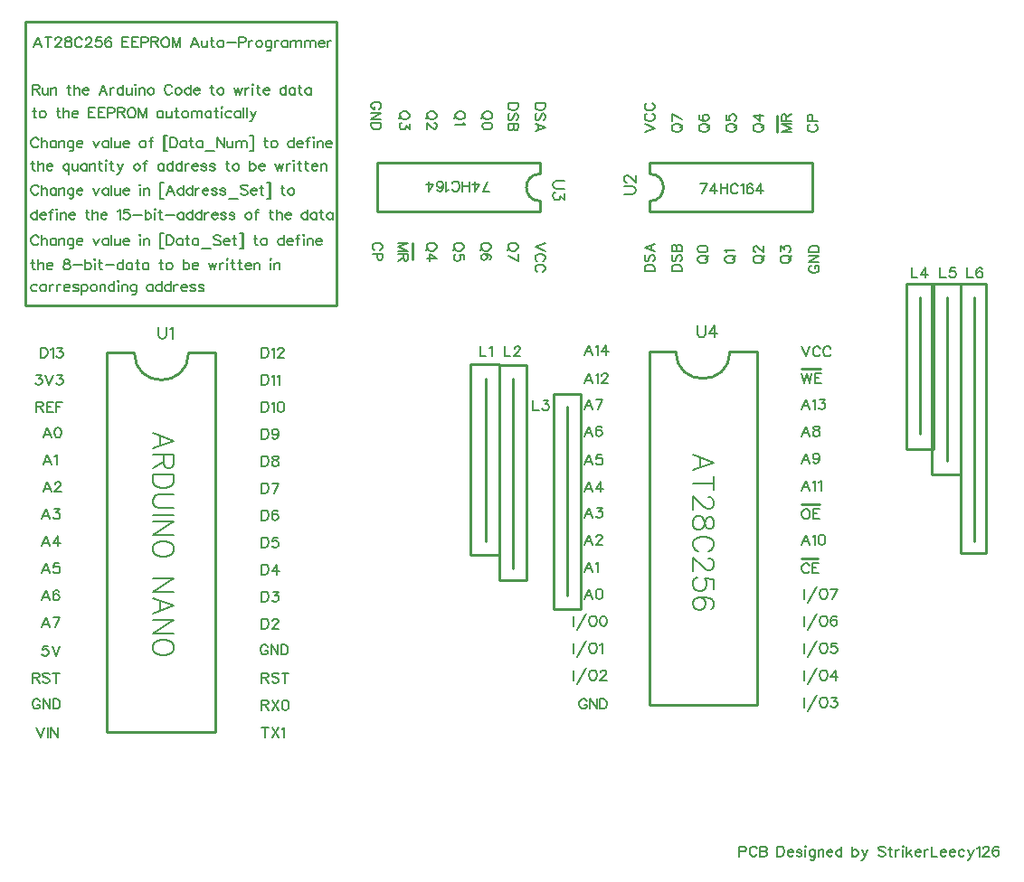
<source format=gto>
G04 Layer: TopSilkLayer*
G04 EasyEDA v6.4.20.6, 2021-08-23T14:22:53+08:00*
G04 d2134aeba8d541879ef023346c28b4ea,d2c6aa496c93417f82209b500ca1ce63,10*
G04 Gerber Generator version 0.2*
G04 Scale: 100 percent, Rotated: No, Reflected: No *
G04 Dimensions in millimeters *
G04 leading zeros omitted , absolute positions ,4 integer and 5 decimal *
%FSLAX45Y45*%
%MOMM*%

%ADD10C,0.2540*%
%ADD13C,0.2032*%
%ADD14C,0.1524*%

%LPD*%
D13*
X4775200Y7162037D02*
G01*
X4775200Y7066534D01*
X4775200Y7066534D02*
G01*
X4829809Y7066534D01*
X4859781Y7144004D02*
G01*
X4868925Y7148576D01*
X4882388Y7162037D01*
X4882388Y7066534D01*
X5003800Y7162037D02*
G01*
X5003800Y7066534D01*
X5003800Y7066534D02*
G01*
X5058409Y7066534D01*
X5092954Y7139431D02*
G01*
X5092954Y7144004D01*
X5097525Y7152894D01*
X5102097Y7157465D01*
X5110988Y7162037D01*
X5129275Y7162037D01*
X5138420Y7157465D01*
X5142991Y7152894D01*
X5147309Y7144004D01*
X5147309Y7134860D01*
X5142991Y7125715D01*
X5133847Y7112000D01*
X5088381Y7066534D01*
X5151881Y7066534D01*
X5270500Y6654037D02*
G01*
X5270500Y6558534D01*
X5270500Y6558534D02*
G01*
X5325109Y6558534D01*
X5364225Y6654037D02*
G01*
X5414009Y6654037D01*
X5386831Y6617715D01*
X5400547Y6617715D01*
X5409691Y6613144D01*
X5414009Y6608571D01*
X5418581Y6595110D01*
X5418581Y6585965D01*
X5414009Y6572250D01*
X5405120Y6563105D01*
X5391404Y6558534D01*
X5377688Y6558534D01*
X5364225Y6563105D01*
X5359654Y6567678D01*
X5355081Y6576821D01*
X8813800Y7898637D02*
G01*
X8813800Y7803134D01*
X8813800Y7803134D02*
G01*
X8868409Y7803134D01*
X8943847Y7898637D02*
G01*
X8898381Y7835137D01*
X8966454Y7835137D01*
X8943847Y7898637D02*
G01*
X8943847Y7803134D01*
X9080500Y7898637D02*
G01*
X9080500Y7803134D01*
X9080500Y7803134D02*
G01*
X9135109Y7803134D01*
X9219691Y7898637D02*
G01*
X9174225Y7898637D01*
X9169654Y7857744D01*
X9174225Y7862315D01*
X9187688Y7866887D01*
X9201404Y7866887D01*
X9215120Y7862315D01*
X9224009Y7853171D01*
X9228581Y7839710D01*
X9228581Y7830565D01*
X9224009Y7816850D01*
X9215120Y7807705D01*
X9201404Y7803134D01*
X9187688Y7803134D01*
X9174225Y7807705D01*
X9169654Y7812278D01*
X9165081Y7821421D01*
X9334500Y7898637D02*
G01*
X9334500Y7803134D01*
X9334500Y7803134D02*
G01*
X9389109Y7803134D01*
X9473691Y7885176D02*
G01*
X9469120Y7894065D01*
X9455404Y7898637D01*
X9446259Y7898637D01*
X9432797Y7894065D01*
X9423654Y7880604D01*
X9419081Y7857744D01*
X9419081Y7835137D01*
X9423654Y7816850D01*
X9432797Y7807705D01*
X9446259Y7803134D01*
X9450831Y7803134D01*
X9464547Y7807705D01*
X9473691Y7816850D01*
X9478009Y7830565D01*
X9478009Y7835137D01*
X9473691Y7848600D01*
X9464547Y7857744D01*
X9450831Y7862315D01*
X9446259Y7862315D01*
X9432797Y7857744D01*
X9423654Y7848600D01*
X9419081Y7835137D01*
X7200900Y2475737D02*
G01*
X7200900Y2380234D01*
X7200900Y2475737D02*
G01*
X7241793Y2475737D01*
X7255509Y2471165D01*
X7260081Y2466594D01*
X7264654Y2457704D01*
X7264654Y2443987D01*
X7260081Y2434844D01*
X7255509Y2430271D01*
X7241793Y2425700D01*
X7200900Y2425700D01*
X7362697Y2453131D02*
G01*
X7358125Y2462276D01*
X7348981Y2471165D01*
X7340091Y2475737D01*
X7321804Y2475737D01*
X7312659Y2471165D01*
X7303515Y2462276D01*
X7299197Y2453131D01*
X7294625Y2439415D01*
X7294625Y2416810D01*
X7299197Y2403094D01*
X7303515Y2393950D01*
X7312659Y2384805D01*
X7321804Y2380234D01*
X7340091Y2380234D01*
X7348981Y2384805D01*
X7358125Y2393950D01*
X7362697Y2403094D01*
X7392670Y2475737D02*
G01*
X7392670Y2380234D01*
X7392670Y2475737D02*
G01*
X7433563Y2475737D01*
X7447279Y2471165D01*
X7451852Y2466594D01*
X7456424Y2457704D01*
X7456424Y2448560D01*
X7451852Y2439415D01*
X7447279Y2434844D01*
X7433563Y2430271D01*
X7392670Y2430271D02*
G01*
X7433563Y2430271D01*
X7447279Y2425700D01*
X7451852Y2421381D01*
X7456424Y2412237D01*
X7456424Y2398521D01*
X7451852Y2389378D01*
X7447279Y2384805D01*
X7433563Y2380234D01*
X7392670Y2380234D01*
X7556245Y2475737D02*
G01*
X7556245Y2380234D01*
X7556245Y2475737D02*
G01*
X7588250Y2475737D01*
X7601711Y2471165D01*
X7610856Y2462276D01*
X7615427Y2453131D01*
X7620000Y2439415D01*
X7620000Y2416810D01*
X7615427Y2403094D01*
X7610856Y2393950D01*
X7601711Y2384805D01*
X7588250Y2380234D01*
X7556245Y2380234D01*
X7649972Y2416810D02*
G01*
X7704581Y2416810D01*
X7704581Y2425700D01*
X7700009Y2434844D01*
X7695438Y2439415D01*
X7686293Y2443987D01*
X7672831Y2443987D01*
X7663688Y2439415D01*
X7654543Y2430271D01*
X7649972Y2416810D01*
X7649972Y2407665D01*
X7654543Y2393950D01*
X7663688Y2384805D01*
X7672831Y2380234D01*
X7686293Y2380234D01*
X7695438Y2384805D01*
X7704581Y2393950D01*
X7784591Y2430271D02*
G01*
X7780020Y2439415D01*
X7766304Y2443987D01*
X7752841Y2443987D01*
X7739125Y2439415D01*
X7734554Y2430271D01*
X7739125Y2421381D01*
X7748270Y2416810D01*
X7770875Y2412237D01*
X7780020Y2407665D01*
X7784591Y2398521D01*
X7784591Y2393950D01*
X7780020Y2384805D01*
X7766304Y2380234D01*
X7752841Y2380234D01*
X7739125Y2384805D01*
X7734554Y2393950D01*
X7814563Y2475737D02*
G01*
X7819136Y2471165D01*
X7823708Y2475737D01*
X7819136Y2480310D01*
X7814563Y2475737D01*
X7819136Y2443987D02*
G01*
X7819136Y2380234D01*
X7908290Y2443987D02*
G01*
X7908290Y2371344D01*
X7903718Y2357628D01*
X7899145Y2353055D01*
X7890002Y2348484D01*
X7876286Y2348484D01*
X7867141Y2353055D01*
X7908290Y2430271D02*
G01*
X7899145Y2439415D01*
X7890002Y2443987D01*
X7876286Y2443987D01*
X7867141Y2439415D01*
X7858252Y2430271D01*
X7853679Y2416810D01*
X7853679Y2407665D01*
X7858252Y2393950D01*
X7867141Y2384805D01*
X7876286Y2380234D01*
X7890002Y2380234D01*
X7899145Y2384805D01*
X7908290Y2393950D01*
X7938261Y2443987D02*
G01*
X7938261Y2380234D01*
X7938261Y2425700D02*
G01*
X7951724Y2439415D01*
X7960868Y2443987D01*
X7974584Y2443987D01*
X7983727Y2439415D01*
X7988045Y2425700D01*
X7988045Y2380234D01*
X8018272Y2416810D02*
G01*
X8072627Y2416810D01*
X8072627Y2425700D01*
X8068056Y2434844D01*
X8063738Y2439415D01*
X8054593Y2443987D01*
X8040877Y2443987D01*
X8031734Y2439415D01*
X8022843Y2430271D01*
X8018272Y2416810D01*
X8018272Y2407665D01*
X8022843Y2393950D01*
X8031734Y2384805D01*
X8040877Y2380234D01*
X8054593Y2380234D01*
X8063738Y2384805D01*
X8072627Y2393950D01*
X8157209Y2475737D02*
G01*
X8157209Y2380234D01*
X8157209Y2430271D02*
G01*
X8148065Y2439415D01*
X8139175Y2443987D01*
X8125459Y2443987D01*
X8116315Y2439415D01*
X8107172Y2430271D01*
X8102600Y2416810D01*
X8102600Y2407665D01*
X8107172Y2393950D01*
X8116315Y2384805D01*
X8125459Y2380234D01*
X8139175Y2380234D01*
X8148065Y2384805D01*
X8157209Y2393950D01*
X8257286Y2475737D02*
G01*
X8257286Y2380234D01*
X8257286Y2430271D02*
G01*
X8266429Y2439415D01*
X8275320Y2443987D01*
X8289036Y2443987D01*
X8298179Y2439415D01*
X8307324Y2430271D01*
X8311895Y2416810D01*
X8311895Y2407665D01*
X8307324Y2393950D01*
X8298179Y2384805D01*
X8289036Y2380234D01*
X8275320Y2380234D01*
X8266429Y2384805D01*
X8257286Y2393950D01*
X8346440Y2443987D02*
G01*
X8373618Y2380234D01*
X8400795Y2443987D02*
G01*
X8373618Y2380234D01*
X8364474Y2362200D01*
X8355329Y2353055D01*
X8346440Y2348484D01*
X8341868Y2348484D01*
X8564625Y2462276D02*
G01*
X8555481Y2471165D01*
X8541765Y2475737D01*
X8523731Y2475737D01*
X8510015Y2471165D01*
X8500872Y2462276D01*
X8500872Y2453131D01*
X8505443Y2443987D01*
X8510015Y2439415D01*
X8519159Y2434844D01*
X8546338Y2425700D01*
X8555481Y2421381D01*
X8560054Y2416810D01*
X8564625Y2407665D01*
X8564625Y2393950D01*
X8555481Y2384805D01*
X8541765Y2380234D01*
X8523731Y2380234D01*
X8510015Y2384805D01*
X8500872Y2393950D01*
X8608059Y2475737D02*
G01*
X8608059Y2398521D01*
X8612631Y2384805D01*
X8621775Y2380234D01*
X8630920Y2380234D01*
X8594597Y2443987D02*
G01*
X8626347Y2443987D01*
X8660891Y2443987D02*
G01*
X8660891Y2380234D01*
X8660891Y2416810D02*
G01*
X8665463Y2430271D01*
X8674608Y2439415D01*
X8683752Y2443987D01*
X8697213Y2443987D01*
X8727186Y2475737D02*
G01*
X8731758Y2471165D01*
X8736329Y2475737D01*
X8731758Y2480310D01*
X8727186Y2475737D01*
X8731758Y2443987D02*
G01*
X8731758Y2380234D01*
X8766302Y2475737D02*
G01*
X8766302Y2380234D01*
X8811768Y2443987D02*
G01*
X8766302Y2398521D01*
X8784590Y2416810D02*
G01*
X8816340Y2380234D01*
X8846311Y2416810D02*
G01*
X8900922Y2416810D01*
X8900922Y2425700D01*
X8896350Y2434844D01*
X8891777Y2439415D01*
X8882634Y2443987D01*
X8869172Y2443987D01*
X8860027Y2439415D01*
X8850884Y2430271D01*
X8846311Y2416810D01*
X8846311Y2407665D01*
X8850884Y2393950D01*
X8860027Y2384805D01*
X8869172Y2380234D01*
X8882634Y2380234D01*
X8891777Y2384805D01*
X8900922Y2393950D01*
X8930893Y2443987D02*
G01*
X8930893Y2380234D01*
X8930893Y2416810D02*
G01*
X8935465Y2430271D01*
X8944609Y2439415D01*
X8953754Y2443987D01*
X8967215Y2443987D01*
X8997188Y2475737D02*
G01*
X8997188Y2380234D01*
X8997188Y2380234D02*
G01*
X9051797Y2380234D01*
X9081770Y2416810D02*
G01*
X9136379Y2416810D01*
X9136379Y2425700D01*
X9131808Y2434844D01*
X9127236Y2439415D01*
X9118091Y2443987D01*
X9104629Y2443987D01*
X9095486Y2439415D01*
X9086341Y2430271D01*
X9081770Y2416810D01*
X9081770Y2407665D01*
X9086341Y2393950D01*
X9095486Y2384805D01*
X9104629Y2380234D01*
X9118091Y2380234D01*
X9127236Y2384805D01*
X9136379Y2393950D01*
X9166352Y2416810D02*
G01*
X9220961Y2416810D01*
X9220961Y2425700D01*
X9216390Y2434844D01*
X9211818Y2439415D01*
X9202674Y2443987D01*
X9188958Y2443987D01*
X9180068Y2439415D01*
X9170924Y2430271D01*
X9166352Y2416810D01*
X9166352Y2407665D01*
X9170924Y2393950D01*
X9180068Y2384805D01*
X9188958Y2380234D01*
X9202674Y2380234D01*
X9211818Y2384805D01*
X9220961Y2393950D01*
X9305543Y2430271D02*
G01*
X9296400Y2439415D01*
X9287256Y2443987D01*
X9273540Y2443987D01*
X9264650Y2439415D01*
X9255506Y2430271D01*
X9250934Y2416810D01*
X9250934Y2407665D01*
X9255506Y2393950D01*
X9264650Y2384805D01*
X9273540Y2380234D01*
X9287256Y2380234D01*
X9296400Y2384805D01*
X9305543Y2393950D01*
X9340088Y2443987D02*
G01*
X9367265Y2380234D01*
X9394443Y2443987D02*
G01*
X9367265Y2380234D01*
X9358122Y2362200D01*
X9348977Y2353055D01*
X9340088Y2348484D01*
X9335515Y2348484D01*
X9424415Y2457704D02*
G01*
X9433559Y2462276D01*
X9447275Y2475737D01*
X9447275Y2380234D01*
X9481820Y2453131D02*
G01*
X9481820Y2457704D01*
X9486391Y2466594D01*
X9490963Y2471165D01*
X9500108Y2475737D01*
X9518141Y2475737D01*
X9527286Y2471165D01*
X9531858Y2466594D01*
X9536429Y2457704D01*
X9536429Y2448560D01*
X9531858Y2439415D01*
X9522713Y2425700D01*
X9477247Y2380234D01*
X9541002Y2380234D01*
X9625329Y2462276D02*
G01*
X9621011Y2471165D01*
X9607295Y2475737D01*
X9598152Y2475737D01*
X9584436Y2471165D01*
X9575545Y2457704D01*
X9570974Y2434844D01*
X9570974Y2412237D01*
X9575545Y2393950D01*
X9584436Y2384805D01*
X9598152Y2380234D01*
X9602724Y2380234D01*
X9616440Y2384805D01*
X9625329Y2393950D01*
X9629902Y2407665D01*
X9629902Y2412237D01*
X9625329Y2425700D01*
X9616440Y2434844D01*
X9602724Y2439415D01*
X9598152Y2439415D01*
X9584436Y2434844D01*
X9575545Y2425700D01*
X9570974Y2412237D01*
X633221Y10057637D02*
G01*
X596900Y9962134D01*
X633221Y10057637D02*
G01*
X669543Y9962134D01*
X610615Y9994137D02*
G01*
X656081Y9994137D01*
X731520Y10057637D02*
G01*
X731520Y9962134D01*
X699515Y10057637D02*
G01*
X763270Y10057637D01*
X797813Y10035031D02*
G01*
X797813Y10039604D01*
X802386Y10048494D01*
X806958Y10053065D01*
X816102Y10057637D01*
X834136Y10057637D01*
X843279Y10053065D01*
X847852Y10048494D01*
X852424Y10039604D01*
X852424Y10030460D01*
X847852Y10021315D01*
X838708Y10007600D01*
X793241Y9962134D01*
X856995Y9962134D01*
X909574Y10057637D02*
G01*
X896111Y10053065D01*
X891540Y10044176D01*
X891540Y10035031D01*
X896111Y10025887D01*
X905002Y10021315D01*
X923290Y10016744D01*
X937006Y10012171D01*
X945895Y10003281D01*
X950468Y9994137D01*
X950468Y9980421D01*
X945895Y9971278D01*
X941324Y9966705D01*
X927861Y9962134D01*
X909574Y9962134D01*
X896111Y9966705D01*
X891540Y9971278D01*
X886968Y9980421D01*
X886968Y9994137D01*
X891540Y10003281D01*
X900429Y10012171D01*
X914145Y10016744D01*
X932434Y10021315D01*
X941324Y10025887D01*
X945895Y10035031D01*
X945895Y10044176D01*
X941324Y10053065D01*
X927861Y10057637D01*
X909574Y10057637D01*
X1048765Y10035031D02*
G01*
X1044193Y10044176D01*
X1035050Y10053065D01*
X1025906Y10057637D01*
X1007872Y10057637D01*
X998727Y10053065D01*
X989584Y10044176D01*
X985011Y10035031D01*
X980440Y10021315D01*
X980440Y9998710D01*
X985011Y9984994D01*
X989584Y9975850D01*
X998727Y9966705D01*
X1007872Y9962134D01*
X1025906Y9962134D01*
X1035050Y9966705D01*
X1044193Y9975850D01*
X1048765Y9984994D01*
X1083309Y10035031D02*
G01*
X1083309Y10039604D01*
X1087881Y10048494D01*
X1092454Y10053065D01*
X1101343Y10057637D01*
X1119631Y10057637D01*
X1128775Y10053065D01*
X1133347Y10048494D01*
X1137920Y10039604D01*
X1137920Y10030460D01*
X1133347Y10021315D01*
X1124204Y10007600D01*
X1078738Y9962134D01*
X1142238Y9962134D01*
X1226820Y10057637D02*
G01*
X1181354Y10057637D01*
X1176781Y10016744D01*
X1181354Y10021315D01*
X1195070Y10025887D01*
X1208786Y10025887D01*
X1222247Y10021315D01*
X1231391Y10012171D01*
X1235963Y9998710D01*
X1235963Y9989565D01*
X1231391Y9975850D01*
X1222247Y9966705D01*
X1208786Y9962134D01*
X1195070Y9962134D01*
X1181354Y9966705D01*
X1176781Y9971278D01*
X1172463Y9980421D01*
X1320545Y10044176D02*
G01*
X1315974Y10053065D01*
X1302258Y10057637D01*
X1293368Y10057637D01*
X1279652Y10053065D01*
X1270508Y10039604D01*
X1265936Y10016744D01*
X1265936Y9994137D01*
X1270508Y9975850D01*
X1279652Y9966705D01*
X1293368Y9962134D01*
X1297686Y9962134D01*
X1311402Y9966705D01*
X1320545Y9975850D01*
X1325118Y9989565D01*
X1325118Y9994137D01*
X1320545Y10007600D01*
X1311402Y10016744D01*
X1297686Y10021315D01*
X1293368Y10021315D01*
X1279652Y10016744D01*
X1270508Y10007600D01*
X1265936Y9994137D01*
X1425193Y10057637D02*
G01*
X1425193Y9962134D01*
X1425193Y10057637D02*
G01*
X1484122Y10057637D01*
X1425193Y10012171D02*
G01*
X1461515Y10012171D01*
X1425193Y9962134D02*
G01*
X1484122Y9962134D01*
X1514093Y10057637D02*
G01*
X1514093Y9962134D01*
X1514093Y10057637D02*
G01*
X1573275Y10057637D01*
X1514093Y10012171D02*
G01*
X1550415Y10012171D01*
X1514093Y9962134D02*
G01*
X1573275Y9962134D01*
X1603247Y10057637D02*
G01*
X1603247Y9962134D01*
X1603247Y10057637D02*
G01*
X1644141Y10057637D01*
X1657858Y10053065D01*
X1662429Y10048494D01*
X1667002Y10039604D01*
X1667002Y10025887D01*
X1662429Y10016744D01*
X1657858Y10012171D01*
X1644141Y10007600D01*
X1603247Y10007600D01*
X1696974Y10057637D02*
G01*
X1696974Y9962134D01*
X1696974Y10057637D02*
G01*
X1737868Y10057637D01*
X1751329Y10053065D01*
X1755902Y10048494D01*
X1760474Y10039604D01*
X1760474Y10030460D01*
X1755902Y10021315D01*
X1751329Y10016744D01*
X1737868Y10012171D01*
X1696974Y10012171D01*
X1728724Y10012171D02*
G01*
X1760474Y9962134D01*
X1817877Y10057637D02*
G01*
X1808734Y10053065D01*
X1799590Y10044176D01*
X1795018Y10035031D01*
X1790445Y10021315D01*
X1790445Y9998710D01*
X1795018Y9984994D01*
X1799590Y9975850D01*
X1808734Y9966705D01*
X1817877Y9962134D01*
X1835911Y9962134D01*
X1845056Y9966705D01*
X1854200Y9975850D01*
X1858772Y9984994D01*
X1863343Y9998710D01*
X1863343Y10021315D01*
X1858772Y10035031D01*
X1854200Y10044176D01*
X1845056Y10053065D01*
X1835911Y10057637D01*
X1817877Y10057637D01*
X1893315Y10057637D02*
G01*
X1893315Y9962134D01*
X1893315Y10057637D02*
G01*
X1929638Y9962134D01*
X1965959Y10057637D02*
G01*
X1929638Y9962134D01*
X1965959Y10057637D02*
G01*
X1965959Y9962134D01*
X2102358Y10057637D02*
G01*
X2066036Y9962134D01*
X2102358Y10057637D02*
G01*
X2138679Y9962134D01*
X2079752Y9994137D02*
G01*
X2124963Y9994137D01*
X2168652Y10025887D02*
G01*
X2168652Y9980421D01*
X2173224Y9966705D01*
X2182368Y9962134D01*
X2196084Y9962134D01*
X2204974Y9966705D01*
X2218690Y9980421D01*
X2218690Y10025887D02*
G01*
X2218690Y9962134D01*
X2262377Y10057637D02*
G01*
X2262377Y9980421D01*
X2266950Y9966705D01*
X2276093Y9962134D01*
X2284984Y9962134D01*
X2248661Y10025887D02*
G01*
X2280411Y10025887D01*
X2337815Y10025887D02*
G01*
X2328672Y10021315D01*
X2319527Y10012171D01*
X2314956Y9998710D01*
X2314956Y9989565D01*
X2319527Y9975850D01*
X2328672Y9966705D01*
X2337815Y9962134D01*
X2351531Y9962134D01*
X2360422Y9966705D01*
X2369565Y9975850D01*
X2374138Y9989565D01*
X2374138Y9998710D01*
X2369565Y10012171D01*
X2360422Y10021315D01*
X2351531Y10025887D01*
X2337815Y10025887D01*
X2404109Y10003281D02*
G01*
X2485897Y10003281D01*
X2515870Y10057637D02*
G01*
X2515870Y9962134D01*
X2515870Y10057637D02*
G01*
X2557018Y10057637D01*
X2570479Y10053065D01*
X2575052Y10048494D01*
X2579624Y10039604D01*
X2579624Y10025887D01*
X2575052Y10016744D01*
X2570479Y10012171D01*
X2557018Y10007600D01*
X2515870Y10007600D01*
X2609595Y10025887D02*
G01*
X2609595Y9962134D01*
X2609595Y9998710D02*
G01*
X2614168Y10012171D01*
X2623311Y10021315D01*
X2632456Y10025887D01*
X2645918Y10025887D01*
X2698750Y10025887D02*
G01*
X2689606Y10021315D01*
X2680461Y10012171D01*
X2675890Y9998710D01*
X2675890Y9989565D01*
X2680461Y9975850D01*
X2689606Y9966705D01*
X2698750Y9962134D01*
X2712465Y9962134D01*
X2721356Y9966705D01*
X2730500Y9975850D01*
X2735072Y9989565D01*
X2735072Y9998710D01*
X2730500Y10012171D01*
X2721356Y10021315D01*
X2712465Y10025887D01*
X2698750Y10025887D01*
X2819654Y10025887D02*
G01*
X2819654Y9953244D01*
X2815081Y9939528D01*
X2810509Y9934955D01*
X2801365Y9930384D01*
X2787904Y9930384D01*
X2778759Y9934955D01*
X2819654Y10012171D02*
G01*
X2810509Y10021315D01*
X2801365Y10025887D01*
X2787904Y10025887D01*
X2778759Y10021315D01*
X2769615Y10012171D01*
X2765043Y9998710D01*
X2765043Y9989565D01*
X2769615Y9975850D01*
X2778759Y9966705D01*
X2787904Y9962134D01*
X2801365Y9962134D01*
X2810509Y9966705D01*
X2819654Y9975850D01*
X2849625Y10025887D02*
G01*
X2849625Y9962134D01*
X2849625Y9998710D02*
G01*
X2854197Y10012171D01*
X2863341Y10021315D01*
X2872231Y10025887D01*
X2885947Y10025887D01*
X2970529Y10025887D02*
G01*
X2970529Y9962134D01*
X2970529Y10012171D02*
G01*
X2961386Y10021315D01*
X2952241Y10025887D01*
X2938779Y10025887D01*
X2929636Y10021315D01*
X2920491Y10012171D01*
X2915920Y9998710D01*
X2915920Y9989565D01*
X2920491Y9975850D01*
X2929636Y9966705D01*
X2938779Y9962134D01*
X2952241Y9962134D01*
X2961386Y9966705D01*
X2970529Y9975850D01*
X3000502Y10025887D02*
G01*
X3000502Y9962134D01*
X3000502Y10007600D02*
G01*
X3014218Y10021315D01*
X3023361Y10025887D01*
X3036824Y10025887D01*
X3045968Y10021315D01*
X3050540Y10007600D01*
X3050540Y9962134D01*
X3050540Y10007600D02*
G01*
X3064256Y10021315D01*
X3073145Y10025887D01*
X3086861Y10025887D01*
X3096006Y10021315D01*
X3100577Y10007600D01*
X3100577Y9962134D01*
X3130550Y10025887D02*
G01*
X3130550Y9962134D01*
X3130550Y10007600D02*
G01*
X3144265Y10021315D01*
X3153156Y10025887D01*
X3166872Y10025887D01*
X3176015Y10021315D01*
X3180588Y10007600D01*
X3180588Y9962134D01*
X3180588Y10007600D02*
G01*
X3194050Y10021315D01*
X3203193Y10025887D01*
X3216909Y10025887D01*
X3226054Y10021315D01*
X3230625Y10007600D01*
X3230625Y9962134D01*
X3260597Y9998710D02*
G01*
X3315208Y9998710D01*
X3315208Y10007600D01*
X3310636Y10016744D01*
X3306063Y10021315D01*
X3296920Y10025887D01*
X3283204Y10025887D01*
X3274059Y10021315D01*
X3265170Y10012171D01*
X3260597Y9998710D01*
X3260597Y9989565D01*
X3265170Y9975850D01*
X3274059Y9966705D01*
X3283204Y9962134D01*
X3296920Y9962134D01*
X3306063Y9966705D01*
X3315208Y9975850D01*
X3345179Y10025887D02*
G01*
X3345179Y9962134D01*
X3345179Y9998710D02*
G01*
X3349752Y10012171D01*
X3358641Y10021315D01*
X3367786Y10025887D01*
X3381502Y10025887D01*
X584200Y9613137D02*
G01*
X584200Y9517634D01*
X584200Y9613137D02*
G01*
X625094Y9613137D01*
X638810Y9608565D01*
X643381Y9603994D01*
X647954Y9595104D01*
X647954Y9585960D01*
X643381Y9576815D01*
X638810Y9572244D01*
X625094Y9567671D01*
X584200Y9567671D01*
X615950Y9567671D02*
G01*
X647954Y9517634D01*
X677925Y9581387D02*
G01*
X677925Y9535921D01*
X682497Y9522205D01*
X691388Y9517634D01*
X705104Y9517634D01*
X714247Y9522205D01*
X727709Y9535921D01*
X727709Y9581387D02*
G01*
X727709Y9517634D01*
X757936Y9581387D02*
G01*
X757936Y9517634D01*
X757936Y9563100D02*
G01*
X771397Y9576815D01*
X780541Y9581387D01*
X794258Y9581387D01*
X803402Y9576815D01*
X807720Y9563100D01*
X807720Y9517634D01*
X921511Y9613137D02*
G01*
X921511Y9535921D01*
X926084Y9522205D01*
X935227Y9517634D01*
X944118Y9517634D01*
X907795Y9581387D02*
G01*
X939545Y9581387D01*
X974090Y9613137D02*
G01*
X974090Y9517634D01*
X974090Y9563100D02*
G01*
X987806Y9576815D01*
X996950Y9581387D01*
X1010665Y9581387D01*
X1019556Y9576815D01*
X1024127Y9563100D01*
X1024127Y9517634D01*
X1054100Y9554210D02*
G01*
X1108709Y9554210D01*
X1108709Y9563100D01*
X1104138Y9572244D01*
X1099565Y9576815D01*
X1090675Y9581387D01*
X1076959Y9581387D01*
X1067815Y9576815D01*
X1058672Y9567671D01*
X1054100Y9554210D01*
X1054100Y9545065D01*
X1058672Y9531350D01*
X1067815Y9522205D01*
X1076959Y9517634D01*
X1090675Y9517634D01*
X1099565Y9522205D01*
X1108709Y9531350D01*
X1245108Y9613137D02*
G01*
X1208786Y9517634D01*
X1245108Y9613137D02*
G01*
X1281429Y9517634D01*
X1222502Y9549637D02*
G01*
X1267713Y9549637D01*
X1311402Y9581387D02*
G01*
X1311402Y9517634D01*
X1311402Y9554210D02*
G01*
X1315974Y9567671D01*
X1325118Y9576815D01*
X1334261Y9581387D01*
X1347724Y9581387D01*
X1432306Y9613137D02*
G01*
X1432306Y9517634D01*
X1432306Y9567671D02*
G01*
X1423415Y9576815D01*
X1414272Y9581387D01*
X1400556Y9581387D01*
X1391411Y9576815D01*
X1382268Y9567671D01*
X1377950Y9554210D01*
X1377950Y9545065D01*
X1382268Y9531350D01*
X1391411Y9522205D01*
X1400556Y9517634D01*
X1414272Y9517634D01*
X1423415Y9522205D01*
X1432306Y9531350D01*
X1462277Y9581387D02*
G01*
X1462277Y9535921D01*
X1466850Y9522205D01*
X1475993Y9517634D01*
X1489709Y9517634D01*
X1498854Y9522205D01*
X1512315Y9535921D01*
X1512315Y9581387D02*
G01*
X1512315Y9517634D01*
X1542288Y9613137D02*
G01*
X1546859Y9608565D01*
X1551431Y9613137D01*
X1546859Y9617710D01*
X1542288Y9613137D01*
X1546859Y9581387D02*
G01*
X1546859Y9517634D01*
X1581404Y9581387D02*
G01*
X1581404Y9517634D01*
X1581404Y9563100D02*
G01*
X1595120Y9576815D01*
X1604263Y9581387D01*
X1617725Y9581387D01*
X1626870Y9576815D01*
X1631441Y9563100D01*
X1631441Y9517634D01*
X1684274Y9581387D02*
G01*
X1675129Y9576815D01*
X1665986Y9567671D01*
X1661413Y9554210D01*
X1661413Y9545065D01*
X1665986Y9531350D01*
X1675129Y9522205D01*
X1684274Y9517634D01*
X1697736Y9517634D01*
X1706879Y9522205D01*
X1716024Y9531350D01*
X1720595Y9545065D01*
X1720595Y9554210D01*
X1716024Y9567671D01*
X1706879Y9576815D01*
X1697736Y9581387D01*
X1684274Y9581387D01*
X1888743Y9590531D02*
G01*
X1884172Y9599676D01*
X1875027Y9608565D01*
X1866138Y9613137D01*
X1847850Y9613137D01*
X1838706Y9608565D01*
X1829561Y9599676D01*
X1824990Y9590531D01*
X1820672Y9576815D01*
X1820672Y9554210D01*
X1824990Y9540494D01*
X1829561Y9531350D01*
X1838706Y9522205D01*
X1847850Y9517634D01*
X1866138Y9517634D01*
X1875027Y9522205D01*
X1884172Y9531350D01*
X1888743Y9540494D01*
X1941575Y9581387D02*
G01*
X1932431Y9576815D01*
X1923288Y9567671D01*
X1918715Y9554210D01*
X1918715Y9545065D01*
X1923288Y9531350D01*
X1932431Y9522205D01*
X1941575Y9517634D01*
X1955038Y9517634D01*
X1964181Y9522205D01*
X1973325Y9531350D01*
X1977897Y9545065D01*
X1977897Y9554210D01*
X1973325Y9567671D01*
X1964181Y9576815D01*
X1955038Y9581387D01*
X1941575Y9581387D01*
X2062479Y9613137D02*
G01*
X2062479Y9517634D01*
X2062479Y9567671D02*
G01*
X2053336Y9576815D01*
X2044191Y9581387D01*
X2030475Y9581387D01*
X2021586Y9576815D01*
X2012441Y9567671D01*
X2007870Y9554210D01*
X2007870Y9545065D01*
X2012441Y9531350D01*
X2021586Y9522205D01*
X2030475Y9517634D01*
X2044191Y9517634D01*
X2053336Y9522205D01*
X2062479Y9531350D01*
X2092452Y9554210D02*
G01*
X2146808Y9554210D01*
X2146808Y9563100D01*
X2142490Y9572244D01*
X2137918Y9576815D01*
X2128774Y9581387D01*
X2115058Y9581387D01*
X2105913Y9576815D01*
X2097024Y9567671D01*
X2092452Y9554210D01*
X2092452Y9545065D01*
X2097024Y9531350D01*
X2105913Y9522205D01*
X2115058Y9517634D01*
X2128774Y9517634D01*
X2137918Y9522205D01*
X2146808Y9531350D01*
X2260600Y9613137D02*
G01*
X2260600Y9535921D01*
X2265172Y9522205D01*
X2274315Y9517634D01*
X2283206Y9517634D01*
X2246884Y9581387D02*
G01*
X2278634Y9581387D01*
X2336038Y9581387D02*
G01*
X2326893Y9576815D01*
X2317750Y9567671D01*
X2313177Y9554210D01*
X2313177Y9545065D01*
X2317750Y9531350D01*
X2326893Y9522205D01*
X2336038Y9517634D01*
X2349754Y9517634D01*
X2358643Y9522205D01*
X2367788Y9531350D01*
X2372359Y9545065D01*
X2372359Y9554210D01*
X2367788Y9567671D01*
X2358643Y9576815D01*
X2349754Y9581387D01*
X2336038Y9581387D01*
X2472436Y9581387D02*
G01*
X2490470Y9517634D01*
X2508758Y9581387D02*
G01*
X2490470Y9517634D01*
X2508758Y9581387D02*
G01*
X2527045Y9517634D01*
X2545079Y9581387D02*
G01*
X2527045Y9517634D01*
X2575052Y9581387D02*
G01*
X2575052Y9517634D01*
X2575052Y9554210D02*
G01*
X2579624Y9567671D01*
X2588768Y9576815D01*
X2597911Y9581387D01*
X2611374Y9581387D01*
X2641345Y9613137D02*
G01*
X2645918Y9608565D01*
X2650490Y9613137D01*
X2645918Y9617710D01*
X2641345Y9613137D01*
X2645918Y9581387D02*
G01*
X2645918Y9517634D01*
X2694177Y9613137D02*
G01*
X2694177Y9535921D01*
X2698750Y9522205D01*
X2707893Y9517634D01*
X2717038Y9517634D01*
X2680461Y9581387D02*
G01*
X2712465Y9581387D01*
X2747009Y9554210D02*
G01*
X2801365Y9554210D01*
X2801365Y9563100D01*
X2797047Y9572244D01*
X2792475Y9576815D01*
X2783331Y9581387D01*
X2769615Y9581387D01*
X2760472Y9576815D01*
X2751581Y9567671D01*
X2747009Y9554210D01*
X2747009Y9545065D01*
X2751581Y9531350D01*
X2760472Y9522205D01*
X2769615Y9517634D01*
X2783331Y9517634D01*
X2792475Y9522205D01*
X2801365Y9531350D01*
X2956052Y9613137D02*
G01*
X2956052Y9517634D01*
X2956052Y9567671D02*
G01*
X2946908Y9576815D01*
X2937763Y9581387D01*
X2924302Y9581387D01*
X2915158Y9576815D01*
X2906013Y9567671D01*
X2901441Y9554210D01*
X2901441Y9545065D01*
X2906013Y9531350D01*
X2915158Y9522205D01*
X2924302Y9517634D01*
X2937763Y9517634D01*
X2946908Y9522205D01*
X2956052Y9531350D01*
X3040634Y9581387D02*
G01*
X3040634Y9517634D01*
X3040634Y9567671D02*
G01*
X3031490Y9576815D01*
X3022345Y9581387D01*
X3008629Y9581387D01*
X2999740Y9576815D01*
X2990595Y9567671D01*
X2986024Y9554210D01*
X2986024Y9545065D01*
X2990595Y9531350D01*
X2999740Y9522205D01*
X3008629Y9517634D01*
X3022345Y9517634D01*
X3031490Y9522205D01*
X3040634Y9531350D01*
X3084322Y9613137D02*
G01*
X3084322Y9535921D01*
X3088640Y9522205D01*
X3097784Y9517634D01*
X3106927Y9517634D01*
X3070606Y9581387D02*
G01*
X3102356Y9581387D01*
X3191509Y9581387D02*
G01*
X3191509Y9517634D01*
X3191509Y9567671D02*
G01*
X3182365Y9576815D01*
X3173222Y9581387D01*
X3159759Y9581387D01*
X3150615Y9576815D01*
X3141472Y9567671D01*
X3136900Y9554210D01*
X3136900Y9545065D01*
X3141472Y9531350D01*
X3150615Y9522205D01*
X3159759Y9517634D01*
X3173222Y9517634D01*
X3182365Y9522205D01*
X3191509Y9531350D01*
X597915Y9397237D02*
G01*
X597915Y9320021D01*
X602487Y9306305D01*
X611378Y9301734D01*
X620521Y9301734D01*
X584200Y9365487D02*
G01*
X615950Y9365487D01*
X673354Y9365487D02*
G01*
X664210Y9360915D01*
X655065Y9351771D01*
X650494Y9338310D01*
X650494Y9329165D01*
X655065Y9315450D01*
X664210Y9306305D01*
X673354Y9301734D01*
X686815Y9301734D01*
X695959Y9306305D01*
X705104Y9315450D01*
X709675Y9329165D01*
X709675Y9338310D01*
X705104Y9351771D01*
X695959Y9360915D01*
X686815Y9365487D01*
X673354Y9365487D01*
X823213Y9397237D02*
G01*
X823213Y9320021D01*
X827786Y9306305D01*
X836929Y9301734D01*
X846074Y9301734D01*
X809752Y9365487D02*
G01*
X841502Y9365487D01*
X876045Y9397237D02*
G01*
X876045Y9301734D01*
X876045Y9347200D02*
G01*
X889761Y9360915D01*
X898652Y9365487D01*
X912368Y9365487D01*
X921511Y9360915D01*
X926084Y9347200D01*
X926084Y9301734D01*
X956056Y9338310D02*
G01*
X1010665Y9338310D01*
X1010665Y9347200D01*
X1006093Y9356344D01*
X1001522Y9360915D01*
X992377Y9365487D01*
X978661Y9365487D01*
X969772Y9360915D01*
X960627Y9351771D01*
X956056Y9338310D01*
X956056Y9329165D01*
X960627Y9315450D01*
X969772Y9306305D01*
X978661Y9301734D01*
X992377Y9301734D01*
X1001522Y9306305D01*
X1010665Y9315450D01*
X1110488Y9397237D02*
G01*
X1110488Y9301734D01*
X1110488Y9397237D02*
G01*
X1169670Y9397237D01*
X1110488Y9351771D02*
G01*
X1146809Y9351771D01*
X1110488Y9301734D02*
G01*
X1169670Y9301734D01*
X1199641Y9397237D02*
G01*
X1199641Y9301734D01*
X1199641Y9397237D02*
G01*
X1258824Y9397237D01*
X1199641Y9351771D02*
G01*
X1235963Y9351771D01*
X1199641Y9301734D02*
G01*
X1258824Y9301734D01*
X1288795Y9397237D02*
G01*
X1288795Y9301734D01*
X1288795Y9397237D02*
G01*
X1329690Y9397237D01*
X1343406Y9392665D01*
X1347724Y9388094D01*
X1352295Y9379204D01*
X1352295Y9365487D01*
X1347724Y9356344D01*
X1343406Y9351771D01*
X1329690Y9347200D01*
X1288795Y9347200D01*
X1382268Y9397237D02*
G01*
X1382268Y9301734D01*
X1382268Y9397237D02*
G01*
X1423415Y9397237D01*
X1436877Y9392665D01*
X1441450Y9388094D01*
X1446022Y9379204D01*
X1446022Y9370060D01*
X1441450Y9360915D01*
X1436877Y9356344D01*
X1423415Y9351771D01*
X1382268Y9351771D01*
X1414272Y9351771D02*
G01*
X1446022Y9301734D01*
X1503172Y9397237D02*
G01*
X1494281Y9392665D01*
X1485138Y9383776D01*
X1480565Y9374631D01*
X1475993Y9360915D01*
X1475993Y9338310D01*
X1480565Y9324594D01*
X1485138Y9315450D01*
X1494281Y9306305D01*
X1503172Y9301734D01*
X1521459Y9301734D01*
X1530604Y9306305D01*
X1539747Y9315450D01*
X1544320Y9324594D01*
X1548638Y9338310D01*
X1548638Y9360915D01*
X1544320Y9374631D01*
X1539747Y9383776D01*
X1530604Y9392665D01*
X1521459Y9397237D01*
X1503172Y9397237D01*
X1578863Y9397237D02*
G01*
X1578863Y9301734D01*
X1578863Y9397237D02*
G01*
X1615186Y9301734D01*
X1651508Y9397237D02*
G01*
X1615186Y9301734D01*
X1651508Y9397237D02*
G01*
X1651508Y9301734D01*
X1805940Y9365487D02*
G01*
X1805940Y9301734D01*
X1805940Y9351771D02*
G01*
X1797050Y9360915D01*
X1787906Y9365487D01*
X1774190Y9365487D01*
X1765045Y9360915D01*
X1755902Y9351771D01*
X1751584Y9338310D01*
X1751584Y9329165D01*
X1755902Y9315450D01*
X1765045Y9306305D01*
X1774190Y9301734D01*
X1787906Y9301734D01*
X1797050Y9306305D01*
X1805940Y9315450D01*
X1835911Y9365487D02*
G01*
X1835911Y9320021D01*
X1840484Y9306305D01*
X1849627Y9301734D01*
X1863343Y9301734D01*
X1872488Y9306305D01*
X1885950Y9320021D01*
X1885950Y9365487D02*
G01*
X1885950Y9301734D01*
X1929638Y9397237D02*
G01*
X1929638Y9320021D01*
X1934209Y9306305D01*
X1943354Y9301734D01*
X1952497Y9301734D01*
X1915922Y9365487D02*
G01*
X1947925Y9365487D01*
X2005075Y9365487D02*
G01*
X1995931Y9360915D01*
X1987041Y9351771D01*
X1982470Y9338310D01*
X1982470Y9329165D01*
X1987041Y9315450D01*
X1995931Y9306305D01*
X2005075Y9301734D01*
X2018791Y9301734D01*
X2027936Y9306305D01*
X2036825Y9315450D01*
X2041397Y9329165D01*
X2041397Y9338310D01*
X2036825Y9351771D01*
X2027936Y9360915D01*
X2018791Y9365487D01*
X2005075Y9365487D01*
X2071370Y9365487D02*
G01*
X2071370Y9301734D01*
X2071370Y9347200D02*
G01*
X2085086Y9360915D01*
X2094229Y9365487D01*
X2107945Y9365487D01*
X2116836Y9360915D01*
X2121408Y9347200D01*
X2121408Y9301734D01*
X2121408Y9347200D02*
G01*
X2135124Y9360915D01*
X2144268Y9365487D01*
X2157729Y9365487D01*
X2166874Y9360915D01*
X2171445Y9347200D01*
X2171445Y9301734D01*
X2256027Y9365487D02*
G01*
X2256027Y9301734D01*
X2256027Y9351771D02*
G01*
X2246884Y9360915D01*
X2237740Y9365487D01*
X2224277Y9365487D01*
X2215134Y9360915D01*
X2205990Y9351771D01*
X2201418Y9338310D01*
X2201418Y9329165D01*
X2205990Y9315450D01*
X2215134Y9306305D01*
X2224277Y9301734D01*
X2237740Y9301734D01*
X2246884Y9306305D01*
X2256027Y9315450D01*
X2299715Y9397237D02*
G01*
X2299715Y9320021D01*
X2304288Y9306305D01*
X2313177Y9301734D01*
X2322322Y9301734D01*
X2286000Y9365487D02*
G01*
X2317750Y9365487D01*
X2352293Y9397237D02*
G01*
X2356865Y9392665D01*
X2361438Y9397237D01*
X2356865Y9401810D01*
X2352293Y9397237D01*
X2356865Y9365487D02*
G01*
X2356865Y9301734D01*
X2446020Y9351771D02*
G01*
X2436875Y9360915D01*
X2427731Y9365487D01*
X2414270Y9365487D01*
X2405125Y9360915D01*
X2395981Y9351771D01*
X2391409Y9338310D01*
X2391409Y9329165D01*
X2395981Y9315450D01*
X2405125Y9306305D01*
X2414270Y9301734D01*
X2427731Y9301734D01*
X2436875Y9306305D01*
X2446020Y9315450D01*
X2530602Y9365487D02*
G01*
X2530602Y9301734D01*
X2530602Y9351771D02*
G01*
X2521458Y9360915D01*
X2512313Y9365487D01*
X2498852Y9365487D01*
X2489708Y9360915D01*
X2480563Y9351771D01*
X2475991Y9338310D01*
X2475991Y9329165D01*
X2480563Y9315450D01*
X2489708Y9306305D01*
X2498852Y9301734D01*
X2512313Y9301734D01*
X2521458Y9306305D01*
X2530602Y9315450D01*
X2560574Y9397237D02*
G01*
X2560574Y9301734D01*
X2590545Y9397237D02*
G01*
X2590545Y9301734D01*
X2625090Y9365487D02*
G01*
X2652268Y9301734D01*
X2679700Y9365487D02*
G01*
X2652268Y9301734D01*
X2643377Y9283700D01*
X2634234Y9274555D01*
X2625090Y9269984D01*
X2620518Y9269984D01*
X639571Y9095231D02*
G01*
X635254Y9104376D01*
X626110Y9113265D01*
X616965Y9117837D01*
X598678Y9117837D01*
X589787Y9113265D01*
X580644Y9104376D01*
X576071Y9095231D01*
X571500Y9081515D01*
X571500Y9058910D01*
X576071Y9045194D01*
X580644Y9036050D01*
X589787Y9026905D01*
X598678Y9022334D01*
X616965Y9022334D01*
X626110Y9026905D01*
X635254Y9036050D01*
X639571Y9045194D01*
X669797Y9117837D02*
G01*
X669797Y9022334D01*
X669797Y9067800D02*
G01*
X683259Y9081515D01*
X692404Y9086087D01*
X706120Y9086087D01*
X715009Y9081515D01*
X719581Y9067800D01*
X719581Y9022334D01*
X804163Y9086087D02*
G01*
X804163Y9022334D01*
X804163Y9072371D02*
G01*
X795020Y9081515D01*
X786129Y9086087D01*
X772413Y9086087D01*
X763270Y9081515D01*
X754125Y9072371D01*
X749808Y9058910D01*
X749808Y9049765D01*
X754125Y9036050D01*
X763270Y9026905D01*
X772413Y9022334D01*
X786129Y9022334D01*
X795020Y9026905D01*
X804163Y9036050D01*
X834136Y9086087D02*
G01*
X834136Y9022334D01*
X834136Y9067800D02*
G01*
X847852Y9081515D01*
X856995Y9086087D01*
X870711Y9086087D01*
X879602Y9081515D01*
X884174Y9067800D01*
X884174Y9022334D01*
X968756Y9086087D02*
G01*
X968756Y9013444D01*
X964184Y8999728D01*
X959611Y8995155D01*
X950468Y8990584D01*
X937006Y8990584D01*
X927861Y8995155D01*
X968756Y9072371D02*
G01*
X959611Y9081515D01*
X950468Y9086087D01*
X937006Y9086087D01*
X927861Y9081515D01*
X918718Y9072371D01*
X914145Y9058910D01*
X914145Y9049765D01*
X918718Y9036050D01*
X927861Y9026905D01*
X937006Y9022334D01*
X950468Y9022334D01*
X959611Y9026905D01*
X968756Y9036050D01*
X998727Y9058910D02*
G01*
X1053338Y9058910D01*
X1053338Y9067800D01*
X1048765Y9076944D01*
X1044193Y9081515D01*
X1035050Y9086087D01*
X1021588Y9086087D01*
X1012443Y9081515D01*
X1003300Y9072371D01*
X998727Y9058910D01*
X998727Y9049765D01*
X1003300Y9036050D01*
X1012443Y9026905D01*
X1021588Y9022334D01*
X1035050Y9022334D01*
X1044193Y9026905D01*
X1053338Y9036050D01*
X1153413Y9086087D02*
G01*
X1180591Y9022334D01*
X1207770Y9086087D02*
G01*
X1180591Y9022334D01*
X1292352Y9086087D02*
G01*
X1292352Y9022334D01*
X1292352Y9072371D02*
G01*
X1283208Y9081515D01*
X1274318Y9086087D01*
X1260602Y9086087D01*
X1251458Y9081515D01*
X1242313Y9072371D01*
X1237741Y9058910D01*
X1237741Y9049765D01*
X1242313Y9036050D01*
X1251458Y9026905D01*
X1260602Y9022334D01*
X1274318Y9022334D01*
X1283208Y9026905D01*
X1292352Y9036050D01*
X1322324Y9117837D02*
G01*
X1322324Y9022334D01*
X1352295Y9086087D02*
G01*
X1352295Y9040621D01*
X1356868Y9026905D01*
X1366011Y9022334D01*
X1379727Y9022334D01*
X1388872Y9026905D01*
X1402334Y9040621D01*
X1402334Y9086087D02*
G01*
X1402334Y9022334D01*
X1432306Y9058910D02*
G01*
X1486915Y9058910D01*
X1486915Y9067800D01*
X1482343Y9076944D01*
X1477772Y9081515D01*
X1468881Y9086087D01*
X1455165Y9086087D01*
X1446022Y9081515D01*
X1436877Y9072371D01*
X1432306Y9058910D01*
X1432306Y9049765D01*
X1436877Y9036050D01*
X1446022Y9026905D01*
X1455165Y9022334D01*
X1468881Y9022334D01*
X1477772Y9026905D01*
X1486915Y9036050D01*
X1609597Y9086087D02*
G01*
X1600708Y9081515D01*
X1591563Y9072371D01*
X1586991Y9058910D01*
X1586991Y9049765D01*
X1591563Y9036050D01*
X1600708Y9026905D01*
X1609597Y9022334D01*
X1623313Y9022334D01*
X1632458Y9026905D01*
X1641602Y9036050D01*
X1645920Y9049765D01*
X1645920Y9058910D01*
X1641602Y9072371D01*
X1632458Y9081515D01*
X1623313Y9086087D01*
X1609597Y9086087D01*
X1712468Y9117837D02*
G01*
X1703324Y9117837D01*
X1694179Y9113265D01*
X1689608Y9099804D01*
X1689608Y9022334D01*
X1676145Y9086087D02*
G01*
X1707895Y9086087D01*
X1812290Y9136126D02*
G01*
X1812290Y8990584D01*
X1816861Y9136126D02*
G01*
X1816861Y8990584D01*
X1812290Y9136126D02*
G01*
X1844293Y9136126D01*
X1812290Y8990584D02*
G01*
X1844293Y8990584D01*
X1874265Y9117837D02*
G01*
X1874265Y9022334D01*
X1874265Y9117837D02*
G01*
X1906015Y9117837D01*
X1919731Y9113265D01*
X1928875Y9104376D01*
X1933193Y9095231D01*
X1937765Y9081515D01*
X1937765Y9058910D01*
X1933193Y9045194D01*
X1928875Y9036050D01*
X1919731Y9026905D01*
X1906015Y9022334D01*
X1874265Y9022334D01*
X2022347Y9086087D02*
G01*
X2022347Y9022334D01*
X2022347Y9072371D02*
G01*
X2013204Y9081515D01*
X2004313Y9086087D01*
X1990597Y9086087D01*
X1981454Y9081515D01*
X1972309Y9072371D01*
X1967738Y9058910D01*
X1967738Y9049765D01*
X1972309Y9036050D01*
X1981454Y9026905D01*
X1990597Y9022334D01*
X2004313Y9022334D01*
X2013204Y9026905D01*
X2022347Y9036050D01*
X2066036Y9117837D02*
G01*
X2066036Y9040621D01*
X2070608Y9026905D01*
X2079752Y9022334D01*
X2088895Y9022334D01*
X2052320Y9086087D02*
G01*
X2084324Y9086087D01*
X2173224Y9086087D02*
G01*
X2173224Y9022334D01*
X2173224Y9072371D02*
G01*
X2164334Y9081515D01*
X2155190Y9086087D01*
X2141474Y9086087D01*
X2132329Y9081515D01*
X2123440Y9072371D01*
X2118868Y9058910D01*
X2118868Y9049765D01*
X2123440Y9036050D01*
X2132329Y9026905D01*
X2141474Y9022334D01*
X2155190Y9022334D01*
X2164334Y9026905D01*
X2173224Y9036050D01*
X2203195Y8990584D02*
G01*
X2285238Y8990584D01*
X2315209Y9117837D02*
G01*
X2315209Y9022334D01*
X2315209Y9117837D02*
G01*
X2378709Y9022334D01*
X2378709Y9117837D02*
G01*
X2378709Y9022334D01*
X2408681Y9086087D02*
G01*
X2408681Y9040621D01*
X2413254Y9026905D01*
X2422397Y9022334D01*
X2436113Y9022334D01*
X2445258Y9026905D01*
X2458720Y9040621D01*
X2458720Y9086087D02*
G01*
X2458720Y9022334D01*
X2488691Y9086087D02*
G01*
X2488691Y9022334D01*
X2488691Y9067800D02*
G01*
X2502408Y9081515D01*
X2511552Y9086087D01*
X2525013Y9086087D01*
X2534158Y9081515D01*
X2538729Y9067800D01*
X2538729Y9022334D01*
X2538729Y9067800D02*
G01*
X2552445Y9081515D01*
X2561590Y9086087D01*
X2575052Y9086087D01*
X2584195Y9081515D01*
X2588768Y9067800D01*
X2588768Y9022334D01*
X2646172Y9136126D02*
G01*
X2646172Y8990584D01*
X2650490Y9136126D02*
G01*
X2650490Y8990584D01*
X2618740Y9136126D02*
G01*
X2650490Y9136126D01*
X2618740Y8990584D02*
G01*
X2650490Y8990584D01*
X2764281Y9117837D02*
G01*
X2764281Y9040621D01*
X2768854Y9026905D01*
X2777743Y9022334D01*
X2786888Y9022334D01*
X2750565Y9086087D02*
G01*
X2782315Y9086087D01*
X2839720Y9086087D02*
G01*
X2830575Y9081515D01*
X2821431Y9072371D01*
X2816859Y9058910D01*
X2816859Y9049765D01*
X2821431Y9036050D01*
X2830575Y9026905D01*
X2839720Y9022334D01*
X2853436Y9022334D01*
X2862325Y9026905D01*
X2871470Y9036050D01*
X2876041Y9049765D01*
X2876041Y9058910D01*
X2871470Y9072371D01*
X2862325Y9081515D01*
X2853436Y9086087D01*
X2839720Y9086087D01*
X3030474Y9117837D02*
G01*
X3030474Y9022334D01*
X3030474Y9072371D02*
G01*
X3021584Y9081515D01*
X3012440Y9086087D01*
X2998724Y9086087D01*
X2989579Y9081515D01*
X2980690Y9072371D01*
X2976118Y9058910D01*
X2976118Y9049765D01*
X2980690Y9036050D01*
X2989579Y9026905D01*
X2998724Y9022334D01*
X3012440Y9022334D01*
X3021584Y9026905D01*
X3030474Y9036050D01*
X3060700Y9058910D02*
G01*
X3115056Y9058910D01*
X3115056Y9067800D01*
X3110484Y9076944D01*
X3106165Y9081515D01*
X3097022Y9086087D01*
X3083306Y9086087D01*
X3074161Y9081515D01*
X3065018Y9072371D01*
X3060700Y9058910D01*
X3060700Y9049765D01*
X3065018Y9036050D01*
X3074161Y9026905D01*
X3083306Y9022334D01*
X3097022Y9022334D01*
X3106165Y9026905D01*
X3115056Y9036050D01*
X3181604Y9117837D02*
G01*
X3172459Y9117837D01*
X3163315Y9113265D01*
X3158743Y9099804D01*
X3158743Y9022334D01*
X3145027Y9086087D02*
G01*
X3177031Y9086087D01*
X3211575Y9117837D02*
G01*
X3216147Y9113265D01*
X3220465Y9117837D01*
X3216147Y9122410D01*
X3211575Y9117837D01*
X3216147Y9086087D02*
G01*
X3216147Y9022334D01*
X3250691Y9086087D02*
G01*
X3250691Y9022334D01*
X3250691Y9067800D02*
G01*
X3264154Y9081515D01*
X3273297Y9086087D01*
X3287013Y9086087D01*
X3296158Y9081515D01*
X3300475Y9067800D01*
X3300475Y9022334D01*
X3330702Y9058910D02*
G01*
X3385058Y9058910D01*
X3385058Y9067800D01*
X3380486Y9076944D01*
X3376168Y9081515D01*
X3367024Y9086087D01*
X3353308Y9086087D01*
X3344163Y9081515D01*
X3335020Y9072371D01*
X3330702Y9058910D01*
X3330702Y9049765D01*
X3335020Y9036050D01*
X3344163Y9026905D01*
X3353308Y9022334D01*
X3367024Y9022334D01*
X3376168Y9026905D01*
X3385058Y9036050D01*
X585215Y8901937D02*
G01*
X585215Y8824721D01*
X589787Y8811005D01*
X598678Y8806434D01*
X607821Y8806434D01*
X571500Y8870187D02*
G01*
X603250Y8870187D01*
X637794Y8901937D02*
G01*
X637794Y8806434D01*
X637794Y8851900D02*
G01*
X651510Y8865615D01*
X660654Y8870187D01*
X674115Y8870187D01*
X683259Y8865615D01*
X687831Y8851900D01*
X687831Y8806434D01*
X717804Y8843010D02*
G01*
X772413Y8843010D01*
X772413Y8851900D01*
X767841Y8861044D01*
X763270Y8865615D01*
X754125Y8870187D01*
X740663Y8870187D01*
X731520Y8865615D01*
X722375Y8856471D01*
X717804Y8843010D01*
X717804Y8833865D01*
X722375Y8820150D01*
X731520Y8811005D01*
X740663Y8806434D01*
X754125Y8806434D01*
X763270Y8811005D01*
X772413Y8820150D01*
X926845Y8870187D02*
G01*
X926845Y8774684D01*
X926845Y8856471D02*
G01*
X917956Y8865615D01*
X908811Y8870187D01*
X895095Y8870187D01*
X885952Y8865615D01*
X877061Y8856471D01*
X872490Y8843010D01*
X872490Y8833865D01*
X877061Y8820150D01*
X885952Y8811005D01*
X895095Y8806434D01*
X908811Y8806434D01*
X917956Y8811005D01*
X926845Y8820150D01*
X957072Y8870187D02*
G01*
X957072Y8824721D01*
X961390Y8811005D01*
X970534Y8806434D01*
X984250Y8806434D01*
X993393Y8811005D01*
X1006856Y8824721D01*
X1006856Y8870187D02*
G01*
X1006856Y8806434D01*
X1091438Y8870187D02*
G01*
X1091438Y8806434D01*
X1091438Y8856471D02*
G01*
X1082293Y8865615D01*
X1073404Y8870187D01*
X1059688Y8870187D01*
X1050543Y8865615D01*
X1041400Y8856471D01*
X1036827Y8843010D01*
X1036827Y8833865D01*
X1041400Y8820150D01*
X1050543Y8811005D01*
X1059688Y8806434D01*
X1073404Y8806434D01*
X1082293Y8811005D01*
X1091438Y8820150D01*
X1121409Y8870187D02*
G01*
X1121409Y8806434D01*
X1121409Y8851900D02*
G01*
X1135125Y8865615D01*
X1144270Y8870187D01*
X1157986Y8870187D01*
X1166875Y8865615D01*
X1171447Y8851900D01*
X1171447Y8806434D01*
X1215136Y8901937D02*
G01*
X1215136Y8824721D01*
X1219708Y8811005D01*
X1228852Y8806434D01*
X1237741Y8806434D01*
X1201420Y8870187D02*
G01*
X1233424Y8870187D01*
X1267968Y8901937D02*
G01*
X1272286Y8897365D01*
X1276858Y8901937D01*
X1272286Y8906510D01*
X1267968Y8901937D01*
X1272286Y8870187D02*
G01*
X1272286Y8806434D01*
X1320545Y8901937D02*
G01*
X1320545Y8824721D01*
X1325118Y8811005D01*
X1334261Y8806434D01*
X1343406Y8806434D01*
X1306829Y8870187D02*
G01*
X1338834Y8870187D01*
X1377950Y8870187D02*
G01*
X1405127Y8806434D01*
X1432306Y8870187D02*
G01*
X1405127Y8806434D01*
X1395984Y8788400D01*
X1386840Y8779255D01*
X1377950Y8774684D01*
X1373377Y8774684D01*
X1555241Y8870187D02*
G01*
X1546097Y8865615D01*
X1536954Y8856471D01*
X1532381Y8843010D01*
X1532381Y8833865D01*
X1536954Y8820150D01*
X1546097Y8811005D01*
X1555241Y8806434D01*
X1568704Y8806434D01*
X1577847Y8811005D01*
X1586991Y8820150D01*
X1591563Y8833865D01*
X1591563Y8843010D01*
X1586991Y8856471D01*
X1577847Y8865615D01*
X1568704Y8870187D01*
X1555241Y8870187D01*
X1657858Y8901937D02*
G01*
X1648713Y8901937D01*
X1639570Y8897365D01*
X1635252Y8883904D01*
X1635252Y8806434D01*
X1621536Y8870187D02*
G01*
X1653286Y8870187D01*
X1812290Y8870187D02*
G01*
X1812290Y8806434D01*
X1812290Y8856471D02*
G01*
X1803400Y8865615D01*
X1794256Y8870187D01*
X1780540Y8870187D01*
X1771395Y8865615D01*
X1762506Y8856471D01*
X1757934Y8843010D01*
X1757934Y8833865D01*
X1762506Y8820150D01*
X1771395Y8811005D01*
X1780540Y8806434D01*
X1794256Y8806434D01*
X1803400Y8811005D01*
X1812290Y8820150D01*
X1896872Y8901937D02*
G01*
X1896872Y8806434D01*
X1896872Y8856471D02*
G01*
X1887981Y8865615D01*
X1878838Y8870187D01*
X1865122Y8870187D01*
X1855977Y8865615D01*
X1846834Y8856471D01*
X1842515Y8843010D01*
X1842515Y8833865D01*
X1846834Y8820150D01*
X1855977Y8811005D01*
X1865122Y8806434D01*
X1878838Y8806434D01*
X1887981Y8811005D01*
X1896872Y8820150D01*
X1981454Y8901937D02*
G01*
X1981454Y8806434D01*
X1981454Y8856471D02*
G01*
X1972309Y8865615D01*
X1963420Y8870187D01*
X1949704Y8870187D01*
X1940559Y8865615D01*
X1931415Y8856471D01*
X1926843Y8843010D01*
X1926843Y8833865D01*
X1931415Y8820150D01*
X1940559Y8811005D01*
X1949704Y8806434D01*
X1963420Y8806434D01*
X1972309Y8811005D01*
X1981454Y8820150D01*
X2011425Y8870187D02*
G01*
X2011425Y8806434D01*
X2011425Y8843010D02*
G01*
X2015997Y8856471D01*
X2025141Y8865615D01*
X2034286Y8870187D01*
X2047747Y8870187D01*
X2077974Y8843010D02*
G01*
X2132329Y8843010D01*
X2132329Y8851900D01*
X2127758Y8861044D01*
X2123440Y8865615D01*
X2114295Y8870187D01*
X2100579Y8870187D01*
X2091436Y8865615D01*
X2082291Y8856471D01*
X2077974Y8843010D01*
X2077974Y8833865D01*
X2082291Y8820150D01*
X2091436Y8811005D01*
X2100579Y8806434D01*
X2114295Y8806434D01*
X2123440Y8811005D01*
X2132329Y8820150D01*
X2212340Y8856471D02*
G01*
X2207768Y8865615D01*
X2194306Y8870187D01*
X2180590Y8870187D01*
X2166874Y8865615D01*
X2162302Y8856471D01*
X2166874Y8847581D01*
X2176018Y8843010D01*
X2198877Y8838437D01*
X2207768Y8833865D01*
X2212340Y8824721D01*
X2212340Y8820150D01*
X2207768Y8811005D01*
X2194306Y8806434D01*
X2180590Y8806434D01*
X2166874Y8811005D01*
X2162302Y8820150D01*
X2292350Y8856471D02*
G01*
X2287777Y8865615D01*
X2274315Y8870187D01*
X2260600Y8870187D01*
X2246884Y8865615D01*
X2242311Y8856471D01*
X2246884Y8847581D01*
X2256027Y8843010D01*
X2278888Y8838437D01*
X2287777Y8833865D01*
X2292350Y8824721D01*
X2292350Y8820150D01*
X2287777Y8811005D01*
X2274315Y8806434D01*
X2260600Y8806434D01*
X2246884Y8811005D01*
X2242311Y8820150D01*
X2406141Y8901937D02*
G01*
X2406141Y8824721D01*
X2410713Y8811005D01*
X2419604Y8806434D01*
X2428747Y8806434D01*
X2392425Y8870187D02*
G01*
X2424175Y8870187D01*
X2481579Y8870187D02*
G01*
X2472436Y8865615D01*
X2463291Y8856471D01*
X2458720Y8843010D01*
X2458720Y8833865D01*
X2463291Y8820150D01*
X2472436Y8811005D01*
X2481579Y8806434D01*
X2495041Y8806434D01*
X2504186Y8811005D01*
X2513329Y8820150D01*
X2517902Y8833865D01*
X2517902Y8843010D01*
X2513329Y8856471D01*
X2504186Y8865615D01*
X2495041Y8870187D01*
X2481579Y8870187D01*
X2617977Y8901937D02*
G01*
X2617977Y8806434D01*
X2617977Y8856471D02*
G01*
X2626868Y8865615D01*
X2636011Y8870187D01*
X2649727Y8870187D01*
X2658872Y8865615D01*
X2667761Y8856471D01*
X2672334Y8843010D01*
X2672334Y8833865D01*
X2667761Y8820150D01*
X2658872Y8811005D01*
X2649727Y8806434D01*
X2636011Y8806434D01*
X2626868Y8811005D01*
X2617977Y8820150D01*
X2702306Y8843010D02*
G01*
X2756915Y8843010D01*
X2756915Y8851900D01*
X2752343Y8861044D01*
X2747772Y8865615D01*
X2738881Y8870187D01*
X2725165Y8870187D01*
X2716022Y8865615D01*
X2706877Y8856471D01*
X2702306Y8843010D01*
X2702306Y8833865D01*
X2706877Y8820150D01*
X2716022Y8811005D01*
X2725165Y8806434D01*
X2738881Y8806434D01*
X2747772Y8811005D01*
X2756915Y8820150D01*
X2856991Y8870187D02*
G01*
X2875025Y8806434D01*
X2893313Y8870187D02*
G01*
X2875025Y8806434D01*
X2893313Y8870187D02*
G01*
X2911602Y8806434D01*
X2929636Y8870187D02*
G01*
X2911602Y8806434D01*
X2959608Y8870187D02*
G01*
X2959608Y8806434D01*
X2959608Y8843010D02*
G01*
X2964179Y8856471D01*
X2973324Y8865615D01*
X2982468Y8870187D01*
X2995929Y8870187D01*
X3026156Y8901937D02*
G01*
X3030474Y8897365D01*
X3035045Y8901937D01*
X3030474Y8906510D01*
X3026156Y8901937D01*
X3030474Y8870187D02*
G01*
X3030474Y8806434D01*
X3078734Y8901937D02*
G01*
X3078734Y8824721D01*
X3083306Y8811005D01*
X3092450Y8806434D01*
X3101593Y8806434D01*
X3065018Y8870187D02*
G01*
X3097022Y8870187D01*
X3145027Y8901937D02*
G01*
X3145027Y8824721D01*
X3149600Y8811005D01*
X3158743Y8806434D01*
X3167888Y8806434D01*
X3131565Y8870187D02*
G01*
X3163315Y8870187D01*
X3197859Y8843010D02*
G01*
X3252470Y8843010D01*
X3252470Y8851900D01*
X3247897Y8861044D01*
X3243325Y8865615D01*
X3234181Y8870187D01*
X3220465Y8870187D01*
X3211575Y8865615D01*
X3202431Y8856471D01*
X3197859Y8843010D01*
X3197859Y8833865D01*
X3202431Y8820150D01*
X3211575Y8811005D01*
X3220465Y8806434D01*
X3234181Y8806434D01*
X3243325Y8811005D01*
X3252470Y8820150D01*
X3282441Y8870187D02*
G01*
X3282441Y8806434D01*
X3282441Y8851900D02*
G01*
X3296158Y8865615D01*
X3305047Y8870187D01*
X3318763Y8870187D01*
X3327908Y8865615D01*
X3332479Y8851900D01*
X3332479Y8806434D01*
X639571Y8650731D02*
G01*
X635254Y8659876D01*
X626110Y8668765D01*
X616965Y8673337D01*
X598678Y8673337D01*
X589787Y8668765D01*
X580644Y8659876D01*
X576071Y8650731D01*
X571500Y8637015D01*
X571500Y8614410D01*
X576071Y8600694D01*
X580644Y8591550D01*
X589787Y8582405D01*
X598678Y8577834D01*
X616965Y8577834D01*
X626110Y8582405D01*
X635254Y8591550D01*
X639571Y8600694D01*
X669797Y8673337D02*
G01*
X669797Y8577834D01*
X669797Y8623300D02*
G01*
X683259Y8637015D01*
X692404Y8641587D01*
X706120Y8641587D01*
X715009Y8637015D01*
X719581Y8623300D01*
X719581Y8577834D01*
X804163Y8641587D02*
G01*
X804163Y8577834D01*
X804163Y8627871D02*
G01*
X795020Y8637015D01*
X786129Y8641587D01*
X772413Y8641587D01*
X763270Y8637015D01*
X754125Y8627871D01*
X749808Y8614410D01*
X749808Y8605265D01*
X754125Y8591550D01*
X763270Y8582405D01*
X772413Y8577834D01*
X786129Y8577834D01*
X795020Y8582405D01*
X804163Y8591550D01*
X834136Y8641587D02*
G01*
X834136Y8577834D01*
X834136Y8623300D02*
G01*
X847852Y8637015D01*
X856995Y8641587D01*
X870711Y8641587D01*
X879602Y8637015D01*
X884174Y8623300D01*
X884174Y8577834D01*
X968756Y8641587D02*
G01*
X968756Y8568944D01*
X964184Y8555228D01*
X959611Y8550655D01*
X950468Y8546084D01*
X937006Y8546084D01*
X927861Y8550655D01*
X968756Y8627871D02*
G01*
X959611Y8637015D01*
X950468Y8641587D01*
X937006Y8641587D01*
X927861Y8637015D01*
X918718Y8627871D01*
X914145Y8614410D01*
X914145Y8605265D01*
X918718Y8591550D01*
X927861Y8582405D01*
X937006Y8577834D01*
X950468Y8577834D01*
X959611Y8582405D01*
X968756Y8591550D01*
X998727Y8614410D02*
G01*
X1053338Y8614410D01*
X1053338Y8623300D01*
X1048765Y8632444D01*
X1044193Y8637015D01*
X1035050Y8641587D01*
X1021588Y8641587D01*
X1012443Y8637015D01*
X1003300Y8627871D01*
X998727Y8614410D01*
X998727Y8605265D01*
X1003300Y8591550D01*
X1012443Y8582405D01*
X1021588Y8577834D01*
X1035050Y8577834D01*
X1044193Y8582405D01*
X1053338Y8591550D01*
X1153413Y8641587D02*
G01*
X1180591Y8577834D01*
X1207770Y8641587D02*
G01*
X1180591Y8577834D01*
X1292352Y8641587D02*
G01*
X1292352Y8577834D01*
X1292352Y8627871D02*
G01*
X1283208Y8637015D01*
X1274318Y8641587D01*
X1260602Y8641587D01*
X1251458Y8637015D01*
X1242313Y8627871D01*
X1237741Y8614410D01*
X1237741Y8605265D01*
X1242313Y8591550D01*
X1251458Y8582405D01*
X1260602Y8577834D01*
X1274318Y8577834D01*
X1283208Y8582405D01*
X1292352Y8591550D01*
X1322324Y8673337D02*
G01*
X1322324Y8577834D01*
X1352295Y8641587D02*
G01*
X1352295Y8596121D01*
X1356868Y8582405D01*
X1366011Y8577834D01*
X1379727Y8577834D01*
X1388872Y8582405D01*
X1402334Y8596121D01*
X1402334Y8641587D02*
G01*
X1402334Y8577834D01*
X1432306Y8614410D02*
G01*
X1486915Y8614410D01*
X1486915Y8623300D01*
X1482343Y8632444D01*
X1477772Y8637015D01*
X1468881Y8641587D01*
X1455165Y8641587D01*
X1446022Y8637015D01*
X1436877Y8627871D01*
X1432306Y8614410D01*
X1432306Y8605265D01*
X1436877Y8591550D01*
X1446022Y8582405D01*
X1455165Y8577834D01*
X1468881Y8577834D01*
X1477772Y8582405D01*
X1486915Y8591550D01*
X1586991Y8673337D02*
G01*
X1591563Y8668765D01*
X1596136Y8673337D01*
X1591563Y8677910D01*
X1586991Y8673337D01*
X1591563Y8641587D02*
G01*
X1591563Y8577834D01*
X1626108Y8641587D02*
G01*
X1626108Y8577834D01*
X1626108Y8623300D02*
G01*
X1639570Y8637015D01*
X1648713Y8641587D01*
X1662429Y8641587D01*
X1671574Y8637015D01*
X1676145Y8623300D01*
X1676145Y8577834D01*
X1775968Y8691626D02*
G01*
X1775968Y8546084D01*
X1780540Y8691626D02*
G01*
X1780540Y8546084D01*
X1775968Y8691626D02*
G01*
X1807972Y8691626D01*
X1775968Y8546084D02*
G01*
X1807972Y8546084D01*
X1874265Y8673337D02*
G01*
X1837943Y8577834D01*
X1874265Y8673337D02*
G01*
X1910588Y8577834D01*
X1851406Y8609837D02*
G01*
X1896872Y8609837D01*
X1995170Y8673337D02*
G01*
X1995170Y8577834D01*
X1995170Y8627871D02*
G01*
X1986025Y8637015D01*
X1976881Y8641587D01*
X1963420Y8641587D01*
X1954275Y8637015D01*
X1945131Y8627871D01*
X1940559Y8614410D01*
X1940559Y8605265D01*
X1945131Y8591550D01*
X1954275Y8582405D01*
X1963420Y8577834D01*
X1976881Y8577834D01*
X1986025Y8582405D01*
X1995170Y8591550D01*
X2079752Y8673337D02*
G01*
X2079752Y8577834D01*
X2079752Y8627871D02*
G01*
X2070608Y8637015D01*
X2061463Y8641587D01*
X2047747Y8641587D01*
X2038858Y8637015D01*
X2029713Y8627871D01*
X2025141Y8614410D01*
X2025141Y8605265D01*
X2029713Y8591550D01*
X2038858Y8582405D01*
X2047747Y8577834D01*
X2061463Y8577834D01*
X2070608Y8582405D01*
X2079752Y8591550D01*
X2109724Y8641587D02*
G01*
X2109724Y8577834D01*
X2109724Y8614410D02*
G01*
X2114295Y8627871D01*
X2123440Y8637015D01*
X2132329Y8641587D01*
X2146045Y8641587D01*
X2176018Y8614410D02*
G01*
X2230627Y8614410D01*
X2230627Y8623300D01*
X2226056Y8632444D01*
X2221484Y8637015D01*
X2212340Y8641587D01*
X2198877Y8641587D01*
X2189734Y8637015D01*
X2180590Y8627871D01*
X2176018Y8614410D01*
X2176018Y8605265D01*
X2180590Y8591550D01*
X2189734Y8582405D01*
X2198877Y8577834D01*
X2212340Y8577834D01*
X2221484Y8582405D01*
X2230627Y8591550D01*
X2310638Y8627871D02*
G01*
X2306065Y8637015D01*
X2292350Y8641587D01*
X2278888Y8641587D01*
X2265172Y8637015D01*
X2260600Y8627871D01*
X2265172Y8618981D01*
X2274315Y8614410D01*
X2296922Y8609837D01*
X2306065Y8605265D01*
X2310638Y8596121D01*
X2310638Y8591550D01*
X2306065Y8582405D01*
X2292350Y8577834D01*
X2278888Y8577834D01*
X2265172Y8582405D01*
X2260600Y8591550D01*
X2390647Y8627871D02*
G01*
X2386075Y8637015D01*
X2372359Y8641587D01*
X2358897Y8641587D01*
X2345181Y8637015D01*
X2340609Y8627871D01*
X2345181Y8618981D01*
X2354325Y8614410D01*
X2376931Y8609837D01*
X2386075Y8605265D01*
X2390647Y8596121D01*
X2390647Y8591550D01*
X2386075Y8582405D01*
X2372359Y8577834D01*
X2358897Y8577834D01*
X2345181Y8582405D01*
X2340609Y8591550D01*
X2420620Y8546084D02*
G01*
X2502408Y8546084D01*
X2596134Y8659876D02*
G01*
X2586990Y8668765D01*
X2573274Y8673337D01*
X2555240Y8673337D01*
X2541524Y8668765D01*
X2532379Y8659876D01*
X2532379Y8650731D01*
X2536952Y8641587D01*
X2541524Y8637015D01*
X2550668Y8632444D01*
X2577845Y8623300D01*
X2586990Y8618981D01*
X2591561Y8614410D01*
X2596134Y8605265D01*
X2596134Y8591550D01*
X2586990Y8582405D01*
X2573274Y8577834D01*
X2555240Y8577834D01*
X2541524Y8582405D01*
X2532379Y8591550D01*
X2626106Y8614410D02*
G01*
X2680715Y8614410D01*
X2680715Y8623300D01*
X2676143Y8632444D01*
X2671572Y8637015D01*
X2662427Y8641587D01*
X2648711Y8641587D01*
X2639568Y8637015D01*
X2630677Y8627871D01*
X2626106Y8614410D01*
X2626106Y8605265D01*
X2630677Y8591550D01*
X2639568Y8582405D01*
X2648711Y8577834D01*
X2662427Y8577834D01*
X2671572Y8582405D01*
X2680715Y8591550D01*
X2724150Y8673337D02*
G01*
X2724150Y8596121D01*
X2728722Y8582405D01*
X2737865Y8577834D01*
X2747009Y8577834D01*
X2710688Y8641587D02*
G01*
X2742438Y8641587D01*
X2804159Y8691626D02*
G01*
X2804159Y8546084D01*
X2808731Y8691626D02*
G01*
X2808731Y8546084D01*
X2776981Y8691626D02*
G01*
X2808731Y8691626D01*
X2776981Y8546084D02*
G01*
X2808731Y8546084D01*
X2922524Y8673337D02*
G01*
X2922524Y8596121D01*
X2926841Y8582405D01*
X2935986Y8577834D01*
X2945129Y8577834D01*
X2908808Y8641587D02*
G01*
X2940558Y8641587D01*
X2997961Y8641587D02*
G01*
X2988818Y8637015D01*
X2979674Y8627871D01*
X2975102Y8614410D01*
X2975102Y8605265D01*
X2979674Y8591550D01*
X2988818Y8582405D01*
X2997961Y8577834D01*
X3011424Y8577834D01*
X3020568Y8582405D01*
X3029711Y8591550D01*
X3034284Y8605265D01*
X3034284Y8614410D01*
X3029711Y8627871D01*
X3020568Y8637015D01*
X3011424Y8641587D01*
X2997961Y8641587D01*
X626110Y8444737D02*
G01*
X626110Y8349234D01*
X626110Y8399271D02*
G01*
X616965Y8408415D01*
X607821Y8412987D01*
X594105Y8412987D01*
X585215Y8408415D01*
X576071Y8399271D01*
X571500Y8385810D01*
X571500Y8376665D01*
X576071Y8362950D01*
X585215Y8353805D01*
X594105Y8349234D01*
X607821Y8349234D01*
X616965Y8353805D01*
X626110Y8362950D01*
X656081Y8385810D02*
G01*
X710691Y8385810D01*
X710691Y8394700D01*
X706120Y8403844D01*
X701547Y8408415D01*
X692404Y8412987D01*
X678688Y8412987D01*
X669797Y8408415D01*
X660654Y8399271D01*
X656081Y8385810D01*
X656081Y8376665D01*
X660654Y8362950D01*
X669797Y8353805D01*
X678688Y8349234D01*
X692404Y8349234D01*
X701547Y8353805D01*
X710691Y8362950D01*
X776986Y8444737D02*
G01*
X767841Y8444737D01*
X758697Y8440165D01*
X754125Y8426704D01*
X754125Y8349234D01*
X740663Y8412987D02*
G01*
X772413Y8412987D01*
X806958Y8444737D02*
G01*
X811529Y8440165D01*
X816102Y8444737D01*
X811529Y8449310D01*
X806958Y8444737D01*
X811529Y8412987D02*
G01*
X811529Y8349234D01*
X846074Y8412987D02*
G01*
X846074Y8349234D01*
X846074Y8394700D02*
G01*
X859790Y8408415D01*
X868679Y8412987D01*
X882395Y8412987D01*
X891540Y8408415D01*
X896111Y8394700D01*
X896111Y8349234D01*
X926084Y8385810D02*
G01*
X980693Y8385810D01*
X980693Y8394700D01*
X976122Y8403844D01*
X971550Y8408415D01*
X962406Y8412987D01*
X948690Y8412987D01*
X939800Y8408415D01*
X930656Y8399271D01*
X926084Y8385810D01*
X926084Y8376665D01*
X930656Y8362950D01*
X939800Y8353805D01*
X948690Y8349234D01*
X962406Y8349234D01*
X971550Y8353805D01*
X980693Y8362950D01*
X1094231Y8444737D02*
G01*
X1094231Y8367521D01*
X1098804Y8353805D01*
X1107947Y8349234D01*
X1116838Y8349234D01*
X1080515Y8412987D02*
G01*
X1112520Y8412987D01*
X1147063Y8444737D02*
G01*
X1147063Y8349234D01*
X1147063Y8394700D02*
G01*
X1160525Y8408415D01*
X1169670Y8412987D01*
X1183386Y8412987D01*
X1192529Y8408415D01*
X1196847Y8394700D01*
X1196847Y8349234D01*
X1227074Y8385810D02*
G01*
X1281429Y8385810D01*
X1281429Y8394700D01*
X1276858Y8403844D01*
X1272286Y8408415D01*
X1263395Y8412987D01*
X1249679Y8412987D01*
X1240536Y8408415D01*
X1231391Y8399271D01*
X1227074Y8385810D01*
X1227074Y8376665D01*
X1231391Y8362950D01*
X1240536Y8353805D01*
X1249679Y8349234D01*
X1263395Y8349234D01*
X1272286Y8353805D01*
X1281429Y8362950D01*
X1381506Y8426704D02*
G01*
X1390650Y8431276D01*
X1404111Y8444737D01*
X1404111Y8349234D01*
X1488693Y8444737D02*
G01*
X1443227Y8444737D01*
X1438656Y8403844D01*
X1443227Y8408415D01*
X1456943Y8412987D01*
X1470659Y8412987D01*
X1484122Y8408415D01*
X1493265Y8399271D01*
X1497838Y8385810D01*
X1497838Y8376665D01*
X1493265Y8362950D01*
X1484122Y8353805D01*
X1470659Y8349234D01*
X1456943Y8349234D01*
X1443227Y8353805D01*
X1438656Y8358378D01*
X1434338Y8367521D01*
X1527809Y8390381D02*
G01*
X1609597Y8390381D01*
X1639570Y8444737D02*
G01*
X1639570Y8349234D01*
X1639570Y8399271D02*
G01*
X1648713Y8408415D01*
X1657858Y8412987D01*
X1671574Y8412987D01*
X1680463Y8408415D01*
X1689608Y8399271D01*
X1694179Y8385810D01*
X1694179Y8376665D01*
X1689608Y8362950D01*
X1680463Y8353805D01*
X1671574Y8349234D01*
X1657858Y8349234D01*
X1648713Y8353805D01*
X1639570Y8362950D01*
X1724152Y8444737D02*
G01*
X1728724Y8440165D01*
X1733295Y8444737D01*
X1728724Y8449310D01*
X1724152Y8444737D01*
X1728724Y8412987D02*
G01*
X1728724Y8349234D01*
X1776984Y8444737D02*
G01*
X1776984Y8367521D01*
X1781556Y8353805D01*
X1790700Y8349234D01*
X1799590Y8349234D01*
X1763268Y8412987D02*
G01*
X1795018Y8412987D01*
X1829561Y8390381D02*
G01*
X1911604Y8390381D01*
X1995931Y8412987D02*
G01*
X1995931Y8349234D01*
X1995931Y8399271D02*
G01*
X1987041Y8408415D01*
X1977897Y8412987D01*
X1964181Y8412987D01*
X1955038Y8408415D01*
X1946147Y8399271D01*
X1941575Y8385810D01*
X1941575Y8376665D01*
X1946147Y8362950D01*
X1955038Y8353805D01*
X1964181Y8349234D01*
X1977897Y8349234D01*
X1987041Y8353805D01*
X1995931Y8362950D01*
X2080513Y8444737D02*
G01*
X2080513Y8349234D01*
X2080513Y8399271D02*
G01*
X2071624Y8408415D01*
X2062479Y8412987D01*
X2048763Y8412987D01*
X2039620Y8408415D01*
X2030475Y8399271D01*
X2026158Y8385810D01*
X2026158Y8376665D01*
X2030475Y8362950D01*
X2039620Y8353805D01*
X2048763Y8349234D01*
X2062479Y8349234D01*
X2071624Y8353805D01*
X2080513Y8362950D01*
X2165095Y8444737D02*
G01*
X2165095Y8349234D01*
X2165095Y8399271D02*
G01*
X2155952Y8408415D01*
X2147061Y8412987D01*
X2133345Y8412987D01*
X2124202Y8408415D01*
X2115058Y8399271D01*
X2110486Y8385810D01*
X2110486Y8376665D01*
X2115058Y8362950D01*
X2124202Y8353805D01*
X2133345Y8349234D01*
X2147061Y8349234D01*
X2155952Y8353805D01*
X2165095Y8362950D01*
X2195068Y8412987D02*
G01*
X2195068Y8349234D01*
X2195068Y8385810D02*
G01*
X2199640Y8399271D01*
X2208784Y8408415D01*
X2217927Y8412987D01*
X2231390Y8412987D01*
X2261615Y8385810D02*
G01*
X2315972Y8385810D01*
X2315972Y8394700D01*
X2311400Y8403844D01*
X2306827Y8408415D01*
X2297938Y8412987D01*
X2284222Y8412987D01*
X2275077Y8408415D01*
X2265934Y8399271D01*
X2261615Y8385810D01*
X2261615Y8376665D01*
X2265934Y8362950D01*
X2275077Y8353805D01*
X2284222Y8349234D01*
X2297938Y8349234D01*
X2306827Y8353805D01*
X2315972Y8362950D01*
X2395981Y8399271D02*
G01*
X2391409Y8408415D01*
X2377947Y8412987D01*
X2364231Y8412987D01*
X2350515Y8408415D01*
X2345943Y8399271D01*
X2350515Y8390381D01*
X2359659Y8385810D01*
X2382520Y8381237D01*
X2391409Y8376665D01*
X2395981Y8367521D01*
X2395981Y8362950D01*
X2391409Y8353805D01*
X2377947Y8349234D01*
X2364231Y8349234D01*
X2350515Y8353805D01*
X2345943Y8362950D01*
X2475991Y8399271D02*
G01*
X2471420Y8408415D01*
X2457958Y8412987D01*
X2444241Y8412987D01*
X2430525Y8408415D01*
X2425954Y8399271D01*
X2430525Y8390381D01*
X2439670Y8385810D01*
X2462529Y8381237D01*
X2471420Y8376665D01*
X2475991Y8367521D01*
X2475991Y8362950D01*
X2471420Y8353805D01*
X2457958Y8349234D01*
X2444241Y8349234D01*
X2430525Y8353805D01*
X2425954Y8362950D01*
X2598674Y8412987D02*
G01*
X2589784Y8408415D01*
X2580640Y8399271D01*
X2576068Y8385810D01*
X2576068Y8376665D01*
X2580640Y8362950D01*
X2589784Y8353805D01*
X2598674Y8349234D01*
X2612390Y8349234D01*
X2621534Y8353805D01*
X2630677Y8362950D01*
X2635250Y8376665D01*
X2635250Y8385810D01*
X2630677Y8399271D01*
X2621534Y8408415D01*
X2612390Y8412987D01*
X2598674Y8412987D01*
X2701543Y8444737D02*
G01*
X2692400Y8444737D01*
X2683256Y8440165D01*
X2678684Y8426704D01*
X2678684Y8349234D01*
X2665222Y8412987D02*
G01*
X2696972Y8412987D01*
X2815081Y8444737D02*
G01*
X2815081Y8367521D01*
X2819654Y8353805D01*
X2828797Y8349234D01*
X2837941Y8349234D01*
X2801620Y8412987D02*
G01*
X2833370Y8412987D01*
X2867913Y8444737D02*
G01*
X2867913Y8349234D01*
X2867913Y8394700D02*
G01*
X2881375Y8408415D01*
X2890520Y8412987D01*
X2904236Y8412987D01*
X2913379Y8408415D01*
X2917952Y8394700D01*
X2917952Y8349234D01*
X2947924Y8385810D02*
G01*
X3002534Y8385810D01*
X3002534Y8394700D01*
X2997961Y8403844D01*
X2993390Y8408415D01*
X2984245Y8412987D01*
X2970529Y8412987D01*
X2961386Y8408415D01*
X2952495Y8399271D01*
X2947924Y8385810D01*
X2947924Y8376665D01*
X2952495Y8362950D01*
X2961386Y8353805D01*
X2970529Y8349234D01*
X2984245Y8349234D01*
X2993390Y8353805D01*
X3002534Y8362950D01*
X3156965Y8444737D02*
G01*
X3156965Y8349234D01*
X3156965Y8399271D02*
G01*
X3147822Y8408415D01*
X3138677Y8412987D01*
X3125215Y8412987D01*
X3116072Y8408415D01*
X3106927Y8399271D01*
X3102356Y8385810D01*
X3102356Y8376665D01*
X3106927Y8362950D01*
X3116072Y8353805D01*
X3125215Y8349234D01*
X3138677Y8349234D01*
X3147822Y8353805D01*
X3156965Y8362950D01*
X3241547Y8412987D02*
G01*
X3241547Y8349234D01*
X3241547Y8399271D02*
G01*
X3232404Y8408415D01*
X3223259Y8412987D01*
X3209797Y8412987D01*
X3200654Y8408415D01*
X3191509Y8399271D01*
X3186938Y8385810D01*
X3186938Y8376665D01*
X3191509Y8362950D01*
X3200654Y8353805D01*
X3209797Y8349234D01*
X3223259Y8349234D01*
X3232404Y8353805D01*
X3241547Y8362950D01*
X3285236Y8444737D02*
G01*
X3285236Y8367521D01*
X3289808Y8353805D01*
X3298697Y8349234D01*
X3307841Y8349234D01*
X3271520Y8412987D02*
G01*
X3303270Y8412987D01*
X3392424Y8412987D02*
G01*
X3392424Y8349234D01*
X3392424Y8399271D02*
G01*
X3383279Y8408415D01*
X3374136Y8412987D01*
X3360674Y8412987D01*
X3351529Y8408415D01*
X3342386Y8399271D01*
X3337813Y8385810D01*
X3337813Y8376665D01*
X3342386Y8362950D01*
X3351529Y8353805D01*
X3360674Y8349234D01*
X3374136Y8349234D01*
X3383279Y8353805D01*
X3392424Y8362950D01*
X639571Y8180831D02*
G01*
X635254Y8189976D01*
X626110Y8198865D01*
X616965Y8203437D01*
X598678Y8203437D01*
X589787Y8198865D01*
X580644Y8189976D01*
X576071Y8180831D01*
X571500Y8167115D01*
X571500Y8144510D01*
X576071Y8130794D01*
X580644Y8121650D01*
X589787Y8112505D01*
X598678Y8107934D01*
X616965Y8107934D01*
X626110Y8112505D01*
X635254Y8121650D01*
X639571Y8130794D01*
X669797Y8203437D02*
G01*
X669797Y8107934D01*
X669797Y8153400D02*
G01*
X683259Y8167115D01*
X692404Y8171687D01*
X706120Y8171687D01*
X715009Y8167115D01*
X719581Y8153400D01*
X719581Y8107934D01*
X804163Y8171687D02*
G01*
X804163Y8107934D01*
X804163Y8157971D02*
G01*
X795020Y8167115D01*
X786129Y8171687D01*
X772413Y8171687D01*
X763270Y8167115D01*
X754125Y8157971D01*
X749808Y8144510D01*
X749808Y8135365D01*
X754125Y8121650D01*
X763270Y8112505D01*
X772413Y8107934D01*
X786129Y8107934D01*
X795020Y8112505D01*
X804163Y8121650D01*
X834136Y8171687D02*
G01*
X834136Y8107934D01*
X834136Y8153400D02*
G01*
X847852Y8167115D01*
X856995Y8171687D01*
X870711Y8171687D01*
X879602Y8167115D01*
X884174Y8153400D01*
X884174Y8107934D01*
X968756Y8171687D02*
G01*
X968756Y8099044D01*
X964184Y8085328D01*
X959611Y8080755D01*
X950468Y8076184D01*
X937006Y8076184D01*
X927861Y8080755D01*
X968756Y8157971D02*
G01*
X959611Y8167115D01*
X950468Y8171687D01*
X937006Y8171687D01*
X927861Y8167115D01*
X918718Y8157971D01*
X914145Y8144510D01*
X914145Y8135365D01*
X918718Y8121650D01*
X927861Y8112505D01*
X937006Y8107934D01*
X950468Y8107934D01*
X959611Y8112505D01*
X968756Y8121650D01*
X998727Y8144510D02*
G01*
X1053338Y8144510D01*
X1053338Y8153400D01*
X1048765Y8162544D01*
X1044193Y8167115D01*
X1035050Y8171687D01*
X1021588Y8171687D01*
X1012443Y8167115D01*
X1003300Y8157971D01*
X998727Y8144510D01*
X998727Y8135365D01*
X1003300Y8121650D01*
X1012443Y8112505D01*
X1021588Y8107934D01*
X1035050Y8107934D01*
X1044193Y8112505D01*
X1053338Y8121650D01*
X1153413Y8171687D02*
G01*
X1180591Y8107934D01*
X1207770Y8171687D02*
G01*
X1180591Y8107934D01*
X1292352Y8171687D02*
G01*
X1292352Y8107934D01*
X1292352Y8157971D02*
G01*
X1283208Y8167115D01*
X1274318Y8171687D01*
X1260602Y8171687D01*
X1251458Y8167115D01*
X1242313Y8157971D01*
X1237741Y8144510D01*
X1237741Y8135365D01*
X1242313Y8121650D01*
X1251458Y8112505D01*
X1260602Y8107934D01*
X1274318Y8107934D01*
X1283208Y8112505D01*
X1292352Y8121650D01*
X1322324Y8203437D02*
G01*
X1322324Y8107934D01*
X1352295Y8171687D02*
G01*
X1352295Y8126221D01*
X1356868Y8112505D01*
X1366011Y8107934D01*
X1379727Y8107934D01*
X1388872Y8112505D01*
X1402334Y8126221D01*
X1402334Y8171687D02*
G01*
X1402334Y8107934D01*
X1432306Y8144510D02*
G01*
X1486915Y8144510D01*
X1486915Y8153400D01*
X1482343Y8162544D01*
X1477772Y8167115D01*
X1468881Y8171687D01*
X1455165Y8171687D01*
X1446022Y8167115D01*
X1436877Y8157971D01*
X1432306Y8144510D01*
X1432306Y8135365D01*
X1436877Y8121650D01*
X1446022Y8112505D01*
X1455165Y8107934D01*
X1468881Y8107934D01*
X1477772Y8112505D01*
X1486915Y8121650D01*
X1586991Y8203437D02*
G01*
X1591563Y8198865D01*
X1596136Y8203437D01*
X1591563Y8208010D01*
X1586991Y8203437D01*
X1591563Y8171687D02*
G01*
X1591563Y8107934D01*
X1626108Y8171687D02*
G01*
X1626108Y8107934D01*
X1626108Y8153400D02*
G01*
X1639570Y8167115D01*
X1648713Y8171687D01*
X1662429Y8171687D01*
X1671574Y8167115D01*
X1676145Y8153400D01*
X1676145Y8107934D01*
X1775968Y8221726D02*
G01*
X1775968Y8076184D01*
X1780540Y8221726D02*
G01*
X1780540Y8076184D01*
X1775968Y8221726D02*
G01*
X1807972Y8221726D01*
X1775968Y8076184D02*
G01*
X1807972Y8076184D01*
X1837943Y8203437D02*
G01*
X1837943Y8107934D01*
X1837943Y8203437D02*
G01*
X1869693Y8203437D01*
X1883409Y8198865D01*
X1892300Y8189976D01*
X1896872Y8180831D01*
X1901443Y8167115D01*
X1901443Y8144510D01*
X1896872Y8130794D01*
X1892300Y8121650D01*
X1883409Y8112505D01*
X1869693Y8107934D01*
X1837943Y8107934D01*
X1986025Y8171687D02*
G01*
X1986025Y8107934D01*
X1986025Y8157971D02*
G01*
X1976881Y8167115D01*
X1967738Y8171687D01*
X1954275Y8171687D01*
X1945131Y8167115D01*
X1935988Y8157971D01*
X1931415Y8144510D01*
X1931415Y8135365D01*
X1935988Y8121650D01*
X1945131Y8112505D01*
X1954275Y8107934D01*
X1967738Y8107934D01*
X1976881Y8112505D01*
X1986025Y8121650D01*
X2029713Y8203437D02*
G01*
X2029713Y8126221D01*
X2034286Y8112505D01*
X2043429Y8107934D01*
X2052320Y8107934D01*
X2015997Y8171687D02*
G01*
X2047747Y8171687D01*
X2136902Y8171687D02*
G01*
X2136902Y8107934D01*
X2136902Y8157971D02*
G01*
X2127758Y8167115D01*
X2118868Y8171687D01*
X2105152Y8171687D01*
X2096008Y8167115D01*
X2086863Y8157971D01*
X2082291Y8144510D01*
X2082291Y8135365D01*
X2086863Y8121650D01*
X2096008Y8112505D01*
X2105152Y8107934D01*
X2118868Y8107934D01*
X2127758Y8112505D01*
X2136902Y8121650D01*
X2166874Y8076184D02*
G01*
X2248661Y8076184D01*
X2342388Y8189976D02*
G01*
X2333243Y8198865D01*
X2319781Y8203437D01*
X2301493Y8203437D01*
X2287777Y8198865D01*
X2278888Y8189976D01*
X2278888Y8180831D01*
X2283206Y8171687D01*
X2287777Y8167115D01*
X2296922Y8162544D01*
X2324354Y8153400D01*
X2333243Y8149081D01*
X2337815Y8144510D01*
X2342388Y8135365D01*
X2342388Y8121650D01*
X2333243Y8112505D01*
X2319781Y8107934D01*
X2301493Y8107934D01*
X2287777Y8112505D01*
X2278888Y8121650D01*
X2372359Y8144510D02*
G01*
X2426970Y8144510D01*
X2426970Y8153400D01*
X2422397Y8162544D01*
X2417825Y8167115D01*
X2408681Y8171687D01*
X2395220Y8171687D01*
X2386075Y8167115D01*
X2376931Y8157971D01*
X2372359Y8144510D01*
X2372359Y8135365D01*
X2376931Y8121650D01*
X2386075Y8112505D01*
X2395220Y8107934D01*
X2408681Y8107934D01*
X2417825Y8112505D01*
X2426970Y8121650D01*
X2470658Y8203437D02*
G01*
X2470658Y8126221D01*
X2475229Y8112505D01*
X2484120Y8107934D01*
X2493263Y8107934D01*
X2456941Y8171687D02*
G01*
X2488691Y8171687D01*
X2550668Y8221726D02*
G01*
X2550668Y8076184D01*
X2555240Y8221726D02*
G01*
X2555240Y8076184D01*
X2523236Y8221726D02*
G01*
X2555240Y8221726D01*
X2523236Y8076184D02*
G01*
X2555240Y8076184D01*
X2668777Y8203437D02*
G01*
X2668777Y8126221D01*
X2673350Y8112505D01*
X2682493Y8107934D01*
X2691384Y8107934D01*
X2655061Y8171687D02*
G01*
X2687065Y8171687D01*
X2744215Y8171687D02*
G01*
X2735072Y8167115D01*
X2725927Y8157971D01*
X2721609Y8144510D01*
X2721609Y8135365D01*
X2725927Y8121650D01*
X2735072Y8112505D01*
X2744215Y8107934D01*
X2757931Y8107934D01*
X2767075Y8112505D01*
X2775965Y8121650D01*
X2780538Y8135365D01*
X2780538Y8144510D01*
X2775965Y8157971D01*
X2767075Y8167115D01*
X2757931Y8171687D01*
X2744215Y8171687D01*
X2935224Y8203437D02*
G01*
X2935224Y8107934D01*
X2935224Y8157971D02*
G01*
X2926079Y8167115D01*
X2916936Y8171687D01*
X2903220Y8171687D01*
X2894329Y8167115D01*
X2885186Y8157971D01*
X2880613Y8144510D01*
X2880613Y8135365D01*
X2885186Y8121650D01*
X2894329Y8112505D01*
X2903220Y8107934D01*
X2916936Y8107934D01*
X2926079Y8112505D01*
X2935224Y8121650D01*
X2965195Y8144510D02*
G01*
X3019806Y8144510D01*
X3019806Y8153400D01*
X3015234Y8162544D01*
X3010661Y8167115D01*
X3001518Y8171687D01*
X2987802Y8171687D01*
X2978658Y8167115D01*
X2969768Y8157971D01*
X2965195Y8144510D01*
X2965195Y8135365D01*
X2969768Y8121650D01*
X2978658Y8112505D01*
X2987802Y8107934D01*
X3001518Y8107934D01*
X3010661Y8112505D01*
X3019806Y8121650D01*
X3086100Y8203437D02*
G01*
X3076956Y8203437D01*
X3067811Y8198865D01*
X3063240Y8185404D01*
X3063240Y8107934D01*
X3049777Y8171687D02*
G01*
X3081527Y8171687D01*
X3116072Y8203437D02*
G01*
X3120643Y8198865D01*
X3125215Y8203437D01*
X3120643Y8208010D01*
X3116072Y8203437D01*
X3120643Y8171687D02*
G01*
X3120643Y8107934D01*
X3155188Y8171687D02*
G01*
X3155188Y8107934D01*
X3155188Y8153400D02*
G01*
X3168650Y8167115D01*
X3177793Y8171687D01*
X3191509Y8171687D01*
X3200654Y8167115D01*
X3205225Y8153400D01*
X3205225Y8107934D01*
X3235197Y8144510D02*
G01*
X3289808Y8144510D01*
X3289808Y8153400D01*
X3285236Y8162544D01*
X3280663Y8167115D01*
X3271520Y8171687D01*
X3257804Y8171687D01*
X3248659Y8167115D01*
X3239770Y8157971D01*
X3235197Y8144510D01*
X3235197Y8135365D01*
X3239770Y8121650D01*
X3248659Y8112505D01*
X3257804Y8107934D01*
X3271520Y8107934D01*
X3280663Y8112505D01*
X3289808Y8121650D01*
X585215Y7974837D02*
G01*
X585215Y7897621D01*
X589787Y7883905D01*
X598678Y7879334D01*
X607821Y7879334D01*
X571500Y7943087D02*
G01*
X603250Y7943087D01*
X637794Y7974837D02*
G01*
X637794Y7879334D01*
X637794Y7924800D02*
G01*
X651510Y7938515D01*
X660654Y7943087D01*
X674115Y7943087D01*
X683259Y7938515D01*
X687831Y7924800D01*
X687831Y7879334D01*
X717804Y7915910D02*
G01*
X772413Y7915910D01*
X772413Y7924800D01*
X767841Y7933944D01*
X763270Y7938515D01*
X754125Y7943087D01*
X740663Y7943087D01*
X731520Y7938515D01*
X722375Y7929371D01*
X717804Y7915910D01*
X717804Y7906765D01*
X722375Y7893050D01*
X731520Y7883905D01*
X740663Y7879334D01*
X754125Y7879334D01*
X763270Y7883905D01*
X772413Y7893050D01*
X895095Y7974837D02*
G01*
X881379Y7970265D01*
X877061Y7961376D01*
X877061Y7952231D01*
X881379Y7943087D01*
X890524Y7938515D01*
X908811Y7933944D01*
X922527Y7929371D01*
X931418Y7920481D01*
X935990Y7911337D01*
X935990Y7897621D01*
X931418Y7888478D01*
X926845Y7883905D01*
X913384Y7879334D01*
X895095Y7879334D01*
X881379Y7883905D01*
X877061Y7888478D01*
X872490Y7897621D01*
X872490Y7911337D01*
X877061Y7920481D01*
X885952Y7929371D01*
X899668Y7933944D01*
X917956Y7938515D01*
X926845Y7943087D01*
X931418Y7952231D01*
X931418Y7961376D01*
X926845Y7970265D01*
X913384Y7974837D01*
X895095Y7974837D01*
X965961Y7920481D02*
G01*
X1047750Y7920481D01*
X1077975Y7974837D02*
G01*
X1077975Y7879334D01*
X1077975Y7929371D02*
G01*
X1086865Y7938515D01*
X1096009Y7943087D01*
X1109725Y7943087D01*
X1118870Y7938515D01*
X1127759Y7929371D01*
X1132331Y7915910D01*
X1132331Y7906765D01*
X1127759Y7893050D01*
X1118870Y7883905D01*
X1109725Y7879334D01*
X1096009Y7879334D01*
X1086865Y7883905D01*
X1077975Y7893050D01*
X1162304Y7974837D02*
G01*
X1166875Y7970265D01*
X1171447Y7974837D01*
X1166875Y7979410D01*
X1162304Y7974837D01*
X1166875Y7943087D02*
G01*
X1166875Y7879334D01*
X1215136Y7974837D02*
G01*
X1215136Y7897621D01*
X1219708Y7883905D01*
X1228852Y7879334D01*
X1237741Y7879334D01*
X1201420Y7943087D02*
G01*
X1233424Y7943087D01*
X1267968Y7920481D02*
G01*
X1349756Y7920481D01*
X1434338Y7974837D02*
G01*
X1434338Y7879334D01*
X1434338Y7929371D02*
G01*
X1425193Y7938515D01*
X1416050Y7943087D01*
X1402334Y7943087D01*
X1393443Y7938515D01*
X1384300Y7929371D01*
X1379727Y7915910D01*
X1379727Y7906765D01*
X1384300Y7893050D01*
X1393443Y7883905D01*
X1402334Y7879334D01*
X1416050Y7879334D01*
X1425193Y7883905D01*
X1434338Y7893050D01*
X1518665Y7943087D02*
G01*
X1518665Y7879334D01*
X1518665Y7929371D02*
G01*
X1509775Y7938515D01*
X1500631Y7943087D01*
X1486915Y7943087D01*
X1477772Y7938515D01*
X1468881Y7929371D01*
X1464309Y7915910D01*
X1464309Y7906765D01*
X1468881Y7893050D01*
X1477772Y7883905D01*
X1486915Y7879334D01*
X1500631Y7879334D01*
X1509775Y7883905D01*
X1518665Y7893050D01*
X1562354Y7974837D02*
G01*
X1562354Y7897621D01*
X1566925Y7883905D01*
X1576070Y7879334D01*
X1585213Y7879334D01*
X1548891Y7943087D02*
G01*
X1580641Y7943087D01*
X1669795Y7943087D02*
G01*
X1669795Y7879334D01*
X1669795Y7929371D02*
G01*
X1660652Y7938515D01*
X1651508Y7943087D01*
X1637791Y7943087D01*
X1628647Y7938515D01*
X1619758Y7929371D01*
X1615186Y7915910D01*
X1615186Y7906765D01*
X1619758Y7893050D01*
X1628647Y7883905D01*
X1637791Y7879334D01*
X1651508Y7879334D01*
X1660652Y7883905D01*
X1669795Y7893050D01*
X1783334Y7974837D02*
G01*
X1783334Y7897621D01*
X1787906Y7883905D01*
X1797050Y7879334D01*
X1805940Y7879334D01*
X1769618Y7943087D02*
G01*
X1801622Y7943087D01*
X1858772Y7943087D02*
G01*
X1849627Y7938515D01*
X1840484Y7929371D01*
X1836165Y7915910D01*
X1836165Y7906765D01*
X1840484Y7893050D01*
X1849627Y7883905D01*
X1858772Y7879334D01*
X1872488Y7879334D01*
X1881377Y7883905D01*
X1890522Y7893050D01*
X1895093Y7906765D01*
X1895093Y7915910D01*
X1890522Y7929371D01*
X1881377Y7938515D01*
X1872488Y7943087D01*
X1858772Y7943087D01*
X1995170Y7974837D02*
G01*
X1995170Y7879334D01*
X1995170Y7929371D02*
G01*
X2004313Y7938515D01*
X2013204Y7943087D01*
X2026920Y7943087D01*
X2036063Y7938515D01*
X2045208Y7929371D01*
X2049779Y7915910D01*
X2049779Y7906765D01*
X2045208Y7893050D01*
X2036063Y7883905D01*
X2026920Y7879334D01*
X2013204Y7879334D01*
X2004313Y7883905D01*
X1995170Y7893050D01*
X2079752Y7915910D02*
G01*
X2134108Y7915910D01*
X2134108Y7924800D01*
X2129790Y7933944D01*
X2125218Y7938515D01*
X2116074Y7943087D01*
X2102358Y7943087D01*
X2093213Y7938515D01*
X2084324Y7929371D01*
X2079752Y7915910D01*
X2079752Y7906765D01*
X2084324Y7893050D01*
X2093213Y7883905D01*
X2102358Y7879334D01*
X2116074Y7879334D01*
X2125218Y7883905D01*
X2134108Y7893050D01*
X2234184Y7943087D02*
G01*
X2252472Y7879334D01*
X2270506Y7943087D02*
G01*
X2252472Y7879334D01*
X2270506Y7943087D02*
G01*
X2288793Y7879334D01*
X2306827Y7943087D02*
G01*
X2288793Y7879334D01*
X2337054Y7943087D02*
G01*
X2337054Y7879334D01*
X2337054Y7915910D02*
G01*
X2341625Y7929371D01*
X2350515Y7938515D01*
X2359659Y7943087D01*
X2373375Y7943087D01*
X2403347Y7974837D02*
G01*
X2407920Y7970265D01*
X2412491Y7974837D01*
X2407920Y7979410D01*
X2403347Y7974837D01*
X2407920Y7943087D02*
G01*
X2407920Y7879334D01*
X2455925Y7974837D02*
G01*
X2455925Y7897621D01*
X2460497Y7883905D01*
X2469641Y7879334D01*
X2478786Y7879334D01*
X2442463Y7943087D02*
G01*
X2474213Y7943087D01*
X2522474Y7974837D02*
G01*
X2522474Y7897621D01*
X2527045Y7883905D01*
X2535936Y7879334D01*
X2545079Y7879334D01*
X2508758Y7943087D02*
G01*
X2540508Y7943087D01*
X2575052Y7915910D02*
G01*
X2629661Y7915910D01*
X2629661Y7924800D01*
X2625090Y7933944D01*
X2620518Y7938515D01*
X2611374Y7943087D01*
X2597911Y7943087D01*
X2588768Y7938515D01*
X2579624Y7929371D01*
X2575052Y7915910D01*
X2575052Y7906765D01*
X2579624Y7893050D01*
X2588768Y7883905D01*
X2597911Y7879334D01*
X2611374Y7879334D01*
X2620518Y7883905D01*
X2629661Y7893050D01*
X2659634Y7943087D02*
G01*
X2659634Y7879334D01*
X2659634Y7924800D02*
G01*
X2673350Y7938515D01*
X2682493Y7943087D01*
X2695956Y7943087D01*
X2705100Y7938515D01*
X2709672Y7924800D01*
X2709672Y7879334D01*
X2809747Y7974837D02*
G01*
X2814320Y7970265D01*
X2818891Y7974837D01*
X2814320Y7979410D01*
X2809747Y7974837D01*
X2814320Y7943087D02*
G01*
X2814320Y7879334D01*
X2848863Y7943087D02*
G01*
X2848863Y7879334D01*
X2848863Y7924800D02*
G01*
X2862325Y7938515D01*
X2871470Y7943087D01*
X2885186Y7943087D01*
X2894329Y7938515D01*
X2898647Y7924800D01*
X2898647Y7879334D01*
X626110Y7726171D02*
G01*
X616965Y7735315D01*
X607821Y7739887D01*
X594105Y7739887D01*
X585215Y7735315D01*
X576071Y7726171D01*
X571500Y7712710D01*
X571500Y7703565D01*
X576071Y7689850D01*
X585215Y7680705D01*
X594105Y7676134D01*
X607821Y7676134D01*
X616965Y7680705D01*
X626110Y7689850D01*
X678688Y7739887D02*
G01*
X669797Y7735315D01*
X660654Y7726171D01*
X656081Y7712710D01*
X656081Y7703565D01*
X660654Y7689850D01*
X669797Y7680705D01*
X678688Y7676134D01*
X692404Y7676134D01*
X701547Y7680705D01*
X710691Y7689850D01*
X715009Y7703565D01*
X715009Y7712710D01*
X710691Y7726171D01*
X701547Y7735315D01*
X692404Y7739887D01*
X678688Y7739887D01*
X745236Y7739887D02*
G01*
X745236Y7676134D01*
X745236Y7712710D02*
G01*
X749808Y7726171D01*
X758697Y7735315D01*
X767841Y7739887D01*
X781558Y7739887D01*
X811529Y7739887D02*
G01*
X811529Y7676134D01*
X811529Y7712710D02*
G01*
X816102Y7726171D01*
X825245Y7735315D01*
X834136Y7739887D01*
X847852Y7739887D01*
X877824Y7712710D02*
G01*
X932434Y7712710D01*
X932434Y7721600D01*
X927861Y7730744D01*
X923290Y7735315D01*
X914145Y7739887D01*
X900684Y7739887D01*
X891540Y7735315D01*
X882395Y7726171D01*
X877824Y7712710D01*
X877824Y7703565D01*
X882395Y7689850D01*
X891540Y7680705D01*
X900684Y7676134D01*
X914145Y7676134D01*
X923290Y7680705D01*
X932434Y7689850D01*
X1012443Y7726171D02*
G01*
X1007872Y7735315D01*
X994156Y7739887D01*
X980693Y7739887D01*
X966977Y7735315D01*
X962406Y7726171D01*
X966977Y7717281D01*
X976122Y7712710D01*
X998727Y7708137D01*
X1007872Y7703565D01*
X1012443Y7694421D01*
X1012443Y7689850D01*
X1007872Y7680705D01*
X994156Y7676134D01*
X980693Y7676134D01*
X966977Y7680705D01*
X962406Y7689850D01*
X1042415Y7739887D02*
G01*
X1042415Y7644384D01*
X1042415Y7726171D02*
G01*
X1051559Y7735315D01*
X1060704Y7739887D01*
X1074165Y7739887D01*
X1083309Y7735315D01*
X1092454Y7726171D01*
X1097025Y7712710D01*
X1097025Y7703565D01*
X1092454Y7689850D01*
X1083309Y7680705D01*
X1074165Y7676134D01*
X1060704Y7676134D01*
X1051559Y7680705D01*
X1042415Y7689850D01*
X1149604Y7739887D02*
G01*
X1140713Y7735315D01*
X1131570Y7726171D01*
X1126997Y7712710D01*
X1126997Y7703565D01*
X1131570Y7689850D01*
X1140713Y7680705D01*
X1149604Y7676134D01*
X1163320Y7676134D01*
X1172463Y7680705D01*
X1181608Y7689850D01*
X1185925Y7703565D01*
X1185925Y7712710D01*
X1181608Y7726171D01*
X1172463Y7735315D01*
X1163320Y7739887D01*
X1149604Y7739887D01*
X1216152Y7739887D02*
G01*
X1216152Y7676134D01*
X1216152Y7721600D02*
G01*
X1229613Y7735315D01*
X1238758Y7739887D01*
X1252474Y7739887D01*
X1261618Y7735315D01*
X1265936Y7721600D01*
X1265936Y7676134D01*
X1350518Y7771637D02*
G01*
X1350518Y7676134D01*
X1350518Y7726171D02*
G01*
X1341374Y7735315D01*
X1332484Y7739887D01*
X1318768Y7739887D01*
X1309624Y7735315D01*
X1300479Y7726171D01*
X1296161Y7712710D01*
X1296161Y7703565D01*
X1300479Y7689850D01*
X1309624Y7680705D01*
X1318768Y7676134D01*
X1332484Y7676134D01*
X1341374Y7680705D01*
X1350518Y7689850D01*
X1380490Y7771637D02*
G01*
X1385061Y7767065D01*
X1389634Y7771637D01*
X1385061Y7776210D01*
X1380490Y7771637D01*
X1385061Y7739887D02*
G01*
X1385061Y7676134D01*
X1419606Y7739887D02*
G01*
X1419606Y7676134D01*
X1419606Y7721600D02*
G01*
X1433322Y7735315D01*
X1442465Y7739887D01*
X1455927Y7739887D01*
X1465072Y7735315D01*
X1469643Y7721600D01*
X1469643Y7676134D01*
X1554225Y7739887D02*
G01*
X1554225Y7667244D01*
X1549654Y7653528D01*
X1545081Y7648955D01*
X1535938Y7644384D01*
X1522475Y7644384D01*
X1513331Y7648955D01*
X1554225Y7726171D02*
G01*
X1545081Y7735315D01*
X1535938Y7739887D01*
X1522475Y7739887D01*
X1513331Y7735315D01*
X1504188Y7726171D01*
X1499615Y7712710D01*
X1499615Y7703565D01*
X1504188Y7689850D01*
X1513331Y7680705D01*
X1522475Y7676134D01*
X1535938Y7676134D01*
X1545081Y7680705D01*
X1554225Y7689850D01*
X1708658Y7739887D02*
G01*
X1708658Y7676134D01*
X1708658Y7726171D02*
G01*
X1699768Y7735315D01*
X1690624Y7739887D01*
X1676908Y7739887D01*
X1667763Y7735315D01*
X1658874Y7726171D01*
X1654302Y7712710D01*
X1654302Y7703565D01*
X1658874Y7689850D01*
X1667763Y7680705D01*
X1676908Y7676134D01*
X1690624Y7676134D01*
X1699768Y7680705D01*
X1708658Y7689850D01*
X1793240Y7771637D02*
G01*
X1793240Y7676134D01*
X1793240Y7726171D02*
G01*
X1784350Y7735315D01*
X1775206Y7739887D01*
X1761490Y7739887D01*
X1752345Y7735315D01*
X1743202Y7726171D01*
X1738884Y7712710D01*
X1738884Y7703565D01*
X1743202Y7689850D01*
X1752345Y7680705D01*
X1761490Y7676134D01*
X1775206Y7676134D01*
X1784350Y7680705D01*
X1793240Y7689850D01*
X1877822Y7771637D02*
G01*
X1877822Y7676134D01*
X1877822Y7726171D02*
G01*
X1868677Y7735315D01*
X1859788Y7739887D01*
X1846072Y7739887D01*
X1836927Y7735315D01*
X1827784Y7726171D01*
X1823211Y7712710D01*
X1823211Y7703565D01*
X1827784Y7689850D01*
X1836927Y7680705D01*
X1846072Y7676134D01*
X1859788Y7676134D01*
X1868677Y7680705D01*
X1877822Y7689850D01*
X1907793Y7739887D02*
G01*
X1907793Y7676134D01*
X1907793Y7712710D02*
G01*
X1912365Y7726171D01*
X1921509Y7735315D01*
X1930654Y7739887D01*
X1944115Y7739887D01*
X1974341Y7712710D02*
G01*
X2028697Y7712710D01*
X2028697Y7721600D01*
X2024125Y7730744D01*
X2019808Y7735315D01*
X2010663Y7739887D01*
X1996947Y7739887D01*
X1987804Y7735315D01*
X1978659Y7726171D01*
X1974341Y7712710D01*
X1974341Y7703565D01*
X1978659Y7689850D01*
X1987804Y7680705D01*
X1996947Y7676134D01*
X2010663Y7676134D01*
X2019808Y7680705D01*
X2028697Y7689850D01*
X2108708Y7726171D02*
G01*
X2104136Y7735315D01*
X2090674Y7739887D01*
X2076958Y7739887D01*
X2063241Y7735315D01*
X2058670Y7726171D01*
X2063241Y7717281D01*
X2072386Y7712710D01*
X2095245Y7708137D01*
X2104136Y7703565D01*
X2108708Y7694421D01*
X2108708Y7689850D01*
X2104136Y7680705D01*
X2090674Y7676134D01*
X2076958Y7676134D01*
X2063241Y7680705D01*
X2058670Y7689850D01*
X2188718Y7726171D02*
G01*
X2184145Y7735315D01*
X2170684Y7739887D01*
X2156968Y7739887D01*
X2143252Y7735315D01*
X2138679Y7726171D01*
X2143252Y7717281D01*
X2152395Y7712710D01*
X2175256Y7708137D01*
X2184145Y7703565D01*
X2188718Y7694421D01*
X2188718Y7689850D01*
X2184145Y7680705D01*
X2170684Y7676134D01*
X2156968Y7676134D01*
X2143252Y7680705D01*
X2138679Y7689850D01*
X2730500Y4609337D02*
G01*
X2730500Y4513834D01*
X2730500Y4609337D02*
G01*
X2762250Y4609337D01*
X2775965Y4604765D01*
X2785109Y4595876D01*
X2789681Y4586731D01*
X2794254Y4573015D01*
X2794254Y4550410D01*
X2789681Y4536694D01*
X2785109Y4527550D01*
X2775965Y4518405D01*
X2762250Y4513834D01*
X2730500Y4513834D01*
X2828797Y4586731D02*
G01*
X2828797Y4591304D01*
X2833115Y4600194D01*
X2837688Y4604765D01*
X2846831Y4609337D01*
X2865120Y4609337D01*
X2874009Y4604765D01*
X2878581Y4600194D01*
X2883154Y4591304D01*
X2883154Y4582160D01*
X2878581Y4573015D01*
X2869691Y4559300D01*
X2824225Y4513834D01*
X2887725Y4513834D01*
X2730500Y4863337D02*
G01*
X2730500Y4767834D01*
X2730500Y4863337D02*
G01*
X2762250Y4863337D01*
X2775965Y4858765D01*
X2785109Y4849876D01*
X2789681Y4840731D01*
X2794254Y4827015D01*
X2794254Y4804410D01*
X2789681Y4790694D01*
X2785109Y4781550D01*
X2775965Y4772405D01*
X2762250Y4767834D01*
X2730500Y4767834D01*
X2833115Y4863337D02*
G01*
X2883154Y4863337D01*
X2855975Y4827015D01*
X2869691Y4827015D01*
X2878581Y4822444D01*
X2883154Y4817871D01*
X2887725Y4804410D01*
X2887725Y4795265D01*
X2883154Y4781550D01*
X2874009Y4772405D01*
X2860547Y4767834D01*
X2846831Y4767834D01*
X2833115Y4772405D01*
X2828797Y4776978D01*
X2824225Y4786121D01*
X2730500Y5117337D02*
G01*
X2730500Y5021834D01*
X2730500Y5117337D02*
G01*
X2762250Y5117337D01*
X2775965Y5112765D01*
X2785109Y5103876D01*
X2789681Y5094731D01*
X2794254Y5081015D01*
X2794254Y5058410D01*
X2789681Y5044694D01*
X2785109Y5035550D01*
X2775965Y5026405D01*
X2762250Y5021834D01*
X2730500Y5021834D01*
X2869691Y5117337D02*
G01*
X2824225Y5053837D01*
X2892297Y5053837D01*
X2869691Y5117337D02*
G01*
X2869691Y5021834D01*
X2730500Y5371337D02*
G01*
X2730500Y5275834D01*
X2730500Y5371337D02*
G01*
X2762250Y5371337D01*
X2775965Y5366765D01*
X2785109Y5357876D01*
X2789681Y5348731D01*
X2794254Y5335015D01*
X2794254Y5312410D01*
X2789681Y5298694D01*
X2785109Y5289550D01*
X2775965Y5280405D01*
X2762250Y5275834D01*
X2730500Y5275834D01*
X2878581Y5371337D02*
G01*
X2833115Y5371337D01*
X2828797Y5330444D01*
X2833115Y5335015D01*
X2846831Y5339587D01*
X2860547Y5339587D01*
X2874009Y5335015D01*
X2883154Y5325871D01*
X2887725Y5312410D01*
X2887725Y5303265D01*
X2883154Y5289550D01*
X2874009Y5280405D01*
X2860547Y5275834D01*
X2846831Y5275834D01*
X2833115Y5280405D01*
X2828797Y5284978D01*
X2824225Y5294121D01*
X2730500Y5625337D02*
G01*
X2730500Y5529834D01*
X2730500Y5625337D02*
G01*
X2762250Y5625337D01*
X2775965Y5620765D01*
X2785109Y5611876D01*
X2789681Y5602731D01*
X2794254Y5589015D01*
X2794254Y5566410D01*
X2789681Y5552694D01*
X2785109Y5543550D01*
X2775965Y5534405D01*
X2762250Y5529834D01*
X2730500Y5529834D01*
X2878581Y5611876D02*
G01*
X2874009Y5620765D01*
X2860547Y5625337D01*
X2851404Y5625337D01*
X2837688Y5620765D01*
X2828797Y5607304D01*
X2824225Y5584444D01*
X2824225Y5561837D01*
X2828797Y5543550D01*
X2837688Y5534405D01*
X2851404Y5529834D01*
X2855975Y5529834D01*
X2869691Y5534405D01*
X2878581Y5543550D01*
X2883154Y5557265D01*
X2883154Y5561837D01*
X2878581Y5575300D01*
X2869691Y5584444D01*
X2855975Y5589015D01*
X2851404Y5589015D01*
X2837688Y5584444D01*
X2828797Y5575300D01*
X2824225Y5561837D01*
X2730500Y5879337D02*
G01*
X2730500Y5783834D01*
X2730500Y5879337D02*
G01*
X2762250Y5879337D01*
X2775965Y5874765D01*
X2785109Y5865876D01*
X2789681Y5856731D01*
X2794254Y5843015D01*
X2794254Y5820410D01*
X2789681Y5806694D01*
X2785109Y5797550D01*
X2775965Y5788405D01*
X2762250Y5783834D01*
X2730500Y5783834D01*
X2887725Y5879337D02*
G01*
X2842259Y5783834D01*
X2824225Y5879337D02*
G01*
X2887725Y5879337D01*
X2730500Y6133337D02*
G01*
X2730500Y6037834D01*
X2730500Y6133337D02*
G01*
X2762250Y6133337D01*
X2775965Y6128765D01*
X2785109Y6119876D01*
X2789681Y6110731D01*
X2794254Y6097015D01*
X2794254Y6074410D01*
X2789681Y6060694D01*
X2785109Y6051550D01*
X2775965Y6042405D01*
X2762250Y6037834D01*
X2730500Y6037834D01*
X2846831Y6133337D02*
G01*
X2833115Y6128765D01*
X2828797Y6119876D01*
X2828797Y6110731D01*
X2833115Y6101587D01*
X2842259Y6097015D01*
X2860547Y6092444D01*
X2874009Y6087871D01*
X2883154Y6078981D01*
X2887725Y6069837D01*
X2887725Y6056121D01*
X2883154Y6046978D01*
X2878581Y6042405D01*
X2865120Y6037834D01*
X2846831Y6037834D01*
X2833115Y6042405D01*
X2828797Y6046978D01*
X2824225Y6056121D01*
X2824225Y6069837D01*
X2828797Y6078981D01*
X2837688Y6087871D01*
X2851404Y6092444D01*
X2869691Y6097015D01*
X2878581Y6101587D01*
X2883154Y6110731D01*
X2883154Y6119876D01*
X2878581Y6128765D01*
X2865120Y6133337D01*
X2846831Y6133337D01*
X2730500Y6387337D02*
G01*
X2730500Y6291834D01*
X2730500Y6387337D02*
G01*
X2762250Y6387337D01*
X2775965Y6382765D01*
X2785109Y6373876D01*
X2789681Y6364731D01*
X2794254Y6351015D01*
X2794254Y6328410D01*
X2789681Y6314694D01*
X2785109Y6305550D01*
X2775965Y6296405D01*
X2762250Y6291834D01*
X2730500Y6291834D01*
X2883154Y6355587D02*
G01*
X2878581Y6341871D01*
X2869691Y6332981D01*
X2855975Y6328410D01*
X2851404Y6328410D01*
X2837688Y6332981D01*
X2828797Y6341871D01*
X2824225Y6355587D01*
X2824225Y6360160D01*
X2828797Y6373876D01*
X2837688Y6382765D01*
X2851404Y6387337D01*
X2855975Y6387337D01*
X2869691Y6382765D01*
X2878581Y6373876D01*
X2883154Y6355587D01*
X2883154Y6332981D01*
X2878581Y6310121D01*
X2869691Y6296405D01*
X2855975Y6291834D01*
X2846831Y6291834D01*
X2833115Y6296405D01*
X2828797Y6305550D01*
X2730500Y6641337D02*
G01*
X2730500Y6545834D01*
X2730500Y6641337D02*
G01*
X2762250Y6641337D01*
X2775965Y6636765D01*
X2785109Y6627876D01*
X2789681Y6618731D01*
X2794254Y6605015D01*
X2794254Y6582410D01*
X2789681Y6568694D01*
X2785109Y6559550D01*
X2775965Y6550405D01*
X2762250Y6545834D01*
X2730500Y6545834D01*
X2824225Y6623304D02*
G01*
X2833115Y6627876D01*
X2846831Y6641337D01*
X2846831Y6545834D01*
X2904236Y6641337D02*
G01*
X2890520Y6636765D01*
X2881375Y6623304D01*
X2876804Y6600444D01*
X2876804Y6586981D01*
X2881375Y6564121D01*
X2890520Y6550405D01*
X2904236Y6545834D01*
X2913125Y6545834D01*
X2926841Y6550405D01*
X2935986Y6564121D01*
X2940558Y6586981D01*
X2940558Y6600444D01*
X2935986Y6623304D01*
X2926841Y6636765D01*
X2913125Y6641337D01*
X2904236Y6641337D01*
X2730500Y6895337D02*
G01*
X2730500Y6799834D01*
X2730500Y6895337D02*
G01*
X2762250Y6895337D01*
X2775965Y6890765D01*
X2785109Y6881876D01*
X2789681Y6872731D01*
X2794254Y6859015D01*
X2794254Y6836410D01*
X2789681Y6822694D01*
X2785109Y6813550D01*
X2775965Y6804405D01*
X2762250Y6799834D01*
X2730500Y6799834D01*
X2824225Y6877304D02*
G01*
X2833115Y6881876D01*
X2846831Y6895337D01*
X2846831Y6799834D01*
X2876804Y6877304D02*
G01*
X2885947Y6881876D01*
X2899663Y6895337D01*
X2899663Y6799834D01*
X2730500Y7149337D02*
G01*
X2730500Y7053834D01*
X2730500Y7149337D02*
G01*
X2762250Y7149337D01*
X2775965Y7144765D01*
X2785109Y7135876D01*
X2789681Y7126731D01*
X2794254Y7113015D01*
X2794254Y7090410D01*
X2789681Y7076694D01*
X2785109Y7067550D01*
X2775965Y7058405D01*
X2762250Y7053834D01*
X2730500Y7053834D01*
X2824225Y7131304D02*
G01*
X2833115Y7135876D01*
X2846831Y7149337D01*
X2846831Y7053834D01*
X2881375Y7126731D02*
G01*
X2881375Y7131304D01*
X2885947Y7140194D01*
X2890520Y7144765D01*
X2899663Y7149337D01*
X2917697Y7149337D01*
X2926841Y7144765D01*
X2931413Y7140194D01*
X2935986Y7131304D01*
X2935986Y7122160D01*
X2931413Y7113015D01*
X2922270Y7099300D01*
X2876804Y7053834D01*
X2940558Y7053834D01*
X660400Y7149337D02*
G01*
X660400Y7053834D01*
X660400Y7149337D02*
G01*
X692150Y7149337D01*
X705865Y7144765D01*
X715009Y7135876D01*
X719581Y7126731D01*
X724154Y7113015D01*
X724154Y7090410D01*
X719581Y7076694D01*
X715009Y7067550D01*
X705865Y7058405D01*
X692150Y7053834D01*
X660400Y7053834D01*
X754125Y7131304D02*
G01*
X763015Y7135876D01*
X776731Y7149337D01*
X776731Y7053834D01*
X815847Y7149337D02*
G01*
X865886Y7149337D01*
X838708Y7113015D01*
X852170Y7113015D01*
X861313Y7108444D01*
X865886Y7103871D01*
X870458Y7090410D01*
X870458Y7081265D01*
X865886Y7067550D01*
X856741Y7058405D01*
X843025Y7053834D01*
X829563Y7053834D01*
X815847Y7058405D01*
X811275Y7062978D01*
X806704Y7072121D01*
X618744Y6895337D02*
G01*
X668781Y6895337D01*
X641350Y6859015D01*
X655065Y6859015D01*
X664210Y6854444D01*
X668781Y6849871D01*
X673354Y6836410D01*
X673354Y6827265D01*
X668781Y6813550D01*
X659637Y6804405D01*
X645921Y6799834D01*
X632205Y6799834D01*
X618744Y6804405D01*
X614171Y6808978D01*
X609600Y6818121D01*
X703325Y6895337D02*
G01*
X739647Y6799834D01*
X775970Y6895337D02*
G01*
X739647Y6799834D01*
X815086Y6895337D02*
G01*
X865124Y6895337D01*
X837691Y6859015D01*
X851408Y6859015D01*
X860552Y6854444D01*
X865124Y6849871D01*
X869695Y6836410D01*
X869695Y6827265D01*
X865124Y6813550D01*
X855979Y6804405D01*
X842263Y6799834D01*
X828802Y6799834D01*
X815086Y6804405D01*
X810513Y6808978D01*
X805941Y6818121D01*
X622300Y6641337D02*
G01*
X622300Y6545834D01*
X622300Y6641337D02*
G01*
X663194Y6641337D01*
X676909Y6636765D01*
X681481Y6632194D01*
X686054Y6623304D01*
X686054Y6614160D01*
X681481Y6605015D01*
X676909Y6600444D01*
X663194Y6595871D01*
X622300Y6595871D01*
X654050Y6595871D02*
G01*
X686054Y6545834D01*
X716025Y6641337D02*
G01*
X716025Y6545834D01*
X716025Y6641337D02*
G01*
X774954Y6641337D01*
X716025Y6595871D02*
G01*
X752347Y6595871D01*
X716025Y6545834D02*
G01*
X774954Y6545834D01*
X804925Y6641337D02*
G01*
X804925Y6545834D01*
X804925Y6641337D02*
G01*
X864108Y6641337D01*
X804925Y6595871D02*
G01*
X841502Y6595871D01*
X722122Y6400037D02*
G01*
X685800Y6304534D01*
X722122Y6400037D02*
G01*
X758443Y6304534D01*
X699515Y6336537D02*
G01*
X744981Y6336537D01*
X815847Y6400037D02*
G01*
X802131Y6395465D01*
X792988Y6382004D01*
X788415Y6359144D01*
X788415Y6345681D01*
X792988Y6322821D01*
X802131Y6309105D01*
X815847Y6304534D01*
X824991Y6304534D01*
X838454Y6309105D01*
X847597Y6322821D01*
X852170Y6345681D01*
X852170Y6359144D01*
X847597Y6382004D01*
X838454Y6395465D01*
X824991Y6400037D01*
X815847Y6400037D01*
X722122Y6146037D02*
G01*
X685800Y6050534D01*
X722122Y6146037D02*
G01*
X758443Y6050534D01*
X699515Y6082537D02*
G01*
X744981Y6082537D01*
X788415Y6128004D02*
G01*
X797559Y6132576D01*
X811275Y6146037D01*
X811275Y6050534D01*
X722122Y5892037D02*
G01*
X685800Y5796534D01*
X722122Y5892037D02*
G01*
X758443Y5796534D01*
X699515Y5828537D02*
G01*
X744981Y5828537D01*
X792988Y5869431D02*
G01*
X792988Y5874004D01*
X797559Y5882894D01*
X802131Y5887465D01*
X811275Y5892037D01*
X829309Y5892037D01*
X838454Y5887465D01*
X843025Y5882894D01*
X847597Y5874004D01*
X847597Y5864860D01*
X843025Y5855715D01*
X833881Y5842000D01*
X788415Y5796534D01*
X852170Y5796534D01*
X709422Y5638037D02*
G01*
X673100Y5542534D01*
X709422Y5638037D02*
G01*
X745743Y5542534D01*
X686815Y5574537D02*
G01*
X732281Y5574537D01*
X784859Y5638037D02*
G01*
X834897Y5638037D01*
X807720Y5601715D01*
X821181Y5601715D01*
X830325Y5597144D01*
X834897Y5592571D01*
X839470Y5579110D01*
X839470Y5569965D01*
X834897Y5556250D01*
X825754Y5547105D01*
X812291Y5542534D01*
X798575Y5542534D01*
X784859Y5547105D01*
X780288Y5551678D01*
X775715Y5560821D01*
X709422Y5384037D02*
G01*
X673100Y5288534D01*
X709422Y5384037D02*
G01*
X745743Y5288534D01*
X686815Y5320537D02*
G01*
X732281Y5320537D01*
X821181Y5384037D02*
G01*
X775715Y5320537D01*
X844041Y5320537D01*
X821181Y5384037D02*
G01*
X821181Y5288534D01*
X709422Y5130037D02*
G01*
X673100Y5034534D01*
X709422Y5130037D02*
G01*
X745743Y5034534D01*
X686815Y5066537D02*
G01*
X732281Y5066537D01*
X830325Y5130037D02*
G01*
X784859Y5130037D01*
X780288Y5089144D01*
X784859Y5093715D01*
X798575Y5098287D01*
X812291Y5098287D01*
X825754Y5093715D01*
X834897Y5084571D01*
X839470Y5071110D01*
X839470Y5061965D01*
X834897Y5048250D01*
X825754Y5039105D01*
X812291Y5034534D01*
X798575Y5034534D01*
X784859Y5039105D01*
X780288Y5043678D01*
X775715Y5052821D01*
X709422Y4876037D02*
G01*
X673100Y4780534D01*
X709422Y4876037D02*
G01*
X745743Y4780534D01*
X686815Y4812537D02*
G01*
X732281Y4812537D01*
X830325Y4862576D02*
G01*
X825754Y4871465D01*
X812291Y4876037D01*
X803147Y4876037D01*
X789431Y4871465D01*
X780288Y4858004D01*
X775715Y4835144D01*
X775715Y4812537D01*
X780288Y4794250D01*
X789431Y4785105D01*
X803147Y4780534D01*
X807720Y4780534D01*
X821181Y4785105D01*
X830325Y4794250D01*
X834897Y4807965D01*
X834897Y4812537D01*
X830325Y4826000D01*
X821181Y4835144D01*
X807720Y4839715D01*
X803147Y4839715D01*
X789431Y4835144D01*
X780288Y4826000D01*
X775715Y4812537D01*
X709422Y4622037D02*
G01*
X673100Y4526534D01*
X709422Y4622037D02*
G01*
X745743Y4526534D01*
X686815Y4558537D02*
G01*
X732281Y4558537D01*
X839470Y4622037D02*
G01*
X794004Y4526534D01*
X775715Y4622037D02*
G01*
X839470Y4622037D01*
X727709Y4355337D02*
G01*
X682243Y4355337D01*
X677672Y4314444D01*
X682243Y4319015D01*
X695706Y4323587D01*
X709422Y4323587D01*
X723138Y4319015D01*
X732281Y4309871D01*
X736854Y4296410D01*
X736854Y4287265D01*
X732281Y4273550D01*
X723138Y4264405D01*
X709422Y4259834D01*
X695706Y4259834D01*
X682243Y4264405D01*
X677672Y4268978D01*
X673100Y4278121D01*
X766825Y4355337D02*
G01*
X803147Y4259834D01*
X839470Y4355337D02*
G01*
X803147Y4259834D01*
X584200Y4101337D02*
G01*
X584200Y4005834D01*
X584200Y4101337D02*
G01*
X625094Y4101337D01*
X638810Y4096765D01*
X643381Y4092194D01*
X647954Y4083304D01*
X647954Y4074160D01*
X643381Y4065015D01*
X638810Y4060444D01*
X625094Y4055871D01*
X584200Y4055871D01*
X615950Y4055871D02*
G01*
X647954Y4005834D01*
X741425Y4087876D02*
G01*
X732281Y4096765D01*
X718820Y4101337D01*
X700531Y4101337D01*
X686815Y4096765D01*
X677925Y4087876D01*
X677925Y4078731D01*
X682497Y4069587D01*
X686815Y4065015D01*
X695959Y4060444D01*
X723391Y4051300D01*
X732281Y4046981D01*
X736854Y4042410D01*
X741425Y4033265D01*
X741425Y4019550D01*
X732281Y4010405D01*
X718820Y4005834D01*
X700531Y4005834D01*
X686815Y4010405D01*
X677925Y4019550D01*
X803402Y4101337D02*
G01*
X803402Y4005834D01*
X771397Y4101337D02*
G01*
X835152Y4101337D01*
X652271Y3837431D02*
G01*
X647954Y3846576D01*
X638810Y3855465D01*
X629665Y3860037D01*
X611378Y3860037D01*
X602487Y3855465D01*
X593344Y3846576D01*
X588771Y3837431D01*
X584200Y3823715D01*
X584200Y3801110D01*
X588771Y3787394D01*
X593344Y3778250D01*
X602487Y3769105D01*
X611378Y3764534D01*
X629665Y3764534D01*
X638810Y3769105D01*
X647954Y3778250D01*
X652271Y3787394D01*
X652271Y3801110D01*
X629665Y3801110D02*
G01*
X652271Y3801110D01*
X682497Y3860037D02*
G01*
X682497Y3764534D01*
X682497Y3860037D02*
G01*
X745997Y3764534D01*
X745997Y3860037D02*
G01*
X745997Y3764534D01*
X775970Y3860037D02*
G01*
X775970Y3764534D01*
X775970Y3860037D02*
G01*
X807720Y3860037D01*
X821436Y3855465D01*
X830579Y3846576D01*
X835152Y3837431D01*
X839724Y3823715D01*
X839724Y3801110D01*
X835152Y3787394D01*
X830579Y3778250D01*
X821436Y3769105D01*
X807720Y3764534D01*
X775970Y3764534D01*
X622300Y3593337D02*
G01*
X658621Y3497834D01*
X694943Y3593337D02*
G01*
X658621Y3497834D01*
X724915Y3593337D02*
G01*
X724915Y3497834D01*
X755141Y3593337D02*
G01*
X755141Y3497834D01*
X755141Y3593337D02*
G01*
X818641Y3497834D01*
X818641Y3593337D02*
G01*
X818641Y3497834D01*
X2762250Y3593337D02*
G01*
X2762250Y3497834D01*
X2730500Y3593337D02*
G01*
X2794254Y3593337D01*
X2824225Y3593337D02*
G01*
X2887725Y3497834D01*
X2887725Y3593337D02*
G01*
X2824225Y3497834D01*
X2917697Y3575304D02*
G01*
X2926841Y3579876D01*
X2940558Y3593337D01*
X2940558Y3497834D01*
X2730500Y3847337D02*
G01*
X2730500Y3751834D01*
X2730500Y3847337D02*
G01*
X2771393Y3847337D01*
X2785109Y3842765D01*
X2789681Y3838194D01*
X2794254Y3829304D01*
X2794254Y3820160D01*
X2789681Y3811015D01*
X2785109Y3806444D01*
X2771393Y3801871D01*
X2730500Y3801871D01*
X2762250Y3801871D02*
G01*
X2794254Y3751834D01*
X2824225Y3847337D02*
G01*
X2887725Y3751834D01*
X2887725Y3847337D02*
G01*
X2824225Y3751834D01*
X2945129Y3847337D02*
G01*
X2931413Y3842765D01*
X2922270Y3829304D01*
X2917697Y3806444D01*
X2917697Y3792981D01*
X2922270Y3770121D01*
X2931413Y3756405D01*
X2945129Y3751834D01*
X2954020Y3751834D01*
X2967736Y3756405D01*
X2976879Y3770121D01*
X2981452Y3792981D01*
X2981452Y3806444D01*
X2976879Y3829304D01*
X2967736Y3842765D01*
X2954020Y3847337D01*
X2945129Y3847337D01*
X2730500Y4101337D02*
G01*
X2730500Y4005834D01*
X2730500Y4101337D02*
G01*
X2771393Y4101337D01*
X2785109Y4096765D01*
X2789681Y4092194D01*
X2794254Y4083304D01*
X2794254Y4074160D01*
X2789681Y4065015D01*
X2785109Y4060444D01*
X2771393Y4055871D01*
X2730500Y4055871D01*
X2762250Y4055871D02*
G01*
X2794254Y4005834D01*
X2887725Y4087876D02*
G01*
X2878581Y4096765D01*
X2865120Y4101337D01*
X2846831Y4101337D01*
X2833115Y4096765D01*
X2824225Y4087876D01*
X2824225Y4078731D01*
X2828797Y4069587D01*
X2833115Y4065015D01*
X2842259Y4060444D01*
X2869691Y4051300D01*
X2878581Y4046981D01*
X2883154Y4042410D01*
X2887725Y4033265D01*
X2887725Y4019550D01*
X2878581Y4010405D01*
X2865120Y4005834D01*
X2846831Y4005834D01*
X2833115Y4010405D01*
X2824225Y4019550D01*
X2949702Y4101337D02*
G01*
X2949702Y4005834D01*
X2917697Y4101337D02*
G01*
X2981452Y4101337D01*
X2785872Y4345431D02*
G01*
X2781554Y4354576D01*
X2772409Y4363465D01*
X2763265Y4368037D01*
X2744977Y4368037D01*
X2736088Y4363465D01*
X2726943Y4354576D01*
X2722372Y4345431D01*
X2717800Y4331715D01*
X2717800Y4309110D01*
X2722372Y4295394D01*
X2726943Y4286250D01*
X2736088Y4277105D01*
X2744977Y4272534D01*
X2763265Y4272534D01*
X2772409Y4277105D01*
X2781554Y4286250D01*
X2785872Y4295394D01*
X2785872Y4309110D01*
X2763265Y4309110D02*
G01*
X2785872Y4309110D01*
X2816097Y4368037D02*
G01*
X2816097Y4272534D01*
X2816097Y4368037D02*
G01*
X2879597Y4272534D01*
X2879597Y4368037D02*
G01*
X2879597Y4272534D01*
X2909570Y4368037D02*
G01*
X2909570Y4272534D01*
X2909570Y4368037D02*
G01*
X2941320Y4368037D01*
X2955036Y4363465D01*
X2964179Y4354576D01*
X2968752Y4345431D01*
X2973324Y4331715D01*
X2973324Y4309110D01*
X2968752Y4295394D01*
X2964179Y4286250D01*
X2955036Y4277105D01*
X2941320Y4272534D01*
X2909570Y4272534D01*
X1903729Y6277355D02*
G01*
X1712722Y6350000D01*
X1903729Y6277355D02*
G01*
X1712722Y6204457D01*
X1776222Y6322821D02*
G01*
X1776222Y6231889D01*
X1903729Y6144513D02*
G01*
X1712722Y6144513D01*
X1903729Y6144513D02*
G01*
X1903729Y6062726D01*
X1894586Y6035547D01*
X1885441Y6026404D01*
X1867154Y6017260D01*
X1849120Y6017260D01*
X1830831Y6026404D01*
X1821688Y6035547D01*
X1812797Y6062726D01*
X1812797Y6144513D01*
X1812797Y6081013D02*
G01*
X1712722Y6017260D01*
X1903729Y5957315D02*
G01*
X1712722Y5957315D01*
X1903729Y5957315D02*
G01*
X1903729Y5893562D01*
X1894586Y5866384D01*
X1876297Y5848095D01*
X1858263Y5839205D01*
X1830831Y5830062D01*
X1785365Y5830062D01*
X1758188Y5839205D01*
X1739900Y5848095D01*
X1721865Y5866384D01*
X1712722Y5893562D01*
X1712722Y5957315D01*
X1903729Y5770118D02*
G01*
X1767331Y5770118D01*
X1739900Y5760973D01*
X1721865Y5742686D01*
X1712722Y5715507D01*
X1712722Y5697220D01*
X1721865Y5670042D01*
X1739900Y5651754D01*
X1767331Y5642610D01*
X1903729Y5642610D01*
X1903729Y5582665D02*
G01*
X1712722Y5582665D01*
X1903729Y5522721D02*
G01*
X1712722Y5522721D01*
X1903729Y5522721D02*
G01*
X1712722Y5395468D01*
X1903729Y5395468D02*
G01*
X1712722Y5395468D01*
X1903729Y5280913D02*
G01*
X1894586Y5299202D01*
X1876297Y5317236D01*
X1858263Y5326379D01*
X1830831Y5335523D01*
X1785365Y5335523D01*
X1758188Y5326379D01*
X1739900Y5317236D01*
X1721865Y5299202D01*
X1712722Y5280913D01*
X1712722Y5244592D01*
X1721865Y5226304D01*
X1739900Y5208270D01*
X1758188Y5199126D01*
X1785365Y5189981D01*
X1830831Y5189981D01*
X1858263Y5199126D01*
X1876297Y5208270D01*
X1894586Y5226304D01*
X1903729Y5244592D01*
X1903729Y5280913D01*
X1903729Y4990084D02*
G01*
X1712722Y4990084D01*
X1903729Y4990084D02*
G01*
X1712722Y4862829D01*
X1903729Y4862829D02*
G01*
X1712722Y4862829D01*
X1903729Y4729987D02*
G01*
X1712722Y4802631D01*
X1903729Y4729987D02*
G01*
X1712722Y4657344D01*
X1776222Y4775454D02*
G01*
X1776222Y4684521D01*
X1903729Y4597145D02*
G01*
X1712722Y4597145D01*
X1903729Y4597145D02*
G01*
X1712722Y4469892D01*
X1903729Y4469892D02*
G01*
X1712722Y4469892D01*
X1903729Y4355337D02*
G01*
X1894586Y4373626D01*
X1876297Y4391913D01*
X1858263Y4400804D01*
X1830831Y4409947D01*
X1785365Y4409947D01*
X1758188Y4400804D01*
X1739900Y4391913D01*
X1721865Y4373626D01*
X1712722Y4355337D01*
X1712722Y4319015D01*
X1721865Y4300981D01*
X1739900Y4282694D01*
X1758188Y4273550D01*
X1785365Y4264660D01*
X1830831Y4264660D01*
X1858263Y4273550D01*
X1876297Y4282694D01*
X1894586Y4300981D01*
X1903729Y4319015D01*
X1903729Y4355337D01*
D14*
X1765300Y7341615D02*
G01*
X1765300Y7263637D01*
X1770379Y7248144D01*
X1780793Y7237729D01*
X1796541Y7232650D01*
X1806956Y7232650D01*
X1822450Y7237729D01*
X1832863Y7248144D01*
X1837943Y7263637D01*
X1837943Y7341615D01*
X1872234Y7320787D02*
G01*
X1882647Y7326121D01*
X1898395Y7341615D01*
X1898395Y7232650D01*
D13*
X6312661Y9169400D02*
G01*
X6408165Y9205721D01*
X6312661Y9242044D02*
G01*
X6408165Y9205721D01*
X6335268Y9340342D02*
G01*
X6326124Y9335770D01*
X6317234Y9326626D01*
X6312661Y9317481D01*
X6312661Y9299447D01*
X6317234Y9290304D01*
X6326124Y9281160D01*
X6335268Y9276587D01*
X6348984Y9272015D01*
X6371590Y9272015D01*
X6385306Y9276587D01*
X6394450Y9281160D01*
X6403593Y9290304D01*
X6408165Y9299447D01*
X6408165Y9317481D01*
X6403593Y9326626D01*
X6394450Y9335770D01*
X6385306Y9340342D01*
X6335268Y9438386D02*
G01*
X6326124Y9434068D01*
X6317234Y9424924D01*
X6312661Y9415779D01*
X6312661Y9397492D01*
X6317234Y9388602D01*
X6326124Y9379458D01*
X6335268Y9374886D01*
X6348984Y9370313D01*
X6371590Y9370313D01*
X6385306Y9374886D01*
X6394450Y9379458D01*
X6403593Y9388602D01*
X6408165Y9397492D01*
X6408165Y9415779D01*
X6403593Y9424924D01*
X6394450Y9434068D01*
X6385306Y9438386D01*
X6312661Y7861300D02*
G01*
X6408165Y7861300D01*
X6312661Y7861300D02*
G01*
X6312661Y7893050D01*
X6317234Y7906765D01*
X6326124Y7915910D01*
X6335268Y7920481D01*
X6348984Y7925054D01*
X6371590Y7925054D01*
X6385306Y7920481D01*
X6394450Y7915910D01*
X6403593Y7906765D01*
X6408165Y7893050D01*
X6408165Y7861300D01*
X6326124Y8018526D02*
G01*
X6317234Y8009381D01*
X6312661Y7995920D01*
X6312661Y7977631D01*
X6317234Y7963915D01*
X6326124Y7955026D01*
X6335268Y7955026D01*
X6344411Y7959597D01*
X6348984Y7963915D01*
X6353556Y7973060D01*
X6362700Y8000492D01*
X6367018Y8009381D01*
X6371590Y8013954D01*
X6380734Y8018526D01*
X6394450Y8018526D01*
X6403593Y8009381D01*
X6408165Y7995920D01*
X6408165Y7977631D01*
X6403593Y7963915D01*
X6394450Y7955026D01*
X6312661Y8084820D02*
G01*
X6408165Y8048497D01*
X6312661Y8084820D02*
G01*
X6408165Y8121395D01*
X6376161Y8062213D02*
G01*
X6376161Y8107679D01*
X6566661Y7861300D02*
G01*
X6662165Y7861300D01*
X6566661Y7861300D02*
G01*
X6566661Y7893050D01*
X6571234Y7906765D01*
X6580124Y7915910D01*
X6589268Y7920481D01*
X6602984Y7925054D01*
X6625590Y7925054D01*
X6639306Y7920481D01*
X6648450Y7915910D01*
X6657593Y7906765D01*
X6662165Y7893050D01*
X6662165Y7861300D01*
X6580124Y8018526D02*
G01*
X6571234Y8009381D01*
X6566661Y7995920D01*
X6566661Y7977631D01*
X6571234Y7963915D01*
X6580124Y7955026D01*
X6589268Y7955026D01*
X6598411Y7959597D01*
X6602984Y7963915D01*
X6607556Y7973060D01*
X6616700Y8000492D01*
X6621018Y8009381D01*
X6625590Y8013954D01*
X6634734Y8018526D01*
X6648450Y8018526D01*
X6657593Y8009381D01*
X6662165Y7995920D01*
X6662165Y7977631D01*
X6657593Y7963915D01*
X6648450Y7955026D01*
X6566661Y8048497D02*
G01*
X6662165Y8048497D01*
X6566661Y8048497D02*
G01*
X6566661Y8089392D01*
X6571234Y8103108D01*
X6575806Y8107679D01*
X6584695Y8112252D01*
X6593840Y8112252D01*
X6602984Y8107679D01*
X6607556Y8103108D01*
X6612127Y8089392D01*
X6612127Y8048497D02*
G01*
X6612127Y8089392D01*
X6616700Y8103108D01*
X6621018Y8107679D01*
X6630161Y8112252D01*
X6643877Y8112252D01*
X6653022Y8107679D01*
X6657593Y8103108D01*
X6662165Y8089392D01*
X6662165Y8048497D01*
X6807961Y7964678D02*
G01*
X6812534Y7955787D01*
X6821424Y7946644D01*
X6830568Y7942071D01*
X6844284Y7937500D01*
X6866890Y7937500D01*
X6880606Y7942071D01*
X6889750Y7946644D01*
X6898893Y7955787D01*
X6903465Y7964678D01*
X6903465Y7982965D01*
X6898893Y7992110D01*
X6889750Y8001254D01*
X6880606Y8005571D01*
X6866890Y8010144D01*
X6844284Y8010144D01*
X6830568Y8005571D01*
X6821424Y8001254D01*
X6812534Y7992110D01*
X6807961Y7982965D01*
X6807961Y7964678D01*
X6885177Y7978394D02*
G01*
X6912356Y8005571D01*
X6807961Y8067547D02*
G01*
X6812534Y8053831D01*
X6825995Y8044687D01*
X6848856Y8040115D01*
X6862318Y8040115D01*
X6885177Y8044687D01*
X6898893Y8053831D01*
X6903465Y8067547D01*
X6903465Y8076692D01*
X6898893Y8090154D01*
X6885177Y8099297D01*
X6862318Y8103870D01*
X6848856Y8103870D01*
X6825995Y8099297D01*
X6812534Y8090154D01*
X6807961Y8076692D01*
X6807961Y8067547D01*
X7061961Y7964678D02*
G01*
X7066534Y7955787D01*
X7075424Y7946644D01*
X7084568Y7942071D01*
X7098284Y7937500D01*
X7120890Y7937500D01*
X7134606Y7942071D01*
X7143750Y7946644D01*
X7152893Y7955787D01*
X7157465Y7964678D01*
X7157465Y7982965D01*
X7152893Y7992110D01*
X7143750Y8001254D01*
X7134606Y8005571D01*
X7120890Y8010144D01*
X7098284Y8010144D01*
X7084568Y8005571D01*
X7075424Y8001254D01*
X7066534Y7992110D01*
X7061961Y7982965D01*
X7061961Y7964678D01*
X7139177Y7978394D02*
G01*
X7166356Y8005571D01*
X7079995Y8040115D02*
G01*
X7075424Y8049260D01*
X7061961Y8062976D01*
X7157465Y8062976D01*
X7328661Y7964678D02*
G01*
X7333234Y7955787D01*
X7342124Y7946644D01*
X7351268Y7942071D01*
X7364984Y7937500D01*
X7387590Y7937500D01*
X7401306Y7942071D01*
X7410450Y7946644D01*
X7419593Y7955787D01*
X7424165Y7964678D01*
X7424165Y7982965D01*
X7419593Y7992110D01*
X7410450Y8001254D01*
X7401306Y8005571D01*
X7387590Y8010144D01*
X7364984Y8010144D01*
X7351268Y8005571D01*
X7342124Y8001254D01*
X7333234Y7992110D01*
X7328661Y7982965D01*
X7328661Y7964678D01*
X7405877Y7978394D02*
G01*
X7433056Y8005571D01*
X7351268Y8044687D02*
G01*
X7346695Y8044687D01*
X7337806Y8049260D01*
X7333234Y8053831D01*
X7328661Y8062976D01*
X7328661Y8081010D01*
X7333234Y8090154D01*
X7337806Y8094726D01*
X7346695Y8099297D01*
X7355840Y8099297D01*
X7364984Y8094726D01*
X7378700Y8085581D01*
X7424165Y8040115D01*
X7424165Y8103870D01*
X7582661Y7964678D02*
G01*
X7587234Y7955787D01*
X7596124Y7946644D01*
X7605268Y7942071D01*
X7618984Y7937500D01*
X7641590Y7937500D01*
X7655306Y7942071D01*
X7664450Y7946644D01*
X7673593Y7955787D01*
X7678165Y7964678D01*
X7678165Y7982965D01*
X7673593Y7992110D01*
X7664450Y8001254D01*
X7655306Y8005571D01*
X7641590Y8010144D01*
X7618984Y8010144D01*
X7605268Y8005571D01*
X7596124Y8001254D01*
X7587234Y7992110D01*
X7582661Y7982965D01*
X7582661Y7964678D01*
X7659877Y7978394D02*
G01*
X7687056Y8005571D01*
X7582661Y8049260D02*
G01*
X7582661Y8099297D01*
X7618984Y8072120D01*
X7618984Y8085581D01*
X7623556Y8094726D01*
X7628127Y8099297D01*
X7641590Y8103870D01*
X7650734Y8103870D01*
X7664450Y8099297D01*
X7673593Y8090154D01*
X7678165Y8076692D01*
X7678165Y8062976D01*
X7673593Y8049260D01*
X7669022Y8044687D01*
X7659877Y8040115D01*
X7328661Y9196578D02*
G01*
X7333234Y9187687D01*
X7342124Y9178544D01*
X7351268Y9173971D01*
X7364984Y9169400D01*
X7387590Y9169400D01*
X7401306Y9173971D01*
X7410450Y9178544D01*
X7419593Y9187687D01*
X7424165Y9196578D01*
X7424165Y9214865D01*
X7419593Y9224010D01*
X7410450Y9233154D01*
X7401306Y9237471D01*
X7387590Y9242044D01*
X7364984Y9242044D01*
X7351268Y9237471D01*
X7342124Y9233154D01*
X7333234Y9224010D01*
X7328661Y9214865D01*
X7328661Y9196578D01*
X7405877Y9210294D02*
G01*
X7433056Y9237471D01*
X7328661Y9317481D02*
G01*
X7392161Y9272015D01*
X7392161Y9340342D01*
X7328661Y9317481D02*
G01*
X7424165Y9317481D01*
X7074661Y9196578D02*
G01*
X7079234Y9187687D01*
X7088124Y9178544D01*
X7097268Y9173971D01*
X7110984Y9169400D01*
X7133590Y9169400D01*
X7147306Y9173971D01*
X7156450Y9178544D01*
X7165593Y9187687D01*
X7170165Y9196578D01*
X7170165Y9214865D01*
X7165593Y9224010D01*
X7156450Y9233154D01*
X7147306Y9237471D01*
X7133590Y9242044D01*
X7110984Y9242044D01*
X7097268Y9237471D01*
X7088124Y9233154D01*
X7079234Y9224010D01*
X7074661Y9214865D01*
X7074661Y9196578D01*
X7151877Y9210294D02*
G01*
X7179056Y9237471D01*
X7074661Y9326626D02*
G01*
X7074661Y9281160D01*
X7115556Y9276587D01*
X7110984Y9281160D01*
X7106411Y9294876D01*
X7106411Y9308592D01*
X7110984Y9322054D01*
X7120127Y9331197D01*
X7133590Y9335770D01*
X7142734Y9335770D01*
X7156450Y9331197D01*
X7165593Y9322054D01*
X7170165Y9308592D01*
X7170165Y9294876D01*
X7165593Y9281160D01*
X7161022Y9276587D01*
X7151877Y9272015D01*
X6820661Y9196578D02*
G01*
X6825234Y9187687D01*
X6834124Y9178544D01*
X6843268Y9173971D01*
X6856984Y9169400D01*
X6879590Y9169400D01*
X6893306Y9173971D01*
X6902450Y9178544D01*
X6911593Y9187687D01*
X6916165Y9196578D01*
X6916165Y9214865D01*
X6911593Y9224010D01*
X6902450Y9233154D01*
X6893306Y9237471D01*
X6879590Y9242044D01*
X6856984Y9242044D01*
X6843268Y9237471D01*
X6834124Y9233154D01*
X6825234Y9224010D01*
X6820661Y9214865D01*
X6820661Y9196578D01*
X6897877Y9210294D02*
G01*
X6925056Y9237471D01*
X6834124Y9326626D02*
G01*
X6825234Y9322054D01*
X6820661Y9308592D01*
X6820661Y9299447D01*
X6825234Y9285731D01*
X6838695Y9276587D01*
X6861556Y9272015D01*
X6884161Y9272015D01*
X6902450Y9276587D01*
X6911593Y9285731D01*
X6916165Y9299447D01*
X6916165Y9304020D01*
X6911593Y9317481D01*
X6902450Y9326626D01*
X6888734Y9331197D01*
X6884161Y9331197D01*
X6870700Y9326626D01*
X6861556Y9317481D01*
X6856984Y9304020D01*
X6856984Y9299447D01*
X6861556Y9285731D01*
X6870700Y9276587D01*
X6884161Y9272015D01*
X6566661Y9196578D02*
G01*
X6571234Y9187687D01*
X6580124Y9178544D01*
X6589268Y9173971D01*
X6602984Y9169400D01*
X6625590Y9169400D01*
X6639306Y9173971D01*
X6648450Y9178544D01*
X6657593Y9187687D01*
X6662165Y9196578D01*
X6662165Y9214865D01*
X6657593Y9224010D01*
X6648450Y9233154D01*
X6639306Y9237471D01*
X6625590Y9242044D01*
X6602984Y9242044D01*
X6589268Y9237471D01*
X6580124Y9233154D01*
X6571234Y9224010D01*
X6566661Y9214865D01*
X6566661Y9196578D01*
X6643877Y9210294D02*
G01*
X6671056Y9237471D01*
X6566661Y9335770D02*
G01*
X6662165Y9290304D01*
X6566661Y9272015D02*
G01*
X6566661Y9335770D01*
X7871968Y7916671D02*
G01*
X7862824Y7912354D01*
X7853934Y7903210D01*
X7849361Y7894065D01*
X7849361Y7875778D01*
X7853934Y7866887D01*
X7862824Y7857744D01*
X7871968Y7853171D01*
X7885684Y7848600D01*
X7908290Y7848600D01*
X7922006Y7853171D01*
X7931150Y7857744D01*
X7940293Y7866887D01*
X7944865Y7875778D01*
X7944865Y7894065D01*
X7940293Y7903210D01*
X7931150Y7912354D01*
X7922006Y7916671D01*
X7908290Y7916671D01*
X7908290Y7894065D02*
G01*
X7908290Y7916671D01*
X7849361Y7946897D02*
G01*
X7944865Y7946897D01*
X7849361Y7946897D02*
G01*
X7944865Y8010397D01*
X7849361Y8010397D02*
G01*
X7944865Y8010397D01*
X7849361Y8040370D02*
G01*
X7944865Y8040370D01*
X7849361Y8040370D02*
G01*
X7849361Y8072120D01*
X7853934Y8085836D01*
X7862824Y8094979D01*
X7871968Y8099552D01*
X7885684Y8104123D01*
X7908290Y8104123D01*
X7922006Y8099552D01*
X7931150Y8094979D01*
X7940293Y8085836D01*
X7944865Y8072120D01*
X7944865Y8040370D01*
X7595361Y9169400D02*
G01*
X7690865Y9169400D01*
X7595361Y9169400D02*
G01*
X7690865Y9205721D01*
X7595361Y9242044D02*
G01*
X7690865Y9205721D01*
X7595361Y9242044D02*
G01*
X7690865Y9242044D01*
X7595361Y9272015D02*
G01*
X7690865Y9272015D01*
X7595361Y9272015D02*
G01*
X7595361Y9312910D01*
X7599934Y9326626D01*
X7604506Y9331197D01*
X7613395Y9335770D01*
X7622540Y9335770D01*
X7631684Y9331197D01*
X7636256Y9326626D01*
X7640827Y9312910D01*
X7640827Y9272015D01*
X7640827Y9304020D02*
G01*
X7690865Y9335770D01*
X7859268Y9237471D02*
G01*
X7850124Y9233154D01*
X7841234Y9224010D01*
X7836661Y9214865D01*
X7836661Y9196578D01*
X7841234Y9187687D01*
X7850124Y9178544D01*
X7859268Y9173971D01*
X7872984Y9169400D01*
X7895590Y9169400D01*
X7909306Y9173971D01*
X7918450Y9178544D01*
X7927593Y9187687D01*
X7932165Y9196578D01*
X7932165Y9214865D01*
X7927593Y9224010D01*
X7918450Y9233154D01*
X7909306Y9237471D01*
X7836661Y9267697D02*
G01*
X7932165Y9267697D01*
X7836661Y9267697D02*
G01*
X7836661Y9308592D01*
X7841234Y9322054D01*
X7845806Y9326626D01*
X7854695Y9331197D01*
X7868411Y9331197D01*
X7877556Y9326626D01*
X7882127Y9322054D01*
X7886700Y9308592D01*
X7886700Y9267697D01*
X6896354Y8686037D02*
G01*
X6850888Y8590534D01*
X6832600Y8686037D02*
G01*
X6896354Y8686037D01*
X6971791Y8686037D02*
G01*
X6926325Y8622537D01*
X6994397Y8622537D01*
X6971791Y8686037D02*
G01*
X6971791Y8590534D01*
X7024370Y8686037D02*
G01*
X7024370Y8590534D01*
X7088124Y8686037D02*
G01*
X7088124Y8590534D01*
X7024370Y8640571D02*
G01*
X7088124Y8640571D01*
X7186168Y8663431D02*
G01*
X7181595Y8672576D01*
X7172706Y8681465D01*
X7163561Y8686037D01*
X7145274Y8686037D01*
X7136129Y8681465D01*
X7127240Y8672576D01*
X7122668Y8663431D01*
X7118095Y8649715D01*
X7118095Y8627110D01*
X7122668Y8613394D01*
X7127240Y8604250D01*
X7136129Y8595105D01*
X7145274Y8590534D01*
X7163561Y8590534D01*
X7172706Y8595105D01*
X7181595Y8604250D01*
X7186168Y8613394D01*
X7216140Y8668004D02*
G01*
X7225284Y8672576D01*
X7239000Y8686037D01*
X7239000Y8590534D01*
X7323581Y8672576D02*
G01*
X7319009Y8681465D01*
X7305293Y8686037D01*
X7296150Y8686037D01*
X7282688Y8681465D01*
X7273543Y8668004D01*
X7268972Y8645144D01*
X7268972Y8622537D01*
X7273543Y8604250D01*
X7282688Y8595105D01*
X7296150Y8590534D01*
X7300722Y8590534D01*
X7314438Y8595105D01*
X7323581Y8604250D01*
X7328154Y8617965D01*
X7328154Y8622537D01*
X7323581Y8636000D01*
X7314438Y8645144D01*
X7300722Y8649715D01*
X7296150Y8649715D01*
X7282688Y8645144D01*
X7273543Y8636000D01*
X7268972Y8622537D01*
X7403591Y8686037D02*
G01*
X7358125Y8622537D01*
X7426197Y8622537D01*
X7403591Y8686037D02*
G01*
X7403591Y8590534D01*
D14*
X6120384Y8585200D02*
G01*
X6198361Y8585200D01*
X6213856Y8590279D01*
X6224270Y8600694D01*
X6229350Y8616442D01*
X6229350Y8626855D01*
X6224270Y8642350D01*
X6213856Y8652763D01*
X6198361Y8657844D01*
X6120384Y8657844D01*
X6146291Y8697468D02*
G01*
X6141211Y8697468D01*
X6130797Y8702547D01*
X6125463Y8707881D01*
X6120384Y8718295D01*
X6120384Y8738870D01*
X6125463Y8749284D01*
X6130797Y8754618D01*
X6141211Y8759697D01*
X6151625Y8759697D01*
X6162040Y8754618D01*
X6177534Y8744204D01*
X6229350Y8692134D01*
X6229350Y8765031D01*
D13*
X5384038Y8128000D02*
G01*
X5288534Y8091678D01*
X5384038Y8055355D02*
G01*
X5288534Y8091678D01*
X5361431Y7957058D02*
G01*
X5370575Y7961629D01*
X5379465Y7970773D01*
X5384038Y7979918D01*
X5384038Y7997952D01*
X5379465Y8007095D01*
X5370575Y8016239D01*
X5361431Y8020812D01*
X5347715Y8025384D01*
X5325109Y8025384D01*
X5311393Y8020812D01*
X5302250Y8016239D01*
X5293106Y8007095D01*
X5288534Y7997952D01*
X5288534Y7979918D01*
X5293106Y7970773D01*
X5302250Y7961629D01*
X5311393Y7957058D01*
X5361431Y7859013D02*
G01*
X5370575Y7863331D01*
X5379465Y7872476D01*
X5384038Y7881620D01*
X5384038Y7899908D01*
X5379465Y7908797D01*
X5370575Y7917942D01*
X5361431Y7922513D01*
X5347715Y7927086D01*
X5325109Y7927086D01*
X5311393Y7922513D01*
X5302250Y7917942D01*
X5293106Y7908797D01*
X5288534Y7899908D01*
X5288534Y7881620D01*
X5293106Y7872476D01*
X5302250Y7863331D01*
X5311393Y7859013D01*
X5384038Y9436100D02*
G01*
X5288534Y9436100D01*
X5384038Y9436100D02*
G01*
X5384038Y9404350D01*
X5379465Y9390634D01*
X5370575Y9381489D01*
X5361431Y9376918D01*
X5347715Y9372345D01*
X5325109Y9372345D01*
X5311393Y9376918D01*
X5302250Y9381489D01*
X5293106Y9390634D01*
X5288534Y9404350D01*
X5288534Y9436100D01*
X5370575Y9278874D02*
G01*
X5379465Y9288018D01*
X5384038Y9301479D01*
X5384038Y9319768D01*
X5379465Y9333484D01*
X5370575Y9342374D01*
X5361431Y9342374D01*
X5352288Y9337802D01*
X5347715Y9333484D01*
X5343143Y9324339D01*
X5334000Y9296908D01*
X5329681Y9288018D01*
X5325109Y9283445D01*
X5315965Y9278874D01*
X5302250Y9278874D01*
X5293106Y9288018D01*
X5288534Y9301479D01*
X5288534Y9319768D01*
X5293106Y9333484D01*
X5302250Y9342374D01*
X5384038Y9212579D02*
G01*
X5288534Y9248902D01*
X5384038Y9212579D02*
G01*
X5288534Y9176004D01*
X5320538Y9235186D02*
G01*
X5320538Y9189720D01*
X5130038Y9436100D02*
G01*
X5034534Y9436100D01*
X5130038Y9436100D02*
G01*
X5130038Y9404350D01*
X5125465Y9390634D01*
X5116575Y9381489D01*
X5107431Y9376918D01*
X5093715Y9372345D01*
X5071109Y9372345D01*
X5057393Y9376918D01*
X5048250Y9381489D01*
X5039106Y9390634D01*
X5034534Y9404350D01*
X5034534Y9436100D01*
X5116575Y9278874D02*
G01*
X5125465Y9288018D01*
X5130038Y9301479D01*
X5130038Y9319768D01*
X5125465Y9333484D01*
X5116575Y9342374D01*
X5107431Y9342374D01*
X5098288Y9337802D01*
X5093715Y9333484D01*
X5089143Y9324339D01*
X5080000Y9296908D01*
X5075681Y9288018D01*
X5071109Y9283445D01*
X5061965Y9278874D01*
X5048250Y9278874D01*
X5039106Y9288018D01*
X5034534Y9301479D01*
X5034534Y9319768D01*
X5039106Y9333484D01*
X5048250Y9342374D01*
X5130038Y9248902D02*
G01*
X5034534Y9248902D01*
X5130038Y9248902D02*
G01*
X5130038Y9208008D01*
X5125465Y9194292D01*
X5120893Y9189720D01*
X5112004Y9185147D01*
X5102859Y9185147D01*
X5093715Y9189720D01*
X5089143Y9194292D01*
X5084572Y9208008D01*
X5084572Y9248902D02*
G01*
X5084572Y9208008D01*
X5080000Y9194292D01*
X5075681Y9189720D01*
X5066538Y9185147D01*
X5052822Y9185147D01*
X5043677Y9189720D01*
X5039106Y9194292D01*
X5034534Y9208008D01*
X5034534Y9248902D01*
X4888738Y9332721D02*
G01*
X4884165Y9341612D01*
X4875275Y9350755D01*
X4866131Y9355328D01*
X4852415Y9359900D01*
X4829809Y9359900D01*
X4816093Y9355328D01*
X4806950Y9350755D01*
X4797806Y9341612D01*
X4793234Y9332721D01*
X4793234Y9314434D01*
X4797806Y9305289D01*
X4806950Y9296145D01*
X4816093Y9291828D01*
X4829809Y9287255D01*
X4852415Y9287255D01*
X4866131Y9291828D01*
X4875275Y9296145D01*
X4884165Y9305289D01*
X4888738Y9314434D01*
X4888738Y9332721D01*
X4811522Y9319005D02*
G01*
X4784343Y9291828D01*
X4888738Y9229852D02*
G01*
X4884165Y9243568D01*
X4870704Y9252712D01*
X4847843Y9257284D01*
X4834381Y9257284D01*
X4811522Y9252712D01*
X4797806Y9243568D01*
X4793234Y9229852D01*
X4793234Y9220708D01*
X4797806Y9207245D01*
X4811522Y9198102D01*
X4834381Y9193529D01*
X4847843Y9193529D01*
X4870704Y9198102D01*
X4884165Y9207245D01*
X4888738Y9220708D01*
X4888738Y9229852D01*
X4634738Y9332721D02*
G01*
X4630165Y9341612D01*
X4621275Y9350755D01*
X4612131Y9355328D01*
X4598415Y9359900D01*
X4575809Y9359900D01*
X4562093Y9355328D01*
X4552950Y9350755D01*
X4543806Y9341612D01*
X4539234Y9332721D01*
X4539234Y9314434D01*
X4543806Y9305289D01*
X4552950Y9296145D01*
X4562093Y9291828D01*
X4575809Y9287255D01*
X4598415Y9287255D01*
X4612131Y9291828D01*
X4621275Y9296145D01*
X4630165Y9305289D01*
X4634738Y9314434D01*
X4634738Y9332721D01*
X4557522Y9319005D02*
G01*
X4530343Y9291828D01*
X4616704Y9257284D02*
G01*
X4621275Y9248139D01*
X4634738Y9234424D01*
X4539234Y9234424D01*
X4368038Y9332721D02*
G01*
X4363465Y9341612D01*
X4354575Y9350755D01*
X4345431Y9355328D01*
X4331715Y9359900D01*
X4309109Y9359900D01*
X4295393Y9355328D01*
X4286250Y9350755D01*
X4277106Y9341612D01*
X4272534Y9332721D01*
X4272534Y9314434D01*
X4277106Y9305289D01*
X4286250Y9296145D01*
X4295393Y9291828D01*
X4309109Y9287255D01*
X4331715Y9287255D01*
X4345431Y9291828D01*
X4354575Y9296145D01*
X4363465Y9305289D01*
X4368038Y9314434D01*
X4368038Y9332721D01*
X4290822Y9319005D02*
G01*
X4263643Y9291828D01*
X4345431Y9252712D02*
G01*
X4350004Y9252712D01*
X4358893Y9248139D01*
X4363465Y9243568D01*
X4368038Y9234424D01*
X4368038Y9216389D01*
X4363465Y9207245D01*
X4358893Y9202674D01*
X4350004Y9198102D01*
X4340859Y9198102D01*
X4331715Y9202674D01*
X4318000Y9211818D01*
X4272534Y9257284D01*
X4272534Y9193529D01*
X4114038Y9332721D02*
G01*
X4109465Y9341612D01*
X4100575Y9350755D01*
X4091431Y9355328D01*
X4077715Y9359900D01*
X4055109Y9359900D01*
X4041393Y9355328D01*
X4032250Y9350755D01*
X4023106Y9341612D01*
X4018534Y9332721D01*
X4018534Y9314434D01*
X4023106Y9305289D01*
X4032250Y9296145D01*
X4041393Y9291828D01*
X4055109Y9287255D01*
X4077715Y9287255D01*
X4091431Y9291828D01*
X4100575Y9296145D01*
X4109465Y9305289D01*
X4114038Y9314434D01*
X4114038Y9332721D01*
X4036822Y9319005D02*
G01*
X4009643Y9291828D01*
X4114038Y9248139D02*
G01*
X4114038Y9198102D01*
X4077715Y9225279D01*
X4077715Y9211818D01*
X4073143Y9202674D01*
X4068572Y9198102D01*
X4055109Y9193529D01*
X4045965Y9193529D01*
X4032250Y9198102D01*
X4023106Y9207245D01*
X4018534Y9220708D01*
X4018534Y9234424D01*
X4023106Y9248139D01*
X4027677Y9252712D01*
X4036822Y9257284D01*
X4368038Y8100821D02*
G01*
X4363465Y8109712D01*
X4354575Y8118855D01*
X4345431Y8123428D01*
X4331715Y8128000D01*
X4309109Y8128000D01*
X4295393Y8123428D01*
X4286250Y8118855D01*
X4277106Y8109712D01*
X4272534Y8100821D01*
X4272534Y8082534D01*
X4277106Y8073389D01*
X4286250Y8064245D01*
X4295393Y8059928D01*
X4309109Y8055355D01*
X4331715Y8055355D01*
X4345431Y8059928D01*
X4354575Y8064245D01*
X4363465Y8073389D01*
X4368038Y8082534D01*
X4368038Y8100821D01*
X4290822Y8087105D02*
G01*
X4263643Y8059928D01*
X4368038Y7979918D02*
G01*
X4304538Y8025384D01*
X4304538Y7957058D01*
X4368038Y7979918D02*
G01*
X4272534Y7979918D01*
X4622038Y8100821D02*
G01*
X4617465Y8109712D01*
X4608575Y8118855D01*
X4599431Y8123428D01*
X4585715Y8128000D01*
X4563109Y8128000D01*
X4549393Y8123428D01*
X4540250Y8118855D01*
X4531106Y8109712D01*
X4526534Y8100821D01*
X4526534Y8082534D01*
X4531106Y8073389D01*
X4540250Y8064245D01*
X4549393Y8059928D01*
X4563109Y8055355D01*
X4585715Y8055355D01*
X4599431Y8059928D01*
X4608575Y8064245D01*
X4617465Y8073389D01*
X4622038Y8082534D01*
X4622038Y8100821D01*
X4544822Y8087105D02*
G01*
X4517643Y8059928D01*
X4622038Y7970773D02*
G01*
X4622038Y8016239D01*
X4581143Y8020812D01*
X4585715Y8016239D01*
X4590288Y8002523D01*
X4590288Y7988808D01*
X4585715Y7975345D01*
X4576572Y7966202D01*
X4563109Y7961629D01*
X4553965Y7961629D01*
X4540250Y7966202D01*
X4531106Y7975345D01*
X4526534Y7988808D01*
X4526534Y8002523D01*
X4531106Y8016239D01*
X4535677Y8020812D01*
X4544822Y8025384D01*
X4876038Y8100821D02*
G01*
X4871465Y8109712D01*
X4862575Y8118855D01*
X4853431Y8123428D01*
X4839715Y8128000D01*
X4817109Y8128000D01*
X4803393Y8123428D01*
X4794250Y8118855D01*
X4785106Y8109712D01*
X4780534Y8100821D01*
X4780534Y8082534D01*
X4785106Y8073389D01*
X4794250Y8064245D01*
X4803393Y8059928D01*
X4817109Y8055355D01*
X4839715Y8055355D01*
X4853431Y8059928D01*
X4862575Y8064245D01*
X4871465Y8073389D01*
X4876038Y8082534D01*
X4876038Y8100821D01*
X4798822Y8087105D02*
G01*
X4771643Y8059928D01*
X4862575Y7970773D02*
G01*
X4871465Y7975345D01*
X4876038Y7988808D01*
X4876038Y7997952D01*
X4871465Y8011668D01*
X4858004Y8020812D01*
X4835143Y8025384D01*
X4812538Y8025384D01*
X4794250Y8020812D01*
X4785106Y8011668D01*
X4780534Y7997952D01*
X4780534Y7993379D01*
X4785106Y7979918D01*
X4794250Y7970773D01*
X4807965Y7966202D01*
X4812538Y7966202D01*
X4826000Y7970773D01*
X4835143Y7979918D01*
X4839715Y7993379D01*
X4839715Y7997952D01*
X4835143Y8011668D01*
X4826000Y8020812D01*
X4812538Y8025384D01*
X5130038Y8100821D02*
G01*
X5125465Y8109712D01*
X5116575Y8118855D01*
X5107431Y8123428D01*
X5093715Y8128000D01*
X5071109Y8128000D01*
X5057393Y8123428D01*
X5048250Y8118855D01*
X5039106Y8109712D01*
X5034534Y8100821D01*
X5034534Y8082534D01*
X5039106Y8073389D01*
X5048250Y8064245D01*
X5057393Y8059928D01*
X5071109Y8055355D01*
X5093715Y8055355D01*
X5107431Y8059928D01*
X5116575Y8064245D01*
X5125465Y8073389D01*
X5130038Y8082534D01*
X5130038Y8100821D01*
X5052822Y8087105D02*
G01*
X5025643Y8059928D01*
X5130038Y7961629D02*
G01*
X5034534Y8007095D01*
X5130038Y8025384D02*
G01*
X5130038Y7961629D01*
X3824731Y9380728D02*
G01*
X3833875Y9385045D01*
X3842765Y9394189D01*
X3847338Y9403334D01*
X3847338Y9421621D01*
X3842765Y9430512D01*
X3833875Y9439655D01*
X3824731Y9444228D01*
X3811015Y9448800D01*
X3788409Y9448800D01*
X3774693Y9444228D01*
X3765550Y9439655D01*
X3756406Y9430512D01*
X3751834Y9421621D01*
X3751834Y9403334D01*
X3756406Y9394189D01*
X3765550Y9385045D01*
X3774693Y9380728D01*
X3788409Y9380728D01*
X3788409Y9403334D02*
G01*
X3788409Y9380728D01*
X3847338Y9350502D02*
G01*
X3751834Y9350502D01*
X3847338Y9350502D02*
G01*
X3751834Y9287002D01*
X3847338Y9287002D02*
G01*
X3751834Y9287002D01*
X3847338Y9257029D02*
G01*
X3751834Y9257029D01*
X3847338Y9257029D02*
G01*
X3847338Y9225279D01*
X3842765Y9211563D01*
X3833875Y9202420D01*
X3824731Y9197847D01*
X3811015Y9193276D01*
X3788409Y9193276D01*
X3774693Y9197847D01*
X3765550Y9202420D01*
X3756406Y9211563D01*
X3751834Y9225279D01*
X3751834Y9257029D01*
X4101338Y8128000D02*
G01*
X4005834Y8128000D01*
X4101338Y8128000D02*
G01*
X4005834Y8091678D01*
X4101338Y8055355D02*
G01*
X4005834Y8091678D01*
X4101338Y8055355D02*
G01*
X4005834Y8055355D01*
X4101338Y8025384D02*
G01*
X4005834Y8025384D01*
X4101338Y8025384D02*
G01*
X4101338Y7984489D01*
X4096765Y7970773D01*
X4092193Y7966202D01*
X4083304Y7961629D01*
X4074159Y7961629D01*
X4065015Y7966202D01*
X4060443Y7970773D01*
X4055872Y7984489D01*
X4055872Y8025384D01*
X4055872Y7993379D02*
G01*
X4005834Y7961629D01*
X3837431Y8059928D02*
G01*
X3846575Y8064245D01*
X3855465Y8073389D01*
X3860038Y8082534D01*
X3860038Y8100821D01*
X3855465Y8109712D01*
X3846575Y8118855D01*
X3837431Y8123428D01*
X3823715Y8128000D01*
X3801109Y8128000D01*
X3787393Y8123428D01*
X3778250Y8118855D01*
X3769106Y8109712D01*
X3764534Y8100821D01*
X3764534Y8082534D01*
X3769106Y8073389D01*
X3778250Y8064245D01*
X3787393Y8059928D01*
X3860038Y8029702D02*
G01*
X3764534Y8029702D01*
X3860038Y8029702D02*
G01*
X3860038Y7988808D01*
X3855465Y7975345D01*
X3850893Y7970773D01*
X3842004Y7966202D01*
X3828288Y7966202D01*
X3819143Y7970773D01*
X3814572Y7975345D01*
X3810000Y7988808D01*
X3810000Y8029702D01*
X4800345Y8611362D02*
G01*
X4845811Y8706865D01*
X4864100Y8611362D02*
G01*
X4800345Y8611362D01*
X4724908Y8611362D02*
G01*
X4770374Y8674862D01*
X4702302Y8674862D01*
X4724908Y8611362D02*
G01*
X4724908Y8706865D01*
X4672329Y8611362D02*
G01*
X4672329Y8706865D01*
X4608575Y8611362D02*
G01*
X4608575Y8706865D01*
X4672329Y8656828D02*
G01*
X4608575Y8656828D01*
X4510531Y8633968D02*
G01*
X4515104Y8624824D01*
X4523993Y8615934D01*
X4533138Y8611362D01*
X4551425Y8611362D01*
X4560570Y8615934D01*
X4569459Y8624824D01*
X4574031Y8633968D01*
X4578604Y8647684D01*
X4578604Y8670289D01*
X4574031Y8684005D01*
X4569459Y8693150D01*
X4560570Y8702294D01*
X4551425Y8706865D01*
X4533138Y8706865D01*
X4523993Y8702294D01*
X4515104Y8693150D01*
X4510531Y8684005D01*
X4480559Y8629395D02*
G01*
X4471415Y8624824D01*
X4457700Y8611362D01*
X4457700Y8706865D01*
X4373118Y8624824D02*
G01*
X4377690Y8615934D01*
X4391406Y8611362D01*
X4400550Y8611362D01*
X4414011Y8615934D01*
X4423156Y8629395D01*
X4427727Y8652255D01*
X4427727Y8674862D01*
X4423156Y8693150D01*
X4414011Y8702294D01*
X4400550Y8706865D01*
X4395977Y8706865D01*
X4382261Y8702294D01*
X4373118Y8693150D01*
X4368545Y8679434D01*
X4368545Y8674862D01*
X4373118Y8661400D01*
X4382261Y8652255D01*
X4395977Y8647684D01*
X4400550Y8647684D01*
X4414011Y8652255D01*
X4423156Y8661400D01*
X4427727Y8674862D01*
X4293108Y8611362D02*
G01*
X4338574Y8674862D01*
X4270502Y8674862D01*
X4293108Y8611362D02*
G01*
X4293108Y8706865D01*
D14*
X5563615Y8712200D02*
G01*
X5485638Y8712200D01*
X5470143Y8707120D01*
X5459729Y8696705D01*
X5454650Y8680958D01*
X5454650Y8670544D01*
X5459729Y8655050D01*
X5470143Y8644636D01*
X5485638Y8639555D01*
X5563615Y8639555D01*
X5563615Y8594852D02*
G01*
X5563615Y8537702D01*
X5521959Y8568689D01*
X5521959Y8553195D01*
X5516879Y8542781D01*
X5511800Y8537702D01*
X5496052Y8532368D01*
X5485638Y8532368D01*
X5470143Y8537702D01*
X5459729Y8548115D01*
X5454650Y8563610D01*
X5454650Y8579104D01*
X5459729Y8594852D01*
X5464809Y8599931D01*
X5475224Y8605265D01*
D13*
X5789422Y4888737D02*
G01*
X5753100Y4793234D01*
X5789422Y4888737D02*
G01*
X5825743Y4793234D01*
X5766815Y4825237D02*
G01*
X5812281Y4825237D01*
X5883147Y4888737D02*
G01*
X5869431Y4884165D01*
X5860288Y4870704D01*
X5855715Y4847844D01*
X5855715Y4834381D01*
X5860288Y4811521D01*
X5869431Y4797805D01*
X5883147Y4793234D01*
X5892291Y4793234D01*
X5905754Y4797805D01*
X5914897Y4811521D01*
X5919470Y4834381D01*
X5919470Y4847844D01*
X5914897Y4870704D01*
X5905754Y4884165D01*
X5892291Y4888737D01*
X5883147Y4888737D01*
X5789422Y5142737D02*
G01*
X5753100Y5047234D01*
X5789422Y5142737D02*
G01*
X5825743Y5047234D01*
X5766815Y5079237D02*
G01*
X5812281Y5079237D01*
X5855715Y5124704D02*
G01*
X5864859Y5129276D01*
X5878575Y5142737D01*
X5878575Y5047234D01*
X5789422Y5396737D02*
G01*
X5753100Y5301234D01*
X5789422Y5396737D02*
G01*
X5825743Y5301234D01*
X5766815Y5333237D02*
G01*
X5812281Y5333237D01*
X5860288Y5374131D02*
G01*
X5860288Y5378704D01*
X5864859Y5387594D01*
X5869431Y5392165D01*
X5878575Y5396737D01*
X5896609Y5396737D01*
X5905754Y5392165D01*
X5910325Y5387594D01*
X5914897Y5378704D01*
X5914897Y5369560D01*
X5910325Y5360415D01*
X5901181Y5346700D01*
X5855715Y5301234D01*
X5919470Y5301234D01*
X5789422Y5650737D02*
G01*
X5753100Y5555234D01*
X5789422Y5650737D02*
G01*
X5825743Y5555234D01*
X5766815Y5587237D02*
G01*
X5812281Y5587237D01*
X5864859Y5650737D02*
G01*
X5914897Y5650737D01*
X5887720Y5614415D01*
X5901181Y5614415D01*
X5910325Y5609844D01*
X5914897Y5605271D01*
X5919470Y5591810D01*
X5919470Y5582665D01*
X5914897Y5568950D01*
X5905754Y5559805D01*
X5892291Y5555234D01*
X5878575Y5555234D01*
X5864859Y5559805D01*
X5860288Y5564378D01*
X5855715Y5573521D01*
X5789422Y5892037D02*
G01*
X5753100Y5796534D01*
X5789422Y5892037D02*
G01*
X5825743Y5796534D01*
X5766815Y5828537D02*
G01*
X5812281Y5828537D01*
X5901181Y5892037D02*
G01*
X5855715Y5828537D01*
X5924041Y5828537D01*
X5901181Y5892037D02*
G01*
X5901181Y5796534D01*
X5789422Y6146037D02*
G01*
X5753100Y6050534D01*
X5789422Y6146037D02*
G01*
X5825743Y6050534D01*
X5766815Y6082537D02*
G01*
X5812281Y6082537D01*
X5910325Y6146037D02*
G01*
X5864859Y6146037D01*
X5860288Y6105144D01*
X5864859Y6109715D01*
X5878575Y6114287D01*
X5892291Y6114287D01*
X5905754Y6109715D01*
X5914897Y6100571D01*
X5919470Y6087110D01*
X5919470Y6077965D01*
X5914897Y6064250D01*
X5905754Y6055105D01*
X5892291Y6050534D01*
X5878575Y6050534D01*
X5864859Y6055105D01*
X5860288Y6059678D01*
X5855715Y6068821D01*
X5789422Y6412737D02*
G01*
X5753100Y6317234D01*
X5789422Y6412737D02*
G01*
X5825743Y6317234D01*
X5766815Y6349237D02*
G01*
X5812281Y6349237D01*
X5910325Y6399276D02*
G01*
X5905754Y6408165D01*
X5892291Y6412737D01*
X5883147Y6412737D01*
X5869431Y6408165D01*
X5860288Y6394704D01*
X5855715Y6371844D01*
X5855715Y6349237D01*
X5860288Y6330950D01*
X5869431Y6321805D01*
X5883147Y6317234D01*
X5887720Y6317234D01*
X5901181Y6321805D01*
X5910325Y6330950D01*
X5914897Y6344665D01*
X5914897Y6349237D01*
X5910325Y6362700D01*
X5901181Y6371844D01*
X5887720Y6376415D01*
X5883147Y6376415D01*
X5869431Y6371844D01*
X5860288Y6362700D01*
X5855715Y6349237D01*
X5789422Y6666737D02*
G01*
X5753100Y6571234D01*
X5789422Y6666737D02*
G01*
X5825743Y6571234D01*
X5766815Y6603237D02*
G01*
X5812281Y6603237D01*
X5919470Y6666737D02*
G01*
X5874004Y6571234D01*
X5855715Y6666737D02*
G01*
X5919470Y6666737D01*
X7821422Y6412737D02*
G01*
X7785100Y6317234D01*
X7821422Y6412737D02*
G01*
X7857743Y6317234D01*
X7798815Y6349237D02*
G01*
X7844281Y6349237D01*
X7910575Y6412737D02*
G01*
X7896859Y6408165D01*
X7892288Y6399276D01*
X7892288Y6390131D01*
X7896859Y6380987D01*
X7906004Y6376415D01*
X7924291Y6371844D01*
X7937754Y6367271D01*
X7946897Y6358381D01*
X7951470Y6349237D01*
X7951470Y6335521D01*
X7946897Y6326378D01*
X7942325Y6321805D01*
X7928609Y6317234D01*
X7910575Y6317234D01*
X7896859Y6321805D01*
X7892288Y6326378D01*
X7887715Y6335521D01*
X7887715Y6349237D01*
X7892288Y6358381D01*
X7901431Y6367271D01*
X7915147Y6371844D01*
X7933181Y6376415D01*
X7942325Y6380987D01*
X7946897Y6390131D01*
X7946897Y6399276D01*
X7942325Y6408165D01*
X7928609Y6412737D01*
X7910575Y6412737D01*
X7821422Y6158737D02*
G01*
X7785100Y6063234D01*
X7821422Y6158737D02*
G01*
X7857743Y6063234D01*
X7798815Y6095237D02*
G01*
X7844281Y6095237D01*
X7946897Y6126987D02*
G01*
X7942325Y6113271D01*
X7933181Y6104381D01*
X7919720Y6099810D01*
X7915147Y6099810D01*
X7901431Y6104381D01*
X7892288Y6113271D01*
X7887715Y6126987D01*
X7887715Y6131560D01*
X7892288Y6145276D01*
X7901431Y6154165D01*
X7915147Y6158737D01*
X7919720Y6158737D01*
X7933181Y6154165D01*
X7942325Y6145276D01*
X7946897Y6126987D01*
X7946897Y6104381D01*
X7942325Y6081521D01*
X7933181Y6067805D01*
X7919720Y6063234D01*
X7910575Y6063234D01*
X7896859Y6067805D01*
X7892288Y6076950D01*
X7821422Y5396737D02*
G01*
X7785100Y5301234D01*
X7821422Y5396737D02*
G01*
X7857743Y5301234D01*
X7798815Y5333237D02*
G01*
X7844281Y5333237D01*
X7887715Y5378704D02*
G01*
X7896859Y5383276D01*
X7910575Y5396737D01*
X7910575Y5301234D01*
X7967725Y5396737D02*
G01*
X7954263Y5392165D01*
X7945120Y5378704D01*
X7940547Y5355844D01*
X7940547Y5342381D01*
X7945120Y5319521D01*
X7954263Y5305805D01*
X7967725Y5301234D01*
X7976870Y5301234D01*
X7990586Y5305805D01*
X7999729Y5319521D01*
X8004302Y5342381D01*
X8004302Y5355844D01*
X7999729Y5378704D01*
X7990586Y5392165D01*
X7976870Y5396737D01*
X7967725Y5396737D01*
X7821422Y5904737D02*
G01*
X7785100Y5809234D01*
X7821422Y5904737D02*
G01*
X7857743Y5809234D01*
X7798815Y5841237D02*
G01*
X7844281Y5841237D01*
X7887715Y5886704D02*
G01*
X7896859Y5891276D01*
X7910575Y5904737D01*
X7910575Y5809234D01*
X7940547Y5886704D02*
G01*
X7949691Y5891276D01*
X7963408Y5904737D01*
X7963408Y5809234D01*
X5789422Y6908037D02*
G01*
X5753100Y6812534D01*
X5789422Y6908037D02*
G01*
X5825743Y6812534D01*
X5766815Y6844537D02*
G01*
X5812281Y6844537D01*
X5855715Y6890004D02*
G01*
X5864859Y6894576D01*
X5878575Y6908037D01*
X5878575Y6812534D01*
X5913120Y6885431D02*
G01*
X5913120Y6890004D01*
X5917691Y6898894D01*
X5922263Y6903465D01*
X5931408Y6908037D01*
X5949441Y6908037D01*
X5958586Y6903465D01*
X5963158Y6898894D01*
X5967729Y6890004D01*
X5967729Y6880860D01*
X5963158Y6871715D01*
X5954013Y6858000D01*
X5908547Y6812534D01*
X5972302Y6812534D01*
X7821422Y6666737D02*
G01*
X7785100Y6571234D01*
X7821422Y6666737D02*
G01*
X7857743Y6571234D01*
X7798815Y6603237D02*
G01*
X7844281Y6603237D01*
X7887715Y6648704D02*
G01*
X7896859Y6653276D01*
X7910575Y6666737D01*
X7910575Y6571234D01*
X7949691Y6666737D02*
G01*
X7999729Y6666737D01*
X7972297Y6630415D01*
X7986013Y6630415D01*
X7995158Y6625844D01*
X7999729Y6621271D01*
X8004302Y6607810D01*
X8004302Y6598665D01*
X7999729Y6584950D01*
X7990586Y6575805D01*
X7976870Y6571234D01*
X7963408Y6571234D01*
X7949691Y6575805D01*
X7945120Y6580378D01*
X7940547Y6589521D01*
X5789422Y7174737D02*
G01*
X5753100Y7079234D01*
X5789422Y7174737D02*
G01*
X5825743Y7079234D01*
X5766815Y7111237D02*
G01*
X5812281Y7111237D01*
X5855715Y7156704D02*
G01*
X5864859Y7161276D01*
X5878575Y7174737D01*
X5878575Y7079234D01*
X5954013Y7174737D02*
G01*
X5908547Y7111237D01*
X5976620Y7111237D01*
X5954013Y7174737D02*
G01*
X5954013Y7079234D01*
X5651500Y4634737D02*
G01*
X5651500Y4539234D01*
X5763259Y4653026D02*
G01*
X5681472Y4507484D01*
X5820663Y4634737D02*
G01*
X5811520Y4630165D01*
X5802375Y4621276D01*
X5797804Y4612131D01*
X5793231Y4598415D01*
X5793231Y4575810D01*
X5797804Y4562094D01*
X5802375Y4552950D01*
X5811520Y4543805D01*
X5820663Y4539234D01*
X5838697Y4539234D01*
X5847841Y4543805D01*
X5856986Y4552950D01*
X5861558Y4562094D01*
X5866129Y4575810D01*
X5866129Y4598415D01*
X5861558Y4612131D01*
X5856986Y4621276D01*
X5847841Y4630165D01*
X5838697Y4634737D01*
X5820663Y4634737D01*
X5923279Y4634737D02*
G01*
X5909563Y4630165D01*
X5900674Y4616704D01*
X5896102Y4593844D01*
X5896102Y4580381D01*
X5900674Y4557521D01*
X5909563Y4543805D01*
X5923279Y4539234D01*
X5932424Y4539234D01*
X5946140Y4543805D01*
X5955029Y4557521D01*
X5959602Y4580381D01*
X5959602Y4593844D01*
X5955029Y4616704D01*
X5946140Y4630165D01*
X5932424Y4634737D01*
X5923279Y4634737D01*
X5651500Y4380737D02*
G01*
X5651500Y4285234D01*
X5763259Y4399026D02*
G01*
X5681472Y4253484D01*
X5820663Y4380737D02*
G01*
X5811520Y4376165D01*
X5802375Y4367276D01*
X5797804Y4358131D01*
X5793231Y4344415D01*
X5793231Y4321810D01*
X5797804Y4308094D01*
X5802375Y4298950D01*
X5811520Y4289805D01*
X5820663Y4285234D01*
X5838697Y4285234D01*
X5847841Y4289805D01*
X5856986Y4298950D01*
X5861558Y4308094D01*
X5866129Y4321810D01*
X5866129Y4344415D01*
X5861558Y4358131D01*
X5856986Y4367276D01*
X5847841Y4376165D01*
X5838697Y4380737D01*
X5820663Y4380737D01*
X5896102Y4362704D02*
G01*
X5905245Y4367276D01*
X5918708Y4380737D01*
X5918708Y4285234D01*
X5651500Y4126737D02*
G01*
X5651500Y4031234D01*
X5763259Y4145026D02*
G01*
X5681472Y3999484D01*
X5820663Y4126737D02*
G01*
X5811520Y4122165D01*
X5802375Y4113276D01*
X5797804Y4104131D01*
X5793231Y4090415D01*
X5793231Y4067810D01*
X5797804Y4054094D01*
X5802375Y4044950D01*
X5811520Y4035805D01*
X5820663Y4031234D01*
X5838697Y4031234D01*
X5847841Y4035805D01*
X5856986Y4044950D01*
X5861558Y4054094D01*
X5866129Y4067810D01*
X5866129Y4090415D01*
X5861558Y4104131D01*
X5856986Y4113276D01*
X5847841Y4122165D01*
X5838697Y4126737D01*
X5820663Y4126737D01*
X5900674Y4104131D02*
G01*
X5900674Y4108704D01*
X5905245Y4117594D01*
X5909563Y4122165D01*
X5918708Y4126737D01*
X5936995Y4126737D01*
X5946140Y4122165D01*
X5950711Y4117594D01*
X5955029Y4108704D01*
X5955029Y4099560D01*
X5950711Y4090415D01*
X5941568Y4076700D01*
X5896102Y4031234D01*
X5959602Y4031234D01*
X7810500Y3872737D02*
G01*
X7810500Y3777234D01*
X7922259Y3891026D02*
G01*
X7840472Y3745484D01*
X7979663Y3872737D02*
G01*
X7970520Y3868165D01*
X7961375Y3859276D01*
X7956804Y3850131D01*
X7952231Y3836415D01*
X7952231Y3813810D01*
X7956804Y3800094D01*
X7961375Y3790950D01*
X7970520Y3781805D01*
X7979663Y3777234D01*
X7997697Y3777234D01*
X8006841Y3781805D01*
X8015986Y3790950D01*
X8020558Y3800094D01*
X8025129Y3813810D01*
X8025129Y3836415D01*
X8020558Y3850131D01*
X8015986Y3859276D01*
X8006841Y3868165D01*
X7997697Y3872737D01*
X7979663Y3872737D01*
X8064245Y3872737D02*
G01*
X8114029Y3872737D01*
X8086852Y3836415D01*
X8100568Y3836415D01*
X8109711Y3831844D01*
X8114029Y3827271D01*
X8118602Y3813810D01*
X8118602Y3804665D01*
X8114029Y3790950D01*
X8105140Y3781805D01*
X8091424Y3777234D01*
X8077708Y3777234D01*
X8064245Y3781805D01*
X8059674Y3786378D01*
X8055102Y3795521D01*
X7810500Y4126737D02*
G01*
X7810500Y4031234D01*
X7922259Y4145026D02*
G01*
X7840472Y3999484D01*
X7979663Y4126737D02*
G01*
X7970520Y4122165D01*
X7961375Y4113276D01*
X7956804Y4104131D01*
X7952231Y4090415D01*
X7952231Y4067810D01*
X7956804Y4054094D01*
X7961375Y4044950D01*
X7970520Y4035805D01*
X7979663Y4031234D01*
X7997697Y4031234D01*
X8006841Y4035805D01*
X8015986Y4044950D01*
X8020558Y4054094D01*
X8025129Y4067810D01*
X8025129Y4090415D01*
X8020558Y4104131D01*
X8015986Y4113276D01*
X8006841Y4122165D01*
X7997697Y4126737D01*
X7979663Y4126737D01*
X8100568Y4126737D02*
G01*
X8055102Y4063237D01*
X8123174Y4063237D01*
X8100568Y4126737D02*
G01*
X8100568Y4031234D01*
X7810500Y4380737D02*
G01*
X7810500Y4285234D01*
X7922259Y4399026D02*
G01*
X7840472Y4253484D01*
X7979663Y4380737D02*
G01*
X7970520Y4376165D01*
X7961375Y4367276D01*
X7956804Y4358131D01*
X7952231Y4344415D01*
X7952231Y4321810D01*
X7956804Y4308094D01*
X7961375Y4298950D01*
X7970520Y4289805D01*
X7979663Y4285234D01*
X7997697Y4285234D01*
X8006841Y4289805D01*
X8015986Y4298950D01*
X8020558Y4308094D01*
X8025129Y4321810D01*
X8025129Y4344415D01*
X8020558Y4358131D01*
X8015986Y4367276D01*
X8006841Y4376165D01*
X7997697Y4380737D01*
X7979663Y4380737D01*
X8109711Y4380737D02*
G01*
X8064245Y4380737D01*
X8059674Y4339844D01*
X8064245Y4344415D01*
X8077708Y4348987D01*
X8091424Y4348987D01*
X8105140Y4344415D01*
X8114029Y4335271D01*
X8118602Y4321810D01*
X8118602Y4312665D01*
X8114029Y4298950D01*
X8105140Y4289805D01*
X8091424Y4285234D01*
X8077708Y4285234D01*
X8064245Y4289805D01*
X8059674Y4294378D01*
X8055102Y4303521D01*
X7810500Y4634737D02*
G01*
X7810500Y4539234D01*
X7922259Y4653026D02*
G01*
X7840472Y4507484D01*
X7979663Y4634737D02*
G01*
X7970520Y4630165D01*
X7961375Y4621276D01*
X7956804Y4612131D01*
X7952231Y4598415D01*
X7952231Y4575810D01*
X7956804Y4562094D01*
X7961375Y4552950D01*
X7970520Y4543805D01*
X7979663Y4539234D01*
X7997697Y4539234D01*
X8006841Y4543805D01*
X8015986Y4552950D01*
X8020558Y4562094D01*
X8025129Y4575810D01*
X8025129Y4598415D01*
X8020558Y4612131D01*
X8015986Y4621276D01*
X8006841Y4630165D01*
X7997697Y4634737D01*
X7979663Y4634737D01*
X8109711Y4621276D02*
G01*
X8105140Y4630165D01*
X8091424Y4634737D01*
X8082279Y4634737D01*
X8068563Y4630165D01*
X8059674Y4616704D01*
X8055102Y4593844D01*
X8055102Y4571237D01*
X8059674Y4552950D01*
X8068563Y4543805D01*
X8082279Y4539234D01*
X8086852Y4539234D01*
X8100568Y4543805D01*
X8109711Y4552950D01*
X8114029Y4566665D01*
X8114029Y4571237D01*
X8109711Y4584700D01*
X8100568Y4593844D01*
X8086852Y4598415D01*
X8082279Y4598415D01*
X8068563Y4593844D01*
X8059674Y4584700D01*
X8055102Y4571237D01*
X7810500Y4888737D02*
G01*
X7810500Y4793234D01*
X7922259Y4907026D02*
G01*
X7840472Y4761484D01*
X7979663Y4888737D02*
G01*
X7970520Y4884165D01*
X7961375Y4875276D01*
X7956804Y4866131D01*
X7952231Y4852415D01*
X7952231Y4829810D01*
X7956804Y4816094D01*
X7961375Y4806950D01*
X7970520Y4797805D01*
X7979663Y4793234D01*
X7997697Y4793234D01*
X8006841Y4797805D01*
X8015986Y4806950D01*
X8020558Y4816094D01*
X8025129Y4829810D01*
X8025129Y4852415D01*
X8020558Y4866131D01*
X8015986Y4875276D01*
X8006841Y4884165D01*
X7997697Y4888737D01*
X7979663Y4888737D01*
X8118602Y4888737D02*
G01*
X8073136Y4793234D01*
X8055102Y4888737D02*
G01*
X8118602Y4888737D01*
X5770372Y3837431D02*
G01*
X5766054Y3846576D01*
X5756909Y3855465D01*
X5747765Y3860037D01*
X5729477Y3860037D01*
X5720588Y3855465D01*
X5711443Y3846576D01*
X5706872Y3837431D01*
X5702300Y3823715D01*
X5702300Y3801110D01*
X5706872Y3787394D01*
X5711443Y3778250D01*
X5720588Y3769105D01*
X5729477Y3764534D01*
X5747765Y3764534D01*
X5756909Y3769105D01*
X5766054Y3778250D01*
X5770372Y3787394D01*
X5770372Y3801110D01*
X5747765Y3801110D02*
G01*
X5770372Y3801110D01*
X5800597Y3860037D02*
G01*
X5800597Y3764534D01*
X5800597Y3860037D02*
G01*
X5864097Y3764534D01*
X5864097Y3860037D02*
G01*
X5864097Y3764534D01*
X5894070Y3860037D02*
G01*
X5894070Y3764534D01*
X5894070Y3860037D02*
G01*
X5925820Y3860037D01*
X5939536Y3855465D01*
X5948679Y3846576D01*
X5953252Y3837431D01*
X5957824Y3823715D01*
X5957824Y3801110D01*
X5953252Y3787394D01*
X5948679Y3778250D01*
X5939536Y3769105D01*
X5925820Y3764534D01*
X5894070Y3764534D01*
X7785100Y7162037D02*
G01*
X7821422Y7066534D01*
X7857743Y7162037D02*
G01*
X7821422Y7066534D01*
X7956041Y7139431D02*
G01*
X7951470Y7148576D01*
X7942325Y7157465D01*
X7933181Y7162037D01*
X7915147Y7162037D01*
X7906004Y7157465D01*
X7896859Y7148576D01*
X7892288Y7139431D01*
X7887715Y7125715D01*
X7887715Y7103110D01*
X7892288Y7089394D01*
X7896859Y7080250D01*
X7906004Y7071105D01*
X7915147Y7066534D01*
X7933181Y7066534D01*
X7942325Y7071105D01*
X7951470Y7080250D01*
X7956041Y7089394D01*
X8054086Y7139431D02*
G01*
X8049768Y7148576D01*
X8040624Y7157465D01*
X8031479Y7162037D01*
X8013191Y7162037D01*
X8004302Y7157465D01*
X7995158Y7148576D01*
X7990586Y7139431D01*
X7986013Y7125715D01*
X7986013Y7103110D01*
X7990586Y7089394D01*
X7995158Y7080250D01*
X8004302Y7071105D01*
X8013191Y7066534D01*
X8031479Y7066534D01*
X8040624Y7071105D01*
X8049768Y7080250D01*
X8054086Y7089394D01*
X7785100Y6908037D02*
G01*
X7807706Y6812534D01*
X7830565Y6908037D02*
G01*
X7807706Y6812534D01*
X7830565Y6908037D02*
G01*
X7853172Y6812534D01*
X7876031Y6908037D02*
G01*
X7853172Y6812534D01*
X7906004Y6908037D02*
G01*
X7906004Y6812534D01*
X7906004Y6908037D02*
G01*
X7965186Y6908037D01*
X7906004Y6862571D02*
G01*
X7942325Y6862571D01*
X7906004Y6812534D02*
G01*
X7965186Y6812534D01*
X7812277Y5638037D02*
G01*
X7803388Y5633465D01*
X7794243Y5624576D01*
X7789672Y5615431D01*
X7785100Y5601715D01*
X7785100Y5579110D01*
X7789672Y5565394D01*
X7794243Y5556250D01*
X7803388Y5547105D01*
X7812277Y5542534D01*
X7830565Y5542534D01*
X7839709Y5547105D01*
X7848854Y5556250D01*
X7853172Y5565394D01*
X7857743Y5579110D01*
X7857743Y5601715D01*
X7853172Y5615431D01*
X7848854Y5624576D01*
X7839709Y5633465D01*
X7830565Y5638037D01*
X7812277Y5638037D01*
X7887715Y5638037D02*
G01*
X7887715Y5542534D01*
X7887715Y5638037D02*
G01*
X7946897Y5638037D01*
X7887715Y5592571D02*
G01*
X7924291Y5592571D01*
X7887715Y5542534D02*
G01*
X7946897Y5542534D01*
X7853172Y5107431D02*
G01*
X7848854Y5116576D01*
X7839709Y5125465D01*
X7830565Y5130037D01*
X7812277Y5130037D01*
X7803388Y5125465D01*
X7794243Y5116576D01*
X7789672Y5107431D01*
X7785100Y5093715D01*
X7785100Y5071110D01*
X7789672Y5057394D01*
X7794243Y5048250D01*
X7803388Y5039105D01*
X7812277Y5034534D01*
X7830565Y5034534D01*
X7839709Y5039105D01*
X7848854Y5048250D01*
X7853172Y5057394D01*
X7883397Y5130037D02*
G01*
X7883397Y5034534D01*
X7883397Y5130037D02*
G01*
X7942325Y5130037D01*
X7883397Y5084571D02*
G01*
X7919720Y5084571D01*
X7883397Y5034534D02*
G01*
X7942325Y5034534D01*
X6958329Y6074155D02*
G01*
X6767322Y6146800D01*
X6958329Y6074155D02*
G01*
X6767322Y6001257D01*
X6830822Y6119621D02*
G01*
X6830822Y6028689D01*
X6958329Y5877813D02*
G01*
X6767322Y5877813D01*
X6958329Y5941313D02*
G01*
X6958329Y5814060D01*
X6912863Y5744971D02*
G01*
X6921754Y5744971D01*
X6940041Y5735828D01*
X6949186Y5726684D01*
X6958329Y5708650D01*
X6958329Y5672328D01*
X6949186Y5654039D01*
X6940041Y5644895D01*
X6921754Y5636005D01*
X6903720Y5636005D01*
X6885431Y5644895D01*
X6858254Y5663184D01*
X6767322Y5754115D01*
X6767322Y5626862D01*
X6958329Y5521452D02*
G01*
X6949186Y5548629D01*
X6930897Y5557773D01*
X6912863Y5557773D01*
X6894575Y5548629D01*
X6885431Y5530342D01*
X6876288Y5494020D01*
X6867397Y5466842D01*
X6849109Y5448554D01*
X6830822Y5439410D01*
X6803643Y5439410D01*
X6785609Y5448554D01*
X6776465Y5457697D01*
X6767322Y5484876D01*
X6767322Y5521452D01*
X6776465Y5548629D01*
X6785609Y5557773D01*
X6803643Y5566918D01*
X6830822Y5566918D01*
X6849109Y5557773D01*
X6867397Y5539486D01*
X6876288Y5512307D01*
X6885431Y5475986D01*
X6894575Y5457697D01*
X6912863Y5448554D01*
X6930897Y5448554D01*
X6949186Y5457697D01*
X6958329Y5484876D01*
X6958329Y5521452D01*
X6912863Y5243068D02*
G01*
X6930897Y5252212D01*
X6949186Y5270500D01*
X6958329Y5288534D01*
X6958329Y5324855D01*
X6949186Y5343144D01*
X6930897Y5361431D01*
X6912863Y5370321D01*
X6885431Y5379465D01*
X6839965Y5379465D01*
X6812788Y5370321D01*
X6794500Y5361431D01*
X6776465Y5343144D01*
X6767322Y5324855D01*
X6767322Y5288534D01*
X6776465Y5270500D01*
X6794500Y5252212D01*
X6812788Y5243068D01*
X6912863Y5173979D02*
G01*
X6921754Y5173979D01*
X6940041Y5165089D01*
X6949186Y5155945D01*
X6958329Y5137657D01*
X6958329Y5101336D01*
X6949186Y5083047D01*
X6940041Y5074157D01*
X6921754Y5065013D01*
X6903720Y5065013D01*
X6885431Y5074157D01*
X6858254Y5092192D01*
X6767322Y5183123D01*
X6767322Y5055870D01*
X6958329Y4886705D02*
G01*
X6958329Y4977637D01*
X6876288Y4986781D01*
X6885431Y4977637D01*
X6894575Y4950460D01*
X6894575Y4923281D01*
X6885431Y4895850D01*
X6867397Y4877815D01*
X6839965Y4868671D01*
X6821931Y4868671D01*
X6794500Y4877815D01*
X6776465Y4895850D01*
X6767322Y4923281D01*
X6767322Y4950460D01*
X6776465Y4977637D01*
X6785609Y4986781D01*
X6803643Y4995926D01*
X6930897Y4699507D02*
G01*
X6949186Y4708652D01*
X6958329Y4735829D01*
X6958329Y4754118D01*
X6949186Y4781295D01*
X6921754Y4799584D01*
X6876288Y4808728D01*
X6830822Y4808728D01*
X6794500Y4799584D01*
X6776465Y4781295D01*
X6767322Y4754118D01*
X6767322Y4744973D01*
X6776465Y4717795D01*
X6794500Y4699507D01*
X6821931Y4690363D01*
X6830822Y4690363D01*
X6858254Y4699507D01*
X6876288Y4717795D01*
X6885431Y4744973D01*
X6885431Y4754118D01*
X6876288Y4781295D01*
X6858254Y4799584D01*
X6830822Y4808728D01*
D14*
X6807200Y7354315D02*
G01*
X6807200Y7276337D01*
X6812279Y7260844D01*
X6822693Y7250429D01*
X6838441Y7245350D01*
X6848856Y7245350D01*
X6864350Y7250429D01*
X6874763Y7260844D01*
X6879843Y7276337D01*
X6879843Y7354315D01*
X6966204Y7354315D02*
G01*
X6914134Y7281671D01*
X6992111Y7281671D01*
X6966204Y7354315D02*
G01*
X6966204Y7245350D01*
D10*
X5588000Y6591300D02*
G01*
X5588000Y4826000D01*
X5080000Y6858000D02*
G01*
X5080000Y5080000D01*
X4826000Y6858000D02*
G01*
X4826000Y5334000D01*
X8890000Y7620000D02*
G01*
X8890000Y6337300D01*
X9144000Y7620000D02*
G01*
X9144000Y6083300D01*
X9398000Y7620000D02*
G01*
X9398000Y5334000D01*
X1536700Y7099300D02*
G01*
X1282700Y7099300D01*
X1282700Y3543300D01*
X2298700Y3543300D01*
X2298700Y7099300D01*
X2044700Y7099300D01*
X7556500Y9169400D02*
G01*
X7556500Y9321800D01*
X6362700Y8521700D02*
G01*
X6362700Y8420100D01*
X7886700Y8420100D01*
X7886700Y8877300D01*
X6362700Y8877300D01*
X6362700Y8775700D01*
X4140200Y8128000D02*
G01*
X4140200Y7975600D01*
X5334000Y8775700D02*
G01*
X5334000Y8877300D01*
X3810000Y8877300D01*
X3810000Y8420100D01*
X5334000Y8420100D01*
X5334000Y8521700D01*
X7785100Y5168900D02*
G01*
X7937500Y5168900D01*
X7785100Y5676900D02*
G01*
X7950200Y5676900D01*
X7785100Y6946900D02*
G01*
X7962900Y6946900D01*
X6604000Y7112000D02*
G01*
X6362700Y7112000D01*
X6362700Y3797300D01*
X7366000Y3797300D01*
X7366000Y7112000D01*
X7112000Y7112000D01*
G75*
G01*
X1536700Y7099300D02*
G03*
X2044700Y7099300I254000J0D01*
G75*
G01*
X6362700Y8521700D02*
G03*
X6362700Y8775700I0J127000D01*
G75*
G01*
X5334000Y8775700D02*
G03*
X5334000Y8521700I0J-127000D01*
G75*
G01*
X6604000Y7112000D02*
G03*
X7112000Y7112000I254000J0D01*
X4679950Y6991350D02*
G01*
X4953000Y6991350D01*
X4953000Y5207000D01*
X4679950Y5207000D01*
X4679950Y6991350D01*
X4949545Y6988454D02*
G01*
X5207000Y6988454D01*
X5207000Y4965700D01*
X4949545Y4965700D01*
X4949545Y6988454D01*
X5461660Y6717639D02*
G01*
X5719114Y6717639D01*
X5719114Y4694885D01*
X5461660Y4694885D01*
X5461660Y6717639D01*
X8763000Y7747000D02*
G01*
X9017000Y7747000D01*
X9017000Y6197600D01*
X8763000Y6197600D01*
X8763000Y7747000D01*
X9004300Y7747000D02*
G01*
X9271000Y7747000D01*
X9271000Y5956300D01*
X9004300Y5956300D01*
X9004300Y7747000D01*
X9271000Y7747000D02*
G01*
X9512300Y7747000D01*
X9512300Y5219700D01*
X9271000Y5219700D01*
X9271000Y7747000D01*
X520700Y10198100D02*
G01*
X3429000Y10198100D01*
X3429000Y7543800D01*
X520700Y7543800D01*
X520700Y10198100D01*
M02*

</source>
